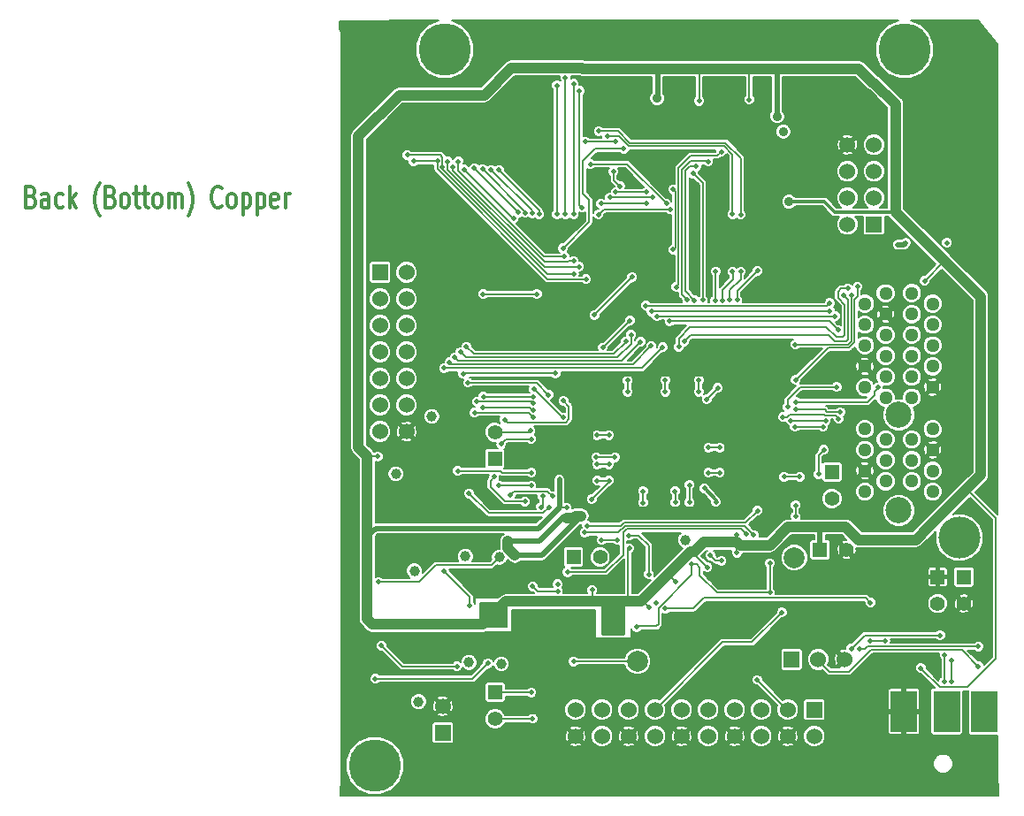
<source format=gbl>
G04 (created by PCBNEW-RS274X (2012-01-19 BZR 3256)-stable) date Mon 15 Oct 2012 17:25:38 BST*
G01*
G70*
G90*
%MOIN*%
G04 Gerber Fmt 3.4, Leading zero omitted, Abs format*
%FSLAX34Y34*%
G04 APERTURE LIST*
%ADD10C,0.006000*%
%ADD11C,0.012000*%
%ADD12R,0.060000X0.060000*%
%ADD13C,0.060000*%
%ADD14C,0.157500*%
%ADD15C,0.051200*%
%ADD16C,0.098400*%
%ADD17C,0.039400*%
%ADD18C,0.078700*%
%ADD19R,0.055000X0.055000*%
%ADD20C,0.055000*%
%ADD21R,0.098400X0.157500*%
%ADD22C,0.196900*%
%ADD23C,0.019700*%
%ADD24C,0.035400*%
%ADD25C,0.031500*%
%ADD26C,0.019700*%
%ADD27C,0.005900*%
%ADD28C,0.007900*%
%ADD29C,0.039400*%
%ADD30C,0.011800*%
%ADD31C,0.010000*%
G04 APERTURE END LIST*
G54D10*
G54D11*
X06827Y-26224D02*
X06913Y-26262D01*
X06941Y-26300D01*
X06970Y-26376D01*
X06970Y-26490D01*
X06941Y-26567D01*
X06913Y-26605D01*
X06855Y-26643D01*
X06627Y-26643D01*
X06627Y-25843D01*
X06827Y-25843D01*
X06884Y-25881D01*
X06913Y-25919D01*
X06941Y-25995D01*
X06941Y-26071D01*
X06913Y-26148D01*
X06884Y-26186D01*
X06827Y-26224D01*
X06627Y-26224D01*
X07484Y-26643D02*
X07484Y-26224D01*
X07455Y-26148D01*
X07398Y-26109D01*
X07284Y-26109D01*
X07227Y-26148D01*
X07484Y-26605D02*
X07427Y-26643D01*
X07284Y-26643D01*
X07227Y-26605D01*
X07198Y-26529D01*
X07198Y-26452D01*
X07227Y-26376D01*
X07284Y-26338D01*
X07427Y-26338D01*
X07484Y-26300D01*
X08027Y-26605D02*
X07970Y-26643D01*
X07856Y-26643D01*
X07798Y-26605D01*
X07770Y-26567D01*
X07741Y-26490D01*
X07741Y-26262D01*
X07770Y-26186D01*
X07798Y-26148D01*
X07856Y-26109D01*
X07970Y-26109D01*
X08027Y-26148D01*
X08284Y-26643D02*
X08284Y-25843D01*
X08341Y-26338D02*
X08512Y-26643D01*
X08512Y-26109D02*
X08284Y-26414D01*
X09398Y-26948D02*
X09370Y-26909D01*
X09313Y-26795D01*
X09284Y-26719D01*
X09255Y-26605D01*
X09227Y-26414D01*
X09227Y-26262D01*
X09255Y-26071D01*
X09284Y-25957D01*
X09313Y-25881D01*
X09370Y-25767D01*
X09398Y-25729D01*
X09827Y-26224D02*
X09913Y-26262D01*
X09941Y-26300D01*
X09970Y-26376D01*
X09970Y-26490D01*
X09941Y-26567D01*
X09913Y-26605D01*
X09855Y-26643D01*
X09627Y-26643D01*
X09627Y-25843D01*
X09827Y-25843D01*
X09884Y-25881D01*
X09913Y-25919D01*
X09941Y-25995D01*
X09941Y-26071D01*
X09913Y-26148D01*
X09884Y-26186D01*
X09827Y-26224D01*
X09627Y-26224D01*
X10313Y-26643D02*
X10255Y-26605D01*
X10227Y-26567D01*
X10198Y-26490D01*
X10198Y-26262D01*
X10227Y-26186D01*
X10255Y-26148D01*
X10313Y-26109D01*
X10398Y-26109D01*
X10455Y-26148D01*
X10484Y-26186D01*
X10513Y-26262D01*
X10513Y-26490D01*
X10484Y-26567D01*
X10455Y-26605D01*
X10398Y-26643D01*
X10313Y-26643D01*
X10684Y-26109D02*
X10913Y-26109D01*
X10770Y-25843D02*
X10770Y-26529D01*
X10798Y-26605D01*
X10856Y-26643D01*
X10913Y-26643D01*
X11027Y-26109D02*
X11256Y-26109D01*
X11113Y-25843D02*
X11113Y-26529D01*
X11141Y-26605D01*
X11199Y-26643D01*
X11256Y-26643D01*
X11542Y-26643D02*
X11484Y-26605D01*
X11456Y-26567D01*
X11427Y-26490D01*
X11427Y-26262D01*
X11456Y-26186D01*
X11484Y-26148D01*
X11542Y-26109D01*
X11627Y-26109D01*
X11684Y-26148D01*
X11713Y-26186D01*
X11742Y-26262D01*
X11742Y-26490D01*
X11713Y-26567D01*
X11684Y-26605D01*
X11627Y-26643D01*
X11542Y-26643D01*
X11999Y-26643D02*
X11999Y-26109D01*
X11999Y-26186D02*
X12027Y-26148D01*
X12085Y-26109D01*
X12170Y-26109D01*
X12227Y-26148D01*
X12256Y-26224D01*
X12256Y-26643D01*
X12256Y-26224D02*
X12285Y-26148D01*
X12342Y-26109D01*
X12427Y-26109D01*
X12485Y-26148D01*
X12513Y-26224D01*
X12513Y-26643D01*
X12742Y-26948D02*
X12770Y-26909D01*
X12827Y-26795D01*
X12856Y-26719D01*
X12885Y-26605D01*
X12913Y-26414D01*
X12913Y-26262D01*
X12885Y-26071D01*
X12856Y-25957D01*
X12827Y-25881D01*
X12770Y-25767D01*
X12742Y-25729D01*
X13999Y-26567D02*
X13970Y-26605D01*
X13884Y-26643D01*
X13827Y-26643D01*
X13742Y-26605D01*
X13684Y-26529D01*
X13656Y-26452D01*
X13627Y-26300D01*
X13627Y-26186D01*
X13656Y-26033D01*
X13684Y-25957D01*
X13742Y-25881D01*
X13827Y-25843D01*
X13884Y-25843D01*
X13970Y-25881D01*
X13999Y-25919D01*
X14342Y-26643D02*
X14284Y-26605D01*
X14256Y-26567D01*
X14227Y-26490D01*
X14227Y-26262D01*
X14256Y-26186D01*
X14284Y-26148D01*
X14342Y-26109D01*
X14427Y-26109D01*
X14484Y-26148D01*
X14513Y-26186D01*
X14542Y-26262D01*
X14542Y-26490D01*
X14513Y-26567D01*
X14484Y-26605D01*
X14427Y-26643D01*
X14342Y-26643D01*
X14799Y-26109D02*
X14799Y-26909D01*
X14799Y-26148D02*
X14856Y-26109D01*
X14970Y-26109D01*
X15027Y-26148D01*
X15056Y-26186D01*
X15085Y-26262D01*
X15085Y-26490D01*
X15056Y-26567D01*
X15027Y-26605D01*
X14970Y-26643D01*
X14856Y-26643D01*
X14799Y-26605D01*
X15342Y-26109D02*
X15342Y-26909D01*
X15342Y-26148D02*
X15399Y-26109D01*
X15513Y-26109D01*
X15570Y-26148D01*
X15599Y-26186D01*
X15628Y-26262D01*
X15628Y-26490D01*
X15599Y-26567D01*
X15570Y-26605D01*
X15513Y-26643D01*
X15399Y-26643D01*
X15342Y-26605D01*
X16113Y-26605D02*
X16056Y-26643D01*
X15942Y-26643D01*
X15885Y-26605D01*
X15856Y-26529D01*
X15856Y-26224D01*
X15885Y-26148D01*
X15942Y-26109D01*
X16056Y-26109D01*
X16113Y-26148D01*
X16142Y-26224D01*
X16142Y-26300D01*
X15856Y-26376D01*
X16399Y-26643D02*
X16399Y-26109D01*
X16399Y-26262D02*
X16427Y-26186D01*
X16456Y-26148D01*
X16513Y-26109D01*
X16570Y-26109D01*
G54D12*
X19976Y-29083D03*
G54D13*
X20976Y-29083D03*
X19976Y-30083D03*
X20976Y-30083D03*
X19976Y-31083D03*
X20976Y-31083D03*
X19976Y-32083D03*
X20976Y-32083D03*
X19976Y-33083D03*
X20976Y-33083D03*
X19976Y-34083D03*
X20976Y-34083D03*
X19976Y-35083D03*
X20976Y-35083D03*
G54D14*
X41811Y-39094D03*
G54D15*
X40807Y-33416D03*
X40020Y-33022D03*
X40807Y-32628D03*
X40020Y-32235D03*
X40807Y-31841D03*
X40020Y-31447D03*
X40807Y-31054D03*
X40020Y-30660D03*
X40807Y-30266D03*
X40020Y-29872D03*
X40020Y-33810D03*
G54D16*
X39528Y-34459D03*
G54D15*
X40808Y-34991D03*
X40020Y-35385D03*
X40808Y-35778D03*
X40020Y-36172D03*
X40808Y-36566D03*
X40020Y-36959D03*
X40808Y-37353D03*
X39036Y-29873D03*
X38249Y-30266D03*
X39036Y-30660D03*
X38249Y-31054D03*
X39036Y-31447D03*
X38249Y-31841D03*
X39036Y-32235D03*
X38249Y-32629D03*
X39036Y-33022D03*
X38249Y-33416D03*
X39036Y-33810D03*
X38249Y-34991D03*
X39036Y-35385D03*
X38249Y-35778D03*
X39036Y-36172D03*
X38249Y-36566D03*
X39036Y-36959D03*
X38249Y-37353D03*
G54D16*
X39528Y-38062D03*
G54D17*
X21929Y-34516D03*
G54D18*
X29685Y-43750D03*
X35591Y-39843D03*
G54D19*
X40994Y-40573D03*
G54D20*
X40994Y-41573D03*
G54D17*
X31496Y-39173D03*
X20571Y-36683D03*
X23327Y-43789D03*
X24547Y-43848D03*
X21427Y-45266D03*
X23189Y-39793D03*
X24478Y-39823D03*
X21270Y-40344D03*
G54D12*
X36346Y-45577D03*
G54D13*
X36346Y-46577D03*
X35346Y-45577D03*
X35346Y-46577D03*
X34346Y-45577D03*
X34346Y-46577D03*
X33346Y-45577D03*
X33346Y-46577D03*
X32346Y-45577D03*
X32346Y-46577D03*
X31346Y-45577D03*
X31346Y-46577D03*
X30346Y-45577D03*
X30346Y-46577D03*
X29346Y-45577D03*
X29346Y-46577D03*
X28346Y-45577D03*
X28346Y-46577D03*
X27346Y-45577D03*
X27346Y-46577D03*
G54D12*
X22343Y-46445D03*
G54D13*
X22343Y-45445D03*
G54D21*
X39720Y-45642D03*
X41334Y-45642D03*
X42751Y-45642D03*
G54D19*
X37008Y-36616D03*
G54D20*
X37008Y-37616D03*
G54D19*
X41988Y-40573D03*
G54D20*
X41988Y-41573D03*
G54D12*
X38594Y-27280D03*
G54D13*
X37594Y-27280D03*
X38594Y-26280D03*
X37594Y-26280D03*
X38594Y-25280D03*
X37594Y-25280D03*
X38594Y-24280D03*
X37594Y-24280D03*
G54D12*
X35486Y-43681D03*
G54D13*
X36486Y-43681D03*
X37486Y-43681D03*
G54D19*
X24311Y-44923D03*
G54D20*
X24311Y-45923D03*
G54D19*
X27266Y-39823D03*
G54D20*
X28266Y-39823D03*
G54D22*
X22417Y-20685D03*
X39752Y-20685D03*
X19776Y-47677D03*
G54D19*
X36557Y-39547D03*
G54D20*
X37557Y-39547D03*
G54D19*
X24301Y-36110D03*
G54D20*
X24301Y-35110D03*
G54D23*
X39787Y-27972D03*
X41343Y-27972D03*
X30728Y-33150D03*
X33888Y-22569D03*
G54D24*
X30423Y-22530D03*
G54D23*
X28150Y-35217D03*
X27008Y-37953D03*
X31020Y-25950D03*
X19882Y-36024D03*
X22386Y-40335D03*
X40502Y-29409D03*
X32352Y-36634D03*
X28602Y-36319D03*
X40354Y-44006D03*
X29882Y-37766D03*
X32283Y-33868D03*
X33425Y-39654D03*
X28602Y-35217D03*
X28159Y-36939D03*
X31024Y-28228D03*
G54D24*
X34941Y-23199D03*
G54D23*
X32638Y-37746D03*
X23356Y-41663D03*
X28602Y-36939D03*
X32352Y-35689D03*
X31102Y-40748D03*
X30728Y-33583D03*
X32200Y-37229D03*
X32311Y-40201D03*
X31988Y-33150D03*
X31102Y-37756D03*
X24045Y-43819D03*
X33425Y-38976D03*
G54D24*
X35177Y-23780D03*
X24370Y-41850D03*
G54D23*
X31998Y-22618D03*
G54D24*
X35394Y-26417D03*
G54D23*
X29370Y-39488D03*
X27972Y-41063D03*
X32785Y-35689D03*
X19793Y-44409D03*
X28652Y-42146D03*
X27953Y-37638D03*
X26732Y-36890D03*
X32776Y-36634D03*
X31093Y-37333D03*
X29311Y-33159D03*
X28976Y-42205D03*
X30118Y-41732D03*
X29882Y-37333D03*
X32707Y-33445D03*
X31988Y-33583D03*
G54D24*
X24076Y-42144D03*
G54D23*
X29311Y-33583D03*
X28150Y-36319D03*
X20030Y-43159D03*
X22874Y-43947D03*
X28049Y-30691D03*
X29480Y-29260D03*
X28366Y-31929D03*
X29390Y-30906D03*
X37969Y-29622D03*
X35646Y-33142D03*
X37185Y-33413D03*
X35339Y-34165D03*
X37319Y-34354D03*
X35646Y-34256D03*
X37264Y-34610D03*
X35157Y-34543D03*
X35646Y-37870D03*
X35642Y-38287D03*
X24280Y-36791D03*
X28850Y-24150D03*
X25433Y-37724D03*
X27709Y-24150D03*
X24882Y-37480D03*
X26465Y-37516D03*
X29161Y-24429D03*
X25780Y-33492D03*
X26874Y-28177D03*
X26870Y-34555D03*
X26886Y-33925D03*
X24673Y-34638D03*
X28780Y-25285D03*
X29026Y-25846D03*
X25679Y-37116D03*
X24459Y-37116D03*
X25669Y-35370D03*
X24547Y-35551D03*
X25640Y-35059D03*
X36917Y-30248D03*
X29996Y-30335D03*
X30201Y-30555D03*
X36921Y-30535D03*
X37736Y-29945D03*
X35622Y-31803D03*
X38740Y-33425D03*
X35642Y-33969D03*
X37122Y-30740D03*
X30413Y-30736D03*
X30886Y-30929D03*
X37236Y-31256D03*
X31240Y-31898D03*
X37598Y-29685D03*
X31433Y-31693D03*
X37449Y-29965D03*
X36781Y-34675D03*
X35463Y-34675D03*
X35610Y-34902D03*
X36673Y-34911D03*
X32835Y-24537D03*
X31142Y-29636D03*
X32343Y-24902D03*
X31555Y-30128D03*
X26642Y-22035D03*
X31831Y-30138D03*
X31890Y-25089D03*
X26646Y-26898D03*
X26961Y-26898D03*
X31772Y-25354D03*
X26961Y-21760D03*
X32146Y-30128D03*
X27272Y-21976D03*
X35797Y-36791D03*
X27276Y-26890D03*
X35207Y-36791D03*
X27591Y-26642D03*
X27496Y-22248D03*
X30000Y-26496D03*
X28307Y-26496D03*
X28209Y-26909D03*
X30906Y-26713D03*
X30768Y-26496D03*
X27903Y-25000D03*
X28642Y-26260D03*
X30256Y-26260D03*
X32626Y-29051D03*
X28858Y-26063D03*
X30020Y-26063D03*
X32608Y-30148D03*
X28533Y-23957D03*
X32874Y-30138D03*
X33258Y-26890D03*
X33256Y-29059D03*
X28219Y-23760D03*
X33575Y-29055D03*
X33150Y-30128D03*
X33573Y-26909D03*
X34202Y-29024D03*
X33435Y-30118D03*
X34183Y-44449D03*
X25679Y-44921D03*
X23100Y-32913D03*
X26585Y-32894D03*
X26665Y-40846D03*
X23287Y-33248D03*
X25728Y-45915D03*
X33768Y-38961D03*
X27047Y-40384D03*
X26329Y-33701D03*
X34063Y-38984D03*
X26110Y-37528D03*
X27685Y-38898D03*
X26043Y-37941D03*
X32421Y-39754D03*
X32844Y-39961D03*
X35118Y-41909D03*
X25974Y-26890D03*
X24459Y-25226D03*
X25709Y-26860D03*
X24161Y-25217D03*
X25453Y-26841D03*
X23839Y-25197D03*
X23531Y-25165D03*
X25197Y-26831D03*
X25000Y-27057D03*
X28909Y-39181D03*
X23134Y-25201D03*
X28327Y-39181D03*
X29232Y-31693D03*
X23228Y-31886D03*
X23012Y-32087D03*
X29433Y-31441D03*
X22791Y-32283D03*
X29791Y-31705D03*
X30197Y-31858D03*
X22591Y-32480D03*
X22386Y-32697D03*
X30630Y-31909D03*
X42530Y-43189D03*
X38041Y-43268D03*
X39016Y-42982D03*
X38435Y-42982D03*
X41083Y-42766D03*
X37736Y-43268D03*
X23539Y-34378D03*
X25752Y-34555D03*
X23858Y-34173D03*
X25748Y-34291D03*
X41524Y-44524D03*
X21240Y-24894D03*
X41528Y-43709D03*
X27732Y-29346D03*
X22134Y-24898D03*
X41236Y-44520D03*
X27283Y-29134D03*
X21004Y-24665D03*
X41260Y-43512D03*
X22331Y-25102D03*
X25677Y-36638D03*
X22902Y-36575D03*
X23323Y-37417D03*
X27768Y-38638D03*
X26350Y-37933D03*
X36703Y-35778D03*
X34205Y-38067D03*
X36506Y-36693D03*
X30108Y-40472D03*
X29360Y-39006D03*
X30374Y-41545D03*
X31061Y-34880D03*
X31061Y-35451D03*
X31061Y-36022D03*
X30490Y-35451D03*
X30490Y-36022D03*
X29919Y-36022D03*
X29919Y-35451D03*
X29919Y-34880D03*
X30490Y-34880D03*
X28337Y-25236D03*
X32756Y-22547D03*
X33228Y-22051D03*
X29941Y-32933D03*
X28337Y-24734D03*
X33012Y-35433D03*
X32303Y-37992D03*
X40571Y-21693D03*
X33012Y-36949D03*
X27933Y-35531D03*
X30256Y-37992D03*
X31059Y-24646D03*
X30108Y-25522D03*
X34508Y-28199D03*
X21614Y-37303D03*
X33012Y-35876D03*
X32390Y-40602D03*
G54D25*
X23181Y-40441D03*
G54D23*
X30354Y-40161D03*
X35047Y-32724D03*
G54D24*
X22037Y-37382D03*
G54D23*
X38593Y-38770D03*
X34433Y-39776D03*
G54D25*
X24012Y-40476D03*
G54D23*
X39439Y-39626D03*
X32386Y-41650D03*
X29793Y-25827D03*
X21024Y-21742D03*
X31821Y-37982D03*
X40512Y-38150D03*
X40699Y-24252D03*
X39154Y-43740D03*
X32618Y-32933D03*
X29772Y-40114D03*
X33061Y-26024D03*
X31055Y-22496D03*
X26933Y-30791D03*
X31348Y-37992D03*
X26323Y-28189D03*
X33829Y-26024D03*
X34433Y-43280D03*
X21024Y-37303D03*
X34382Y-29484D03*
X40640Y-22874D03*
X30433Y-28228D03*
X31909Y-26811D03*
X23394Y-22941D03*
X23394Y-21925D03*
X28209Y-33169D03*
X21093Y-22923D03*
X40699Y-24646D03*
X19951Y-39823D03*
X33012Y-33642D03*
X32992Y-37648D03*
X30876Y-37982D03*
X20020Y-24291D03*
X35740Y-22173D03*
X34646Y-38740D03*
X30980Y-43835D03*
X25856Y-44242D03*
X40512Y-39508D03*
G54D25*
X23799Y-41106D03*
G54D23*
X29311Y-37953D03*
X26929Y-35571D03*
X20020Y-24685D03*
X30728Y-41762D03*
X38455Y-41535D03*
X22524Y-24909D03*
X27480Y-28868D03*
X22925Y-24906D03*
X26929Y-28494D03*
X42530Y-43947D03*
X22728Y-25118D03*
X27274Y-28652D03*
X25886Y-29906D03*
X23862Y-29906D03*
X25756Y-33768D03*
X23866Y-33768D03*
X23626Y-33957D03*
X25756Y-34028D03*
X28130Y-36053D03*
X28829Y-36053D03*
X34673Y-41157D03*
X29646Y-42451D03*
X27274Y-43750D03*
X31644Y-37106D03*
X31713Y-40098D03*
X31644Y-37756D03*
X34673Y-40051D03*
X26677Y-41102D03*
G54D24*
X24787Y-39228D03*
X27004Y-38343D03*
X25063Y-39756D03*
G54D23*
X25724Y-40921D03*
X19909Y-40760D03*
G54D26*
X39712Y-28047D02*
X39787Y-27972D01*
X39492Y-28047D02*
X39712Y-28047D01*
G54D27*
X36703Y-38699D02*
X36703Y-38780D01*
X36685Y-38681D02*
X36703Y-38699D01*
X27972Y-41063D02*
X27972Y-41496D01*
X33888Y-22569D02*
X33888Y-21407D01*
X33888Y-21407D02*
X33888Y-21506D01*
X33888Y-21506D02*
X33888Y-21407D01*
G54D26*
X30433Y-22520D02*
X30433Y-21545D01*
X30423Y-22530D02*
X30433Y-22520D01*
X30423Y-21407D02*
X30433Y-21417D01*
X30433Y-21417D02*
X30433Y-21545D01*
G54D28*
X28159Y-36939D02*
X28602Y-36939D01*
G54D27*
X31812Y-39702D02*
X32311Y-40201D01*
G54D29*
X28661Y-41496D02*
X29016Y-41496D01*
G54D27*
X36703Y-38780D02*
X36703Y-38681D01*
G54D29*
X19163Y-35698D02*
X19163Y-23937D01*
X19488Y-36023D02*
X19163Y-35698D01*
G54D27*
X33425Y-39252D02*
X33425Y-39654D01*
G54D28*
X30846Y-40492D02*
X30807Y-40492D01*
G54D29*
X42082Y-37258D02*
X40659Y-38681D01*
X26700Y-21378D02*
X24922Y-21378D01*
X26700Y-21378D02*
X27578Y-21378D01*
X24370Y-41850D02*
X24724Y-41496D01*
G54D27*
X23356Y-41305D02*
X23356Y-41663D01*
G54D29*
X24922Y-21378D02*
X23900Y-22400D01*
X23900Y-22400D02*
X20700Y-22400D01*
X20700Y-22400D02*
X19163Y-23937D01*
X30433Y-21407D02*
X27607Y-21407D01*
X30423Y-21407D02*
X30433Y-21407D01*
X27578Y-21378D02*
X27607Y-21407D01*
G54D30*
X32638Y-37667D02*
X32638Y-37746D01*
G54D28*
X30118Y-41732D02*
X29882Y-41496D01*
G54D30*
X28661Y-41496D02*
X28661Y-42137D01*
G54D27*
X19802Y-44400D02*
X23464Y-44400D01*
G54D28*
X32352Y-35689D02*
X32785Y-35689D01*
G54D29*
X29331Y-41496D02*
X29803Y-41496D01*
X38008Y-39173D02*
X37516Y-38681D01*
G54D28*
X19882Y-36024D02*
X19488Y-36024D01*
G54D27*
X31020Y-25954D02*
X31109Y-26043D01*
G54D29*
X27972Y-41496D02*
X28661Y-41496D01*
G54D27*
X40502Y-29409D02*
X41254Y-28657D01*
G54D26*
X30433Y-21545D02*
X30433Y-21407D01*
G54D27*
X31812Y-39606D02*
X31812Y-39702D01*
G54D30*
X37117Y-26811D02*
X39409Y-26811D01*
G54D29*
X19488Y-36024D02*
X19488Y-36023D01*
G54D28*
X31988Y-33583D02*
X31988Y-33150D01*
G54D29*
X38021Y-21407D02*
X34941Y-21407D01*
X38593Y-21939D02*
X39409Y-22755D01*
G54D28*
X30728Y-33583D02*
X30728Y-33150D01*
X32706Y-33445D02*
X32283Y-33868D01*
G54D27*
X22386Y-40335D02*
X23356Y-41305D01*
G54D29*
X32225Y-21407D02*
X32037Y-21407D01*
X32037Y-21407D02*
X30423Y-21407D01*
G54D30*
X36723Y-26417D02*
X37117Y-26811D01*
G54D28*
X32352Y-36634D02*
X32776Y-36634D01*
X31102Y-40748D02*
X30846Y-40492D01*
G54D29*
X30807Y-40492D02*
X29803Y-41496D01*
G54D30*
X35394Y-26417D02*
X36723Y-26417D01*
G54D27*
X31020Y-25950D02*
X31020Y-25954D01*
X28602Y-36989D02*
X28602Y-36939D01*
G54D30*
X28661Y-42137D02*
X28652Y-42146D01*
G54D29*
X42614Y-36731D02*
X42087Y-37258D01*
G54D27*
X31109Y-26043D02*
X31109Y-28143D01*
G54D29*
X40659Y-38684D02*
X40170Y-39173D01*
X34184Y-21407D02*
X33888Y-21407D01*
X33888Y-21407D02*
X32225Y-21407D01*
X19488Y-39056D02*
X19488Y-36024D01*
X29016Y-41496D02*
X29331Y-41496D01*
X31693Y-39606D02*
X31812Y-39606D01*
G54D26*
X19804Y-38740D02*
X19488Y-39056D01*
G54D27*
X41072Y-44724D02*
X40354Y-44006D01*
X31998Y-22618D02*
X31998Y-21446D01*
G54D29*
X40170Y-39173D02*
X38008Y-39173D01*
X42087Y-37258D02*
X42082Y-37258D01*
X40659Y-38681D02*
X40659Y-38684D01*
G54D26*
X26732Y-37953D02*
X26732Y-36890D01*
X34941Y-21407D02*
X34941Y-23199D01*
G54D29*
X37516Y-38681D02*
X36703Y-38681D01*
G54D27*
X41254Y-28657D02*
X41255Y-28657D01*
X27008Y-37953D02*
X26732Y-37953D01*
G54D28*
X28976Y-42205D02*
X29016Y-42165D01*
G54D29*
X41255Y-28657D02*
X42614Y-30016D01*
X39409Y-26811D02*
X41255Y-28657D01*
X33539Y-39366D02*
X33425Y-39252D01*
G54D27*
X42087Y-37258D02*
X43189Y-38360D01*
X42107Y-44724D02*
X41072Y-44724D01*
X43189Y-43642D02*
X43189Y-38360D01*
X31998Y-21446D02*
X32037Y-21407D01*
X29331Y-41496D02*
X29331Y-39527D01*
X43189Y-43642D02*
X42107Y-44724D01*
G54D29*
X38553Y-21939D02*
X38021Y-21407D01*
G54D26*
X36557Y-38681D02*
X36535Y-38703D01*
X36535Y-38703D02*
X36535Y-38780D01*
X36535Y-38780D02*
X36535Y-38681D01*
X36557Y-39547D02*
X36557Y-38681D01*
G54D29*
X24724Y-41496D02*
X27972Y-41496D01*
G54D28*
X28602Y-36319D02*
X28150Y-36319D01*
G54D29*
X38593Y-21939D02*
X38553Y-21939D01*
X24370Y-41850D02*
X24110Y-42110D01*
X24110Y-42110D02*
X23858Y-42362D01*
X42614Y-30016D02*
X42614Y-36731D01*
X36535Y-38681D02*
X35358Y-38681D01*
X36703Y-38681D02*
X36535Y-38681D01*
X34673Y-39366D02*
X33539Y-39366D01*
X39409Y-22755D02*
X39409Y-26811D01*
G54D30*
X32638Y-37667D02*
X32200Y-37229D01*
G54D27*
X19793Y-44409D02*
X19802Y-44400D01*
G54D29*
X31812Y-39606D02*
X32166Y-39252D01*
G54D28*
X29311Y-33583D02*
X29311Y-33159D01*
G54D30*
X29016Y-42165D02*
X29016Y-41496D01*
G54D28*
X32707Y-33445D02*
X32706Y-33445D01*
G54D29*
X32166Y-39252D02*
X33425Y-39252D01*
G54D26*
X25945Y-38740D02*
X19804Y-38740D01*
G54D27*
X31109Y-28143D02*
X31024Y-28228D01*
G54D28*
X29882Y-37333D02*
X29882Y-37766D01*
G54D29*
X30807Y-40492D02*
X31693Y-39606D01*
G54D27*
X27953Y-37638D02*
X28602Y-36989D01*
G54D28*
X28602Y-35217D02*
X28150Y-35217D01*
X29882Y-41496D02*
X29803Y-41496D01*
G54D29*
X23858Y-42362D02*
X19685Y-42362D01*
X34941Y-21407D02*
X34184Y-21407D01*
X35358Y-38681D02*
X34673Y-39366D01*
G54D27*
X29331Y-39527D02*
X29370Y-39488D01*
G54D29*
X24076Y-42144D02*
X24110Y-42110D01*
G54D26*
X26732Y-37953D02*
X25945Y-38740D01*
G54D30*
X33425Y-38976D02*
X33425Y-39252D01*
G54D28*
X31102Y-37342D02*
X31102Y-37756D01*
X31102Y-37342D02*
X31093Y-37333D01*
G54D29*
X19488Y-42165D02*
X19488Y-39056D01*
X19685Y-42362D02*
X19488Y-42165D01*
G54D27*
X23464Y-44400D02*
X24045Y-43819D01*
X20030Y-43159D02*
X20818Y-43947D01*
X20818Y-43947D02*
X22874Y-43947D01*
X28049Y-30691D02*
X29480Y-29260D01*
X28366Y-31929D02*
X29389Y-30906D01*
X29389Y-30906D02*
X29390Y-30906D01*
X37857Y-31725D02*
X37857Y-30100D01*
X37658Y-31924D02*
X37857Y-31725D01*
X36870Y-31924D02*
X37658Y-31924D01*
X35652Y-33142D02*
X36870Y-31924D01*
X37969Y-29988D02*
X37969Y-29622D01*
X37857Y-30100D02*
X37969Y-29988D01*
X35646Y-33142D02*
X35652Y-33142D01*
X35339Y-33885D02*
X35811Y-33413D01*
X35811Y-33413D02*
X37185Y-33413D01*
X35339Y-34165D02*
X35339Y-33885D01*
X36732Y-34256D02*
X36830Y-34354D01*
X36830Y-34354D02*
X37319Y-34354D01*
X35646Y-34256D02*
X36732Y-34256D01*
X35324Y-34543D02*
X35157Y-34543D01*
X36725Y-34458D02*
X36747Y-34480D01*
X36747Y-34480D02*
X37134Y-34480D01*
X35409Y-34458D02*
X35324Y-34543D01*
X37134Y-34480D02*
X37264Y-34610D01*
X35409Y-34458D02*
X36725Y-34458D01*
X35642Y-38287D02*
X35646Y-38283D01*
X35646Y-38283D02*
X35646Y-37870D01*
X24138Y-37181D02*
X24138Y-36933D01*
X24674Y-37717D02*
X24138Y-37181D01*
X24138Y-36933D02*
X24280Y-36791D01*
X25426Y-37717D02*
X24674Y-37717D01*
X25433Y-37724D02*
X25426Y-37717D01*
X28850Y-24150D02*
X27709Y-24150D01*
X26465Y-37516D02*
X26465Y-37512D01*
X25027Y-37335D02*
X24882Y-37480D01*
X26288Y-37335D02*
X25027Y-37335D01*
X26465Y-37512D02*
X26288Y-37335D01*
X26843Y-34555D02*
X26870Y-34555D01*
X27630Y-24878D02*
X27630Y-26115D01*
X27630Y-24878D02*
X28079Y-24429D01*
X28079Y-24429D02*
X29161Y-24429D01*
X27854Y-26339D02*
X27854Y-27197D01*
X27630Y-26115D02*
X27854Y-26339D01*
X27854Y-27197D02*
X26874Y-28177D01*
X25780Y-33492D02*
X26843Y-34555D01*
X24779Y-34744D02*
X26973Y-34744D01*
X27094Y-34623D02*
X26973Y-34744D01*
X27094Y-34133D02*
X27094Y-34623D01*
X24673Y-34638D02*
X24779Y-34744D01*
X27094Y-34133D02*
X26886Y-33925D01*
X25669Y-37106D02*
X24469Y-37106D01*
X28780Y-25600D02*
X28780Y-25285D01*
X29026Y-25846D02*
X28780Y-25600D01*
X25669Y-37106D02*
X25679Y-37116D01*
X24469Y-37106D02*
X24459Y-37116D01*
X25669Y-35370D02*
X25665Y-35374D01*
X25665Y-35374D02*
X24724Y-35374D01*
X24724Y-35374D02*
X24547Y-35551D01*
X25589Y-35110D02*
X24301Y-35110D01*
X25640Y-35059D02*
X25589Y-35110D01*
X30007Y-30346D02*
X36819Y-30346D01*
X36819Y-30346D02*
X36917Y-30248D01*
X29996Y-30335D02*
X30007Y-30346D01*
X30217Y-30539D02*
X36917Y-30539D01*
X36917Y-30539D02*
X36921Y-30535D01*
X30201Y-30555D02*
X30217Y-30539D01*
X37736Y-31673D02*
X37736Y-29945D01*
X37606Y-31803D02*
X37736Y-31673D01*
X37606Y-31803D02*
X35622Y-31803D01*
X38740Y-33454D02*
X38612Y-33582D01*
X38612Y-33582D02*
X38612Y-33711D01*
X38612Y-33711D02*
X38354Y-33969D01*
X38740Y-33454D02*
X38740Y-33425D01*
X35642Y-33969D02*
X38354Y-33969D01*
X30413Y-30736D02*
X37118Y-30736D01*
X37118Y-30736D02*
X37122Y-30740D01*
X30886Y-30929D02*
X36909Y-30929D01*
X36909Y-30929D02*
X37236Y-31256D01*
X37355Y-29685D02*
X37240Y-29800D01*
X37598Y-29685D02*
X37355Y-29685D01*
X31661Y-31150D02*
X36792Y-31150D01*
X36792Y-31150D02*
X37170Y-31528D01*
X37240Y-29800D02*
X37240Y-30047D01*
X37240Y-30047D02*
X37494Y-30301D01*
X37170Y-31528D02*
X37411Y-31528D01*
X37411Y-31528D02*
X37494Y-31445D01*
X37494Y-31445D02*
X37494Y-30301D01*
X31240Y-31898D02*
X31240Y-31571D01*
X31240Y-31571D02*
X31661Y-31150D01*
X37548Y-31669D02*
X37615Y-31602D01*
X37615Y-31602D02*
X37615Y-30131D01*
X37615Y-30131D02*
X37449Y-29965D01*
X37098Y-31669D02*
X37548Y-31669D01*
X31433Y-31693D02*
X31673Y-31453D01*
X31673Y-31453D02*
X36882Y-31453D01*
X36882Y-31453D02*
X37098Y-31669D01*
X36781Y-34675D02*
X35463Y-34675D01*
X36664Y-34902D02*
X35610Y-34902D01*
X36673Y-34911D02*
X36664Y-34902D01*
X31230Y-29548D02*
X31142Y-29636D01*
X31693Y-24685D02*
X31230Y-25148D01*
X31230Y-25148D02*
X31230Y-29548D01*
X32835Y-24537D02*
X32687Y-24685D01*
X32687Y-24685D02*
X31693Y-24685D01*
X31358Y-25207D02*
X31358Y-29931D01*
X32343Y-24902D02*
X32333Y-24892D01*
X32333Y-24892D02*
X31673Y-24892D01*
X31358Y-29931D02*
X31555Y-30128D01*
X31673Y-24892D02*
X31358Y-25207D01*
X31644Y-25089D02*
X31486Y-25247D01*
X31486Y-25247D02*
X31486Y-29793D01*
X31890Y-25089D02*
X31644Y-25089D01*
X26642Y-26894D02*
X26642Y-22035D01*
X31486Y-29793D02*
X31831Y-30138D01*
X26646Y-26898D02*
X26642Y-26894D01*
X26961Y-26898D02*
X26961Y-21760D01*
X32146Y-25728D02*
X32146Y-30128D01*
X31772Y-25354D02*
X32146Y-25728D01*
X27272Y-26886D02*
X27272Y-21976D01*
X27276Y-26890D02*
X27272Y-26886D01*
X35797Y-36791D02*
X35207Y-36791D01*
X27496Y-26547D02*
X27496Y-22248D01*
X27591Y-26642D02*
X27496Y-26547D01*
X30000Y-26496D02*
X28307Y-26496D01*
X28210Y-26909D02*
X28209Y-26909D01*
X28406Y-26713D02*
X28210Y-26909D01*
X30906Y-26713D02*
X28406Y-26713D01*
X29272Y-25000D02*
X27903Y-25000D01*
X30768Y-26496D02*
X29272Y-25000D01*
X30256Y-26260D02*
X28642Y-26260D01*
X32626Y-30130D02*
X32608Y-30148D01*
X30020Y-26063D02*
X28858Y-26063D01*
X32626Y-29051D02*
X32626Y-30130D01*
X33268Y-29350D02*
X32874Y-29744D01*
X32874Y-29744D02*
X32874Y-30138D01*
X33258Y-26890D02*
X33258Y-24636D01*
X33268Y-29071D02*
X33268Y-29350D01*
X28976Y-23957D02*
X28533Y-23957D01*
X33256Y-29059D02*
X33268Y-29071D01*
X33258Y-24636D02*
X32943Y-24321D01*
X32943Y-24321D02*
X29340Y-24321D01*
X29340Y-24321D02*
X28976Y-23957D01*
X28951Y-23760D02*
X28219Y-23760D01*
X29391Y-24200D02*
X28951Y-23760D01*
X32994Y-24200D02*
X29391Y-24200D01*
X33573Y-24779D02*
X32994Y-24200D01*
X33150Y-29764D02*
X33150Y-30128D01*
X33573Y-29341D02*
X33150Y-29764D01*
X33573Y-29057D02*
X33573Y-29341D01*
X33575Y-29055D02*
X33573Y-29057D01*
X33573Y-26909D02*
X33573Y-24779D01*
X33445Y-29783D02*
X33878Y-29350D01*
X33878Y-29348D02*
X33878Y-29350D01*
X33878Y-29348D02*
X34202Y-29024D01*
X33445Y-30108D02*
X33445Y-29783D01*
X33435Y-30118D02*
X33445Y-30108D01*
X35346Y-45577D02*
X35311Y-45577D01*
X35311Y-45577D02*
X34183Y-44449D01*
X25677Y-44923D02*
X24311Y-44923D01*
X25679Y-44921D02*
X25677Y-44923D01*
X23119Y-32894D02*
X23100Y-32913D01*
X26585Y-32894D02*
X23119Y-32894D01*
X29134Y-39734D02*
X28484Y-40384D01*
X29134Y-38897D02*
X29271Y-38760D01*
X25728Y-45915D02*
X25720Y-45923D01*
X25720Y-45923D02*
X24311Y-45923D01*
X27047Y-40384D02*
X28484Y-40384D01*
X29271Y-38760D02*
X33567Y-38760D01*
X33567Y-38760D02*
X33768Y-38961D01*
X29134Y-39734D02*
X29134Y-38897D01*
X25876Y-33248D02*
X23287Y-33248D01*
X26329Y-33701D02*
X25876Y-33248D01*
X29220Y-38639D02*
X33718Y-38639D01*
X26043Y-37941D02*
X26110Y-37874D01*
X27685Y-38898D02*
X28961Y-38898D01*
X26110Y-37874D02*
X26110Y-37528D01*
X33718Y-38639D02*
X34063Y-38984D01*
X28961Y-38898D02*
X29220Y-38639D01*
X32421Y-39754D02*
X32628Y-39961D01*
X32628Y-39961D02*
X32844Y-39961D01*
X33996Y-43031D02*
X32892Y-43031D01*
X35118Y-41909D02*
X33996Y-43031D01*
X32892Y-43031D02*
X30346Y-45577D01*
X25974Y-26890D02*
X25974Y-26741D01*
X25974Y-26741D02*
X24459Y-25226D01*
X25709Y-26860D02*
X25709Y-26765D01*
X25709Y-26765D02*
X24161Y-25217D01*
X25453Y-26811D02*
X23839Y-25197D01*
X25453Y-26841D02*
X25453Y-26811D01*
X25197Y-26831D02*
X23531Y-25165D01*
X24990Y-27057D02*
X23134Y-25201D01*
X25000Y-27057D02*
X24990Y-27057D01*
X28909Y-39181D02*
X28327Y-39181D01*
X29232Y-31713D02*
X28783Y-32162D01*
X28783Y-32162D02*
X23504Y-32162D01*
X23504Y-32162D02*
X23228Y-31886D01*
X29232Y-31693D02*
X29232Y-31713D01*
X28922Y-32283D02*
X23208Y-32283D01*
X23208Y-32283D02*
X23012Y-32087D01*
X28922Y-32283D02*
X29433Y-31772D01*
X29433Y-31772D02*
X29433Y-31441D01*
X22929Y-32421D02*
X22791Y-32283D01*
X29075Y-32421D02*
X29791Y-31705D01*
X22929Y-32421D02*
X29075Y-32421D01*
X29506Y-32549D02*
X22660Y-32549D01*
X30197Y-31858D02*
X29506Y-32549D01*
X22660Y-32549D02*
X22591Y-32480D01*
X30630Y-31909D02*
X30393Y-32146D01*
X30393Y-32146D02*
X30390Y-32146D01*
X30390Y-32146D02*
X29839Y-32697D01*
X29839Y-32697D02*
X22386Y-32697D01*
X38257Y-43268D02*
X38336Y-43189D01*
X38336Y-43189D02*
X42530Y-43189D01*
X38041Y-43268D02*
X38257Y-43268D01*
X38435Y-42982D02*
X39016Y-42982D01*
X37736Y-43268D02*
X38238Y-42766D01*
X38238Y-42766D02*
X41083Y-42766D01*
X25568Y-34378D02*
X23539Y-34378D01*
X25752Y-34555D02*
X25745Y-34555D01*
X25745Y-34555D02*
X25568Y-34378D01*
X25748Y-34291D02*
X25747Y-34291D01*
X25629Y-34173D02*
X23858Y-34173D01*
X25747Y-34291D02*
X25629Y-34173D01*
X41524Y-44524D02*
X41528Y-44520D01*
X26291Y-29346D02*
X22134Y-25189D01*
X22134Y-25189D02*
X22134Y-24898D01*
X41528Y-44520D02*
X41528Y-43709D01*
X22134Y-24898D02*
X21244Y-24898D01*
X21240Y-24894D02*
X21244Y-24898D01*
X27732Y-29346D02*
X26291Y-29346D01*
X22254Y-24665D02*
X22331Y-24742D01*
X27283Y-29134D02*
X26283Y-29134D01*
X41260Y-44496D02*
X41260Y-43512D01*
X22331Y-25182D02*
X22331Y-25102D01*
X22331Y-24742D02*
X22331Y-25102D01*
X41236Y-44520D02*
X41260Y-44496D01*
X21004Y-24665D02*
X22254Y-24665D01*
X26283Y-29134D02*
X22331Y-25182D01*
X25677Y-36638D02*
X25673Y-36638D01*
X24594Y-36638D02*
X24531Y-36575D01*
X24531Y-36575D02*
X23544Y-36575D01*
X25677Y-36638D02*
X24594Y-36638D01*
X23544Y-36575D02*
X22902Y-36575D01*
X34205Y-38071D02*
X33758Y-38518D01*
X34205Y-38067D02*
X34205Y-38071D01*
X29049Y-38638D02*
X27768Y-38638D01*
X29169Y-38518D02*
X29049Y-38638D01*
X24067Y-38161D02*
X23323Y-37417D01*
X24811Y-38161D02*
X24067Y-38161D01*
X26350Y-37934D02*
X26123Y-38161D01*
X26350Y-37933D02*
X26350Y-37934D01*
X36506Y-36693D02*
X36506Y-35975D01*
X26123Y-38161D02*
X24811Y-38161D01*
X36506Y-35975D02*
X36703Y-35778D01*
X33758Y-38518D02*
X29169Y-38518D01*
X30108Y-39390D02*
X29724Y-39006D01*
X29724Y-39006D02*
X29360Y-39006D01*
X30108Y-40472D02*
X30108Y-39390D01*
X31061Y-34880D02*
X31063Y-34882D01*
X31061Y-35451D02*
X31063Y-35453D01*
X31061Y-36022D02*
X31063Y-36020D01*
X30490Y-35451D02*
X30492Y-35453D01*
X30490Y-36022D02*
X30492Y-36024D01*
G54D30*
X33012Y-36132D02*
X31172Y-36132D01*
X29557Y-37992D02*
X29350Y-37992D01*
G54D27*
X29919Y-36022D02*
X29917Y-36024D01*
X29919Y-35451D02*
X29921Y-35453D01*
X29919Y-34880D02*
X29921Y-34882D01*
X30490Y-34880D02*
X30488Y-34882D01*
X33228Y-22075D02*
X32756Y-22547D01*
X30108Y-25522D02*
X30099Y-25522D01*
X29311Y-24734D02*
X28337Y-24734D01*
X30099Y-25522D02*
X29311Y-24734D01*
G54D30*
X30413Y-35482D02*
X29724Y-36171D01*
G54D27*
X34646Y-38740D02*
X34661Y-38740D01*
G54D30*
X29774Y-34734D02*
X30522Y-35482D01*
G54D27*
X33228Y-22051D02*
X33228Y-22075D01*
G54D30*
X33012Y-36949D02*
X33012Y-37628D01*
X31348Y-37992D02*
X30886Y-37992D01*
X33012Y-36132D02*
X33012Y-36949D01*
X29685Y-32933D02*
X29685Y-34665D01*
X33012Y-35837D02*
X33012Y-36132D01*
G54D27*
X33829Y-26024D02*
X34508Y-26703D01*
G54D30*
X31201Y-34803D02*
X30522Y-35482D01*
G54D27*
X28062Y-33022D02*
X28209Y-33169D01*
G54D30*
X30266Y-37982D02*
X30256Y-37992D01*
X30876Y-37982D02*
X30266Y-37982D01*
X31358Y-37982D02*
X31348Y-37992D01*
X30256Y-37992D02*
X29557Y-37992D01*
G54D27*
X30522Y-35482D02*
X31172Y-36132D01*
G54D30*
X29754Y-34734D02*
X29774Y-34734D01*
G54D27*
X34508Y-26703D02*
X34508Y-28199D01*
X21614Y-37303D02*
X21289Y-37333D01*
G54D30*
X29557Y-36338D02*
X29724Y-36171D01*
X33012Y-37628D02*
X32992Y-37648D01*
X28150Y-32933D02*
X29685Y-32933D01*
X31821Y-37982D02*
X31358Y-37982D01*
X29557Y-37992D02*
X29557Y-36338D01*
X33012Y-34754D02*
X33012Y-35433D01*
X32727Y-37992D02*
X32303Y-37992D01*
X32992Y-37727D02*
X32727Y-37992D01*
X33012Y-34754D02*
X31211Y-34754D01*
X31831Y-37992D02*
X31821Y-37982D01*
G54D27*
X40386Y-40573D02*
X39439Y-39626D01*
G54D30*
X33012Y-33327D02*
X33012Y-34754D01*
X32618Y-32933D02*
X33012Y-33327D01*
G54D27*
X40994Y-40573D02*
X40386Y-40573D01*
G54D30*
X29685Y-32933D02*
X29941Y-32933D01*
G54D27*
X32386Y-42453D02*
X32386Y-41650D01*
G54D30*
X30886Y-37992D02*
X30876Y-37982D01*
G54D27*
X40994Y-39990D02*
X40994Y-40573D01*
X40512Y-39508D02*
X40994Y-39990D01*
G54D30*
X32992Y-37648D02*
X32992Y-37727D01*
X27933Y-33150D02*
X28061Y-33022D01*
G54D27*
X21024Y-21742D02*
X21024Y-21843D01*
X21024Y-21843D02*
X21106Y-21925D01*
X21106Y-21925D02*
X23394Y-21925D01*
X30980Y-43835D02*
X31004Y-43835D01*
X28061Y-33022D02*
X28062Y-33022D01*
G54D30*
X29350Y-37992D02*
X29311Y-37953D01*
X32618Y-32933D02*
X29941Y-32933D01*
G54D27*
X25856Y-44242D02*
X25856Y-44232D01*
X31004Y-43835D02*
X32386Y-42453D01*
G54D30*
X30522Y-35482D02*
X30413Y-35482D01*
X29685Y-34665D02*
X29754Y-34734D01*
X27933Y-35531D02*
X27933Y-33150D01*
X31211Y-34754D02*
X31201Y-34744D01*
X33012Y-35433D02*
X33012Y-35837D01*
X31201Y-34744D02*
X31201Y-34803D01*
G54D27*
X33012Y-35876D02*
X33012Y-35837D01*
G54D30*
X32303Y-37992D02*
X31831Y-37992D01*
X28061Y-33022D02*
X28150Y-32933D01*
G54D27*
X31788Y-41762D02*
X30728Y-41762D01*
X32192Y-41358D02*
X31788Y-41762D01*
X32192Y-41358D02*
X38278Y-41358D01*
X38278Y-41358D02*
X38455Y-41535D01*
X27480Y-28868D02*
X26189Y-28868D01*
X22524Y-25203D02*
X22524Y-24909D01*
X26189Y-28868D02*
X22524Y-25203D01*
X22925Y-25260D02*
X22925Y-24906D01*
X26929Y-28494D02*
X26159Y-28494D01*
X26159Y-28494D02*
X22925Y-25260D01*
X36486Y-43681D02*
X36486Y-43710D01*
X38484Y-43317D02*
X41900Y-43317D01*
X41900Y-43317D02*
X42530Y-43947D01*
X36920Y-44144D02*
X37657Y-44144D01*
X36486Y-43710D02*
X36920Y-44144D01*
X37657Y-44144D02*
X38484Y-43317D01*
X27051Y-28697D02*
X27096Y-28652D01*
X27096Y-28652D02*
X27274Y-28652D01*
X26190Y-28697D02*
X27051Y-28697D01*
X22728Y-25235D02*
X22728Y-25118D01*
X26190Y-28697D02*
X22728Y-25235D01*
X25886Y-29906D02*
X23862Y-29906D01*
X23866Y-33768D02*
X25756Y-33768D01*
X25681Y-33957D02*
X23626Y-33957D01*
X25756Y-34028D02*
X25752Y-34028D01*
X25752Y-34028D02*
X25681Y-33957D01*
X29666Y-42431D02*
X29646Y-42451D01*
X31713Y-40491D02*
X31713Y-40098D01*
X30394Y-42431D02*
X29666Y-42431D01*
X30469Y-41735D02*
X31713Y-40491D01*
X30469Y-42356D02*
X30469Y-41735D01*
X31644Y-37106D02*
X31644Y-37756D01*
X30394Y-42431D02*
X30469Y-42356D01*
X32665Y-41157D02*
X32020Y-40512D01*
X34673Y-41157D02*
X32665Y-41157D01*
X28130Y-36053D02*
X28829Y-36053D01*
X29685Y-43750D02*
X27274Y-43750D01*
X31909Y-40098D02*
X31713Y-40098D01*
X32020Y-40209D02*
X31909Y-40098D01*
X32020Y-40512D02*
X32020Y-40209D01*
X34673Y-41157D02*
X34673Y-40051D01*
G54D29*
X24787Y-39480D02*
X25063Y-39756D01*
G54D27*
X22077Y-40128D02*
X24173Y-40128D01*
X25905Y-41102D02*
X26677Y-41102D01*
X25724Y-40921D02*
X25905Y-41102D01*
X19909Y-40760D02*
X21445Y-40760D01*
X21445Y-40760D02*
X22077Y-40128D01*
G54D26*
X26917Y-38291D02*
X25980Y-39228D01*
X27004Y-38343D02*
X26917Y-38291D01*
G54D29*
X24787Y-39228D02*
X24787Y-39480D01*
G54D26*
X27551Y-38276D02*
X26071Y-39756D01*
X26071Y-39756D02*
X25063Y-39756D01*
G54D29*
X27284Y-38343D02*
X27351Y-38276D01*
X27351Y-38276D02*
X27551Y-38276D01*
X27004Y-38343D02*
X27284Y-38343D01*
G54D26*
X25980Y-39228D02*
X24787Y-39228D01*
G54D27*
X24173Y-40128D02*
X24478Y-39823D01*
G54D10*
G36*
X29163Y-42706D02*
X28347Y-42706D01*
X28347Y-41653D01*
X29134Y-41644D01*
X29163Y-41644D01*
X29163Y-42706D01*
X29163Y-42706D01*
G37*
G54D31*
X29163Y-42706D02*
X28347Y-42706D01*
X28347Y-41653D01*
X29134Y-41644D01*
X29163Y-41644D01*
X29163Y-42706D01*
G54D10*
G36*
X24637Y-38956D02*
X24564Y-39005D01*
X24496Y-39107D01*
X24472Y-39228D01*
X24472Y-39480D01*
X24477Y-39508D01*
X24416Y-39508D01*
X24300Y-39556D01*
X24211Y-39644D01*
X24163Y-39760D01*
X24163Y-39885D01*
X24176Y-39916D01*
X24112Y-39981D01*
X23446Y-39981D01*
X23456Y-39972D01*
X23504Y-39856D01*
X23504Y-39731D01*
X23456Y-39615D01*
X23368Y-39526D01*
X23252Y-39478D01*
X23127Y-39478D01*
X23011Y-39526D01*
X22922Y-39614D01*
X22874Y-39730D01*
X22874Y-39855D01*
X22922Y-39971D01*
X22931Y-39981D01*
X22077Y-39981D01*
X22076Y-39981D01*
X22065Y-39983D01*
X22021Y-39992D01*
X21973Y-40024D01*
X21971Y-40026D01*
X21581Y-40416D01*
X21585Y-40407D01*
X21585Y-40282D01*
X21537Y-40166D01*
X21449Y-40077D01*
X21333Y-40029D01*
X21208Y-40029D01*
X21092Y-40077D01*
X21003Y-40165D01*
X20955Y-40281D01*
X20955Y-40406D01*
X21003Y-40522D01*
X21091Y-40611D01*
X21095Y-40613D01*
X20067Y-40613D01*
X20031Y-40577D01*
X19952Y-40544D01*
X19866Y-40544D01*
X19803Y-40570D01*
X19803Y-39056D01*
X19803Y-39046D01*
X19893Y-38956D01*
X24637Y-38956D01*
X24637Y-38956D01*
G37*
G54D28*
X24637Y-38956D02*
X24564Y-39005D01*
X24496Y-39107D01*
X24472Y-39228D01*
X24472Y-39480D01*
X24477Y-39508D01*
X24416Y-39508D01*
X24300Y-39556D01*
X24211Y-39644D01*
X24163Y-39760D01*
X24163Y-39885D01*
X24176Y-39916D01*
X24112Y-39981D01*
X23446Y-39981D01*
X23456Y-39972D01*
X23504Y-39856D01*
X23504Y-39731D01*
X23456Y-39615D01*
X23368Y-39526D01*
X23252Y-39478D01*
X23127Y-39478D01*
X23011Y-39526D01*
X22922Y-39614D01*
X22874Y-39730D01*
X22874Y-39855D01*
X22922Y-39971D01*
X22931Y-39981D01*
X22077Y-39981D01*
X22076Y-39981D01*
X22065Y-39983D01*
X22021Y-39992D01*
X21973Y-40024D01*
X21971Y-40026D01*
X21581Y-40416D01*
X21585Y-40407D01*
X21585Y-40282D01*
X21537Y-40166D01*
X21449Y-40077D01*
X21333Y-40029D01*
X21208Y-40029D01*
X21092Y-40077D01*
X21003Y-40165D01*
X20955Y-40281D01*
X20955Y-40406D01*
X21003Y-40522D01*
X21091Y-40611D01*
X21095Y-40613D01*
X20067Y-40613D01*
X20031Y-40577D01*
X19952Y-40544D01*
X19866Y-40544D01*
X19803Y-40570D01*
X19803Y-39056D01*
X19803Y-39046D01*
X19893Y-38956D01*
X24637Y-38956D01*
G54D10*
G36*
X28810Y-25849D02*
X28736Y-25880D01*
X28675Y-25941D01*
X28642Y-26020D01*
X28642Y-26044D01*
X28599Y-26044D01*
X28520Y-26077D01*
X28459Y-26138D01*
X28426Y-26217D01*
X28426Y-26303D01*
X28431Y-26315D01*
X28429Y-26313D01*
X28350Y-26280D01*
X28264Y-26280D01*
X28185Y-26313D01*
X28124Y-26374D01*
X28091Y-26453D01*
X28091Y-26539D01*
X28124Y-26618D01*
X28185Y-26679D01*
X28218Y-26692D01*
X28218Y-26693D01*
X28166Y-26693D01*
X28087Y-26726D01*
X28026Y-26787D01*
X28001Y-26846D01*
X28001Y-26339D01*
X28000Y-26338D01*
X28001Y-26338D01*
X27998Y-26327D01*
X27990Y-26283D01*
X27989Y-26282D01*
X27958Y-26235D01*
X27955Y-26233D01*
X27777Y-26054D01*
X27777Y-25179D01*
X27781Y-25183D01*
X27860Y-25216D01*
X27946Y-25216D01*
X28025Y-25183D01*
X28061Y-25147D01*
X28613Y-25147D01*
X28597Y-25163D01*
X28564Y-25242D01*
X28564Y-25328D01*
X28597Y-25407D01*
X28633Y-25443D01*
X28633Y-25600D01*
X28644Y-25657D01*
X28676Y-25704D01*
X28810Y-25838D01*
X28810Y-25849D01*
X28810Y-25849D01*
G37*
G54D28*
X28810Y-25849D02*
X28736Y-25880D01*
X28675Y-25941D01*
X28642Y-26020D01*
X28642Y-26044D01*
X28599Y-26044D01*
X28520Y-26077D01*
X28459Y-26138D01*
X28426Y-26217D01*
X28426Y-26303D01*
X28431Y-26315D01*
X28429Y-26313D01*
X28350Y-26280D01*
X28264Y-26280D01*
X28185Y-26313D01*
X28124Y-26374D01*
X28091Y-26453D01*
X28091Y-26539D01*
X28124Y-26618D01*
X28185Y-26679D01*
X28218Y-26692D01*
X28218Y-26693D01*
X28166Y-26693D01*
X28087Y-26726D01*
X28026Y-26787D01*
X28001Y-26846D01*
X28001Y-26339D01*
X28000Y-26338D01*
X28001Y-26338D01*
X27998Y-26327D01*
X27990Y-26283D01*
X27989Y-26282D01*
X27958Y-26235D01*
X27955Y-26233D01*
X27777Y-26054D01*
X27777Y-25179D01*
X27781Y-25183D01*
X27860Y-25216D01*
X27946Y-25216D01*
X28025Y-25183D01*
X28061Y-25147D01*
X28613Y-25147D01*
X28597Y-25163D01*
X28564Y-25242D01*
X28564Y-25328D01*
X28597Y-25407D01*
X28633Y-25443D01*
X28633Y-25600D01*
X28644Y-25657D01*
X28676Y-25704D01*
X28810Y-25838D01*
X28810Y-25849D01*
G54D10*
G36*
X29184Y-41181D02*
X29016Y-41181D01*
X28661Y-41181D01*
X28156Y-41181D01*
X28188Y-41106D01*
X28188Y-41020D01*
X28155Y-40941D01*
X28094Y-40880D01*
X28015Y-40847D01*
X27929Y-40847D01*
X27850Y-40880D01*
X27789Y-40941D01*
X27756Y-41020D01*
X27756Y-41106D01*
X27787Y-41181D01*
X26877Y-41181D01*
X26893Y-41145D01*
X26893Y-41059D01*
X26860Y-40980D01*
X26848Y-40968D01*
X26881Y-40889D01*
X26881Y-40803D01*
X26848Y-40724D01*
X26787Y-40663D01*
X26708Y-40630D01*
X26622Y-40630D01*
X26543Y-40663D01*
X26482Y-40724D01*
X26449Y-40803D01*
X26449Y-40889D01*
X26476Y-40955D01*
X25966Y-40955D01*
X25940Y-40929D01*
X25940Y-40878D01*
X25907Y-40799D01*
X25846Y-40738D01*
X25767Y-40705D01*
X25681Y-40705D01*
X25602Y-40738D01*
X25541Y-40799D01*
X25508Y-40878D01*
X25508Y-40964D01*
X25541Y-41043D01*
X25602Y-41104D01*
X25681Y-41137D01*
X25732Y-41137D01*
X25776Y-41181D01*
X24724Y-41181D01*
X24603Y-41205D01*
X24501Y-41273D01*
X24499Y-41275D01*
X24413Y-41361D01*
X23561Y-41361D01*
X23561Y-41593D01*
X23539Y-41541D01*
X23503Y-41505D01*
X23503Y-41305D01*
X23502Y-41304D01*
X23503Y-41304D01*
X23500Y-41293D01*
X23492Y-41249D01*
X23491Y-41248D01*
X23460Y-41201D01*
X23459Y-41200D01*
X22602Y-40343D01*
X22602Y-40292D01*
X22594Y-40275D01*
X24173Y-40275D01*
X24229Y-40264D01*
X24230Y-40264D01*
X24277Y-40232D01*
X24383Y-40125D01*
X24415Y-40138D01*
X24540Y-40138D01*
X24656Y-40090D01*
X24745Y-40002D01*
X24779Y-39918D01*
X24840Y-39979D01*
X24943Y-40047D01*
X25063Y-40071D01*
X25183Y-40047D01*
X25286Y-39979D01*
X25290Y-39972D01*
X26071Y-39972D01*
X26154Y-39956D01*
X26224Y-39909D01*
X27542Y-38591D01*
X27551Y-38591D01*
X27553Y-38590D01*
X27552Y-38595D01*
X27552Y-38681D01*
X27565Y-38713D01*
X27563Y-38715D01*
X27502Y-38776D01*
X27469Y-38855D01*
X27469Y-38941D01*
X27502Y-39020D01*
X27563Y-39081D01*
X27642Y-39114D01*
X27728Y-39114D01*
X27807Y-39081D01*
X27843Y-39045D01*
X28158Y-39045D01*
X28144Y-39059D01*
X28111Y-39138D01*
X28111Y-39224D01*
X28144Y-39303D01*
X28205Y-39364D01*
X28284Y-39397D01*
X28370Y-39397D01*
X28449Y-39364D01*
X28485Y-39328D01*
X28751Y-39328D01*
X28787Y-39364D01*
X28866Y-39397D01*
X28952Y-39397D01*
X28987Y-39382D01*
X28987Y-39673D01*
X28658Y-40002D01*
X28658Y-39901D01*
X28658Y-39745D01*
X28598Y-39601D01*
X28488Y-39491D01*
X28344Y-39431D01*
X28188Y-39431D01*
X28044Y-39491D01*
X27934Y-39601D01*
X27874Y-39745D01*
X27874Y-39901D01*
X27934Y-40045D01*
X28044Y-40155D01*
X28188Y-40215D01*
X28344Y-40215D01*
X28488Y-40155D01*
X28598Y-40045D01*
X28658Y-39901D01*
X28658Y-40002D01*
X28423Y-40237D01*
X27205Y-40237D01*
X27184Y-40216D01*
X27564Y-40216D01*
X27607Y-40198D01*
X27641Y-40165D01*
X27659Y-40122D01*
X27659Y-40075D01*
X27659Y-39525D01*
X27641Y-39482D01*
X27608Y-39448D01*
X27565Y-39430D01*
X27518Y-39430D01*
X26968Y-39430D01*
X26925Y-39448D01*
X26891Y-39481D01*
X26873Y-39524D01*
X26873Y-39571D01*
X26873Y-40121D01*
X26891Y-40164D01*
X26924Y-40198D01*
X26928Y-40199D01*
X26925Y-40201D01*
X26864Y-40262D01*
X26831Y-40341D01*
X26831Y-40427D01*
X26864Y-40506D01*
X26925Y-40567D01*
X27004Y-40600D01*
X27090Y-40600D01*
X27169Y-40567D01*
X27205Y-40531D01*
X28484Y-40531D01*
X28540Y-40520D01*
X28541Y-40520D01*
X28588Y-40488D01*
X29184Y-39892D01*
X29184Y-41181D01*
X29184Y-41181D01*
G37*
G54D28*
X29184Y-41181D02*
X29016Y-41181D01*
X28661Y-41181D01*
X28156Y-41181D01*
X28188Y-41106D01*
X28188Y-41020D01*
X28155Y-40941D01*
X28094Y-40880D01*
X28015Y-40847D01*
X27929Y-40847D01*
X27850Y-40880D01*
X27789Y-40941D01*
X27756Y-41020D01*
X27756Y-41106D01*
X27787Y-41181D01*
X26877Y-41181D01*
X26893Y-41145D01*
X26893Y-41059D01*
X26860Y-40980D01*
X26848Y-40968D01*
X26881Y-40889D01*
X26881Y-40803D01*
X26848Y-40724D01*
X26787Y-40663D01*
X26708Y-40630D01*
X26622Y-40630D01*
X26543Y-40663D01*
X26482Y-40724D01*
X26449Y-40803D01*
X26449Y-40889D01*
X26476Y-40955D01*
X25966Y-40955D01*
X25940Y-40929D01*
X25940Y-40878D01*
X25907Y-40799D01*
X25846Y-40738D01*
X25767Y-40705D01*
X25681Y-40705D01*
X25602Y-40738D01*
X25541Y-40799D01*
X25508Y-40878D01*
X25508Y-40964D01*
X25541Y-41043D01*
X25602Y-41104D01*
X25681Y-41137D01*
X25732Y-41137D01*
X25776Y-41181D01*
X24724Y-41181D01*
X24603Y-41205D01*
X24501Y-41273D01*
X24499Y-41275D01*
X24413Y-41361D01*
X23561Y-41361D01*
X23561Y-41593D01*
X23539Y-41541D01*
X23503Y-41505D01*
X23503Y-41305D01*
X23502Y-41304D01*
X23503Y-41304D01*
X23500Y-41293D01*
X23492Y-41249D01*
X23491Y-41248D01*
X23460Y-41201D01*
X23459Y-41200D01*
X22602Y-40343D01*
X22602Y-40292D01*
X22594Y-40275D01*
X24173Y-40275D01*
X24229Y-40264D01*
X24230Y-40264D01*
X24277Y-40232D01*
X24383Y-40125D01*
X24415Y-40138D01*
X24540Y-40138D01*
X24656Y-40090D01*
X24745Y-40002D01*
X24779Y-39918D01*
X24840Y-39979D01*
X24943Y-40047D01*
X25063Y-40071D01*
X25183Y-40047D01*
X25286Y-39979D01*
X25290Y-39972D01*
X26071Y-39972D01*
X26154Y-39956D01*
X26224Y-39909D01*
X27542Y-38591D01*
X27551Y-38591D01*
X27553Y-38590D01*
X27552Y-38595D01*
X27552Y-38681D01*
X27565Y-38713D01*
X27563Y-38715D01*
X27502Y-38776D01*
X27469Y-38855D01*
X27469Y-38941D01*
X27502Y-39020D01*
X27563Y-39081D01*
X27642Y-39114D01*
X27728Y-39114D01*
X27807Y-39081D01*
X27843Y-39045D01*
X28158Y-39045D01*
X28144Y-39059D01*
X28111Y-39138D01*
X28111Y-39224D01*
X28144Y-39303D01*
X28205Y-39364D01*
X28284Y-39397D01*
X28370Y-39397D01*
X28449Y-39364D01*
X28485Y-39328D01*
X28751Y-39328D01*
X28787Y-39364D01*
X28866Y-39397D01*
X28952Y-39397D01*
X28987Y-39382D01*
X28987Y-39673D01*
X28658Y-40002D01*
X28658Y-39901D01*
X28658Y-39745D01*
X28598Y-39601D01*
X28488Y-39491D01*
X28344Y-39431D01*
X28188Y-39431D01*
X28044Y-39491D01*
X27934Y-39601D01*
X27874Y-39745D01*
X27874Y-39901D01*
X27934Y-40045D01*
X28044Y-40155D01*
X28188Y-40215D01*
X28344Y-40215D01*
X28488Y-40155D01*
X28598Y-40045D01*
X28658Y-39901D01*
X28658Y-40002D01*
X28423Y-40237D01*
X27205Y-40237D01*
X27184Y-40216D01*
X27564Y-40216D01*
X27607Y-40198D01*
X27641Y-40165D01*
X27659Y-40122D01*
X27659Y-40075D01*
X27659Y-39525D01*
X27641Y-39482D01*
X27608Y-39448D01*
X27565Y-39430D01*
X27518Y-39430D01*
X26968Y-39430D01*
X26925Y-39448D01*
X26891Y-39481D01*
X26873Y-39524D01*
X26873Y-39571D01*
X26873Y-40121D01*
X26891Y-40164D01*
X26924Y-40198D01*
X26928Y-40199D01*
X26925Y-40201D01*
X26864Y-40262D01*
X26831Y-40341D01*
X26831Y-40427D01*
X26864Y-40506D01*
X26925Y-40567D01*
X27004Y-40600D01*
X27090Y-40600D01*
X27169Y-40567D01*
X27205Y-40531D01*
X28484Y-40531D01*
X28540Y-40520D01*
X28541Y-40520D01*
X28588Y-40488D01*
X29184Y-39892D01*
X29184Y-41181D01*
G54D10*
G36*
X29930Y-25866D02*
X29898Y-25880D01*
X29862Y-25916D01*
X29230Y-25916D01*
X29242Y-25889D01*
X29242Y-25803D01*
X29209Y-25724D01*
X29148Y-25663D01*
X29069Y-25630D01*
X29018Y-25630D01*
X28927Y-25539D01*
X28927Y-25443D01*
X28963Y-25407D01*
X28996Y-25328D01*
X28996Y-25242D01*
X28963Y-25163D01*
X28947Y-25147D01*
X29211Y-25147D01*
X29930Y-25866D01*
X29930Y-25866D01*
G37*
G54D28*
X29930Y-25866D02*
X29898Y-25880D01*
X29862Y-25916D01*
X29230Y-25916D01*
X29242Y-25889D01*
X29242Y-25803D01*
X29209Y-25724D01*
X29148Y-25663D01*
X29069Y-25630D01*
X29018Y-25630D01*
X28927Y-25539D01*
X28927Y-25443D01*
X28963Y-25407D01*
X28996Y-25328D01*
X28996Y-25242D01*
X28963Y-25163D01*
X28947Y-25147D01*
X29211Y-25147D01*
X29930Y-25866D01*
G54D10*
G36*
X30176Y-40677D02*
X29672Y-41181D01*
X29478Y-41181D01*
X29478Y-39676D01*
X29492Y-39671D01*
X29553Y-39610D01*
X29586Y-39531D01*
X29586Y-39445D01*
X29553Y-39366D01*
X29492Y-39305D01*
X29413Y-39272D01*
X29327Y-39272D01*
X29281Y-39291D01*
X29281Y-39206D01*
X29317Y-39222D01*
X29403Y-39222D01*
X29482Y-39189D01*
X29518Y-39153D01*
X29663Y-39153D01*
X29961Y-39451D01*
X29961Y-40314D01*
X29925Y-40350D01*
X29892Y-40429D01*
X29892Y-40515D01*
X29925Y-40594D01*
X29986Y-40655D01*
X30065Y-40688D01*
X30151Y-40688D01*
X30176Y-40677D01*
X30176Y-40677D01*
G37*
G54D28*
X30176Y-40677D02*
X29672Y-41181D01*
X29478Y-41181D01*
X29478Y-39676D01*
X29492Y-39671D01*
X29553Y-39610D01*
X29586Y-39531D01*
X29586Y-39445D01*
X29553Y-39366D01*
X29492Y-39305D01*
X29413Y-39272D01*
X29327Y-39272D01*
X29281Y-39291D01*
X29281Y-39206D01*
X29317Y-39222D01*
X29403Y-39222D01*
X29482Y-39189D01*
X29518Y-39153D01*
X29663Y-39153D01*
X29961Y-39451D01*
X29961Y-40314D01*
X29925Y-40350D01*
X29892Y-40429D01*
X29892Y-40515D01*
X29925Y-40594D01*
X29986Y-40655D01*
X30065Y-40688D01*
X30151Y-40688D01*
X30176Y-40677D01*
G54D10*
G36*
X31385Y-39468D02*
X30584Y-40269D01*
X30582Y-40271D01*
X30313Y-40540D01*
X30324Y-40515D01*
X30324Y-40429D01*
X30291Y-40350D01*
X30255Y-40314D01*
X30255Y-39390D01*
X30244Y-39334D01*
X30244Y-39333D01*
X30212Y-39286D01*
X29833Y-38907D01*
X31316Y-38907D01*
X31229Y-38994D01*
X31181Y-39110D01*
X31181Y-39235D01*
X31229Y-39351D01*
X31317Y-39440D01*
X31385Y-39468D01*
X31385Y-39468D01*
G37*
G54D28*
X31385Y-39468D02*
X30584Y-40269D01*
X30582Y-40271D01*
X30313Y-40540D01*
X30324Y-40515D01*
X30324Y-40429D01*
X30291Y-40350D01*
X30255Y-40314D01*
X30255Y-39390D01*
X30244Y-39334D01*
X30244Y-39333D01*
X30212Y-39286D01*
X29833Y-38907D01*
X31316Y-38907D01*
X31229Y-38994D01*
X31181Y-39110D01*
X31181Y-39235D01*
X31229Y-39351D01*
X31317Y-39440D01*
X31385Y-39468D01*
G54D10*
G36*
X31999Y-29970D02*
X31983Y-29985D01*
X31953Y-29955D01*
X31874Y-29922D01*
X31823Y-29922D01*
X31633Y-29732D01*
X31633Y-25520D01*
X31650Y-25537D01*
X31729Y-25570D01*
X31780Y-25570D01*
X31999Y-25789D01*
X31999Y-29970D01*
X31999Y-29970D01*
G37*
G54D28*
X31999Y-29970D02*
X31983Y-29985D01*
X31953Y-29955D01*
X31874Y-29922D01*
X31823Y-29922D01*
X31633Y-29732D01*
X31633Y-25520D01*
X31650Y-25537D01*
X31729Y-25570D01*
X31780Y-25570D01*
X31999Y-25789D01*
X31999Y-29970D01*
G54D10*
G36*
X32629Y-24468D02*
X32619Y-24494D01*
X32619Y-24538D01*
X31693Y-24538D01*
X31692Y-24538D01*
X31681Y-24540D01*
X31637Y-24549D01*
X31589Y-24581D01*
X31587Y-24583D01*
X31126Y-25044D01*
X31094Y-25091D01*
X31083Y-25148D01*
X31083Y-25742D01*
X31063Y-25734D01*
X30977Y-25734D01*
X30898Y-25767D01*
X30837Y-25828D01*
X30804Y-25907D01*
X30804Y-25993D01*
X30837Y-26072D01*
X30898Y-26133D01*
X30962Y-26159D01*
X30962Y-26400D01*
X30951Y-26374D01*
X30890Y-26313D01*
X30811Y-26280D01*
X30759Y-26280D01*
X29376Y-24896D01*
X29329Y-24864D01*
X29272Y-24853D01*
X28061Y-24853D01*
X28025Y-24817D01*
X27946Y-24784D01*
X27932Y-24784D01*
X28140Y-24576D01*
X29003Y-24576D01*
X29039Y-24612D01*
X29118Y-24645D01*
X29204Y-24645D01*
X29283Y-24612D01*
X29344Y-24551D01*
X29377Y-24472D01*
X29377Y-24468D01*
X32629Y-24468D01*
X32629Y-24468D01*
G37*
G54D28*
X32629Y-24468D02*
X32619Y-24494D01*
X32619Y-24538D01*
X31693Y-24538D01*
X31692Y-24538D01*
X31681Y-24540D01*
X31637Y-24549D01*
X31589Y-24581D01*
X31587Y-24583D01*
X31126Y-25044D01*
X31094Y-25091D01*
X31083Y-25148D01*
X31083Y-25742D01*
X31063Y-25734D01*
X30977Y-25734D01*
X30898Y-25767D01*
X30837Y-25828D01*
X30804Y-25907D01*
X30804Y-25993D01*
X30837Y-26072D01*
X30898Y-26133D01*
X30962Y-26159D01*
X30962Y-26400D01*
X30951Y-26374D01*
X30890Y-26313D01*
X30811Y-26280D01*
X30759Y-26280D01*
X29376Y-24896D01*
X29329Y-24864D01*
X29272Y-24853D01*
X28061Y-24853D01*
X28025Y-24817D01*
X27946Y-24784D01*
X27932Y-24784D01*
X28140Y-24576D01*
X29003Y-24576D01*
X29039Y-24612D01*
X29118Y-24645D01*
X29204Y-24645D01*
X29283Y-24612D01*
X29344Y-24551D01*
X29377Y-24472D01*
X29377Y-24468D01*
X32629Y-24468D01*
G54D10*
G36*
X42299Y-36600D02*
X41874Y-37025D01*
X41871Y-37027D01*
X41859Y-37035D01*
X41857Y-37037D01*
X41182Y-37712D01*
X41182Y-37428D01*
X41182Y-37279D01*
X41182Y-36641D01*
X41182Y-36492D01*
X41182Y-35066D01*
X41182Y-34917D01*
X41181Y-34914D01*
X41181Y-32703D01*
X41181Y-32554D01*
X41181Y-31916D01*
X41181Y-31767D01*
X41181Y-31129D01*
X41181Y-30980D01*
X41181Y-30341D01*
X41181Y-30192D01*
X41124Y-30055D01*
X41019Y-29949D01*
X40882Y-29892D01*
X40733Y-29892D01*
X40596Y-29949D01*
X40490Y-30054D01*
X40433Y-30191D01*
X40433Y-30340D01*
X40490Y-30477D01*
X40595Y-30583D01*
X40732Y-30640D01*
X40881Y-30640D01*
X41018Y-30583D01*
X41124Y-30478D01*
X41181Y-30341D01*
X41181Y-30980D01*
X41124Y-30843D01*
X41019Y-30737D01*
X40882Y-30680D01*
X40733Y-30680D01*
X40596Y-30737D01*
X40490Y-30842D01*
X40433Y-30979D01*
X40433Y-31128D01*
X40490Y-31265D01*
X40595Y-31371D01*
X40732Y-31428D01*
X40881Y-31428D01*
X41018Y-31371D01*
X41124Y-31266D01*
X41181Y-31129D01*
X41181Y-31767D01*
X41124Y-31630D01*
X41019Y-31524D01*
X40882Y-31467D01*
X40733Y-31467D01*
X40596Y-31524D01*
X40490Y-31629D01*
X40433Y-31766D01*
X40433Y-31915D01*
X40490Y-32052D01*
X40595Y-32158D01*
X40732Y-32215D01*
X40881Y-32215D01*
X41018Y-32158D01*
X41124Y-32053D01*
X41181Y-31916D01*
X41181Y-32554D01*
X41124Y-32417D01*
X41019Y-32311D01*
X40882Y-32254D01*
X40733Y-32254D01*
X40596Y-32311D01*
X40490Y-32416D01*
X40433Y-32553D01*
X40433Y-32702D01*
X40490Y-32839D01*
X40595Y-32945D01*
X40732Y-33002D01*
X40881Y-33002D01*
X41018Y-32945D01*
X41124Y-32840D01*
X41181Y-32703D01*
X41181Y-34914D01*
X41163Y-34871D01*
X41163Y-33441D01*
X41146Y-33303D01*
X41127Y-33256D01*
X41080Y-33226D01*
X40997Y-33309D01*
X40997Y-33143D01*
X40967Y-33096D01*
X40832Y-33060D01*
X40694Y-33077D01*
X40647Y-33096D01*
X40617Y-33143D01*
X40807Y-33333D01*
X40997Y-33143D01*
X40997Y-33309D01*
X40890Y-33416D01*
X41080Y-33606D01*
X41127Y-33576D01*
X41163Y-33441D01*
X41163Y-34871D01*
X41125Y-34780D01*
X41020Y-34674D01*
X40997Y-34664D01*
X40997Y-33689D01*
X40807Y-33499D01*
X40724Y-33582D01*
X40724Y-33416D01*
X40534Y-33226D01*
X40487Y-33256D01*
X40451Y-33391D01*
X40468Y-33529D01*
X40487Y-33576D01*
X40534Y-33606D01*
X40724Y-33416D01*
X40724Y-33582D01*
X40617Y-33689D01*
X40647Y-33736D01*
X40782Y-33772D01*
X40920Y-33755D01*
X40967Y-33736D01*
X40997Y-33689D01*
X40997Y-34664D01*
X40883Y-34617D01*
X40734Y-34617D01*
X40597Y-34674D01*
X40491Y-34779D01*
X40434Y-34916D01*
X40434Y-35065D01*
X40491Y-35202D01*
X40596Y-35308D01*
X40733Y-35365D01*
X40882Y-35365D01*
X41019Y-35308D01*
X41125Y-35203D01*
X41182Y-35066D01*
X41182Y-36492D01*
X41164Y-36448D01*
X41164Y-35803D01*
X41147Y-35665D01*
X41128Y-35618D01*
X41081Y-35588D01*
X40998Y-35671D01*
X40998Y-35505D01*
X40968Y-35458D01*
X40833Y-35422D01*
X40695Y-35439D01*
X40648Y-35458D01*
X40618Y-35505D01*
X40808Y-35695D01*
X40998Y-35505D01*
X40998Y-35671D01*
X40891Y-35778D01*
X41081Y-35968D01*
X41128Y-35938D01*
X41164Y-35803D01*
X41164Y-36448D01*
X41125Y-36355D01*
X41020Y-36249D01*
X40998Y-36239D01*
X40998Y-36051D01*
X40808Y-35861D01*
X40725Y-35944D01*
X40725Y-35778D01*
X40535Y-35588D01*
X40488Y-35618D01*
X40452Y-35753D01*
X40469Y-35891D01*
X40488Y-35938D01*
X40535Y-35968D01*
X40725Y-35778D01*
X40725Y-35944D01*
X40618Y-36051D01*
X40648Y-36098D01*
X40783Y-36134D01*
X40921Y-36117D01*
X40968Y-36098D01*
X40998Y-36051D01*
X40998Y-36239D01*
X40883Y-36192D01*
X40734Y-36192D01*
X40597Y-36249D01*
X40491Y-36354D01*
X40434Y-36491D01*
X40434Y-36640D01*
X40491Y-36777D01*
X40596Y-36883D01*
X40733Y-36940D01*
X40882Y-36940D01*
X41019Y-36883D01*
X41125Y-36778D01*
X41182Y-36641D01*
X41182Y-37279D01*
X41125Y-37142D01*
X41020Y-37036D01*
X40883Y-36979D01*
X40734Y-36979D01*
X40597Y-37036D01*
X40491Y-37141D01*
X40434Y-37278D01*
X40434Y-37427D01*
X40491Y-37564D01*
X40596Y-37670D01*
X40733Y-37727D01*
X40882Y-37727D01*
X41019Y-37670D01*
X41125Y-37565D01*
X41182Y-37428D01*
X41182Y-37712D01*
X40436Y-38458D01*
X40428Y-38469D01*
X40394Y-38503D01*
X40394Y-37034D01*
X40394Y-36885D01*
X40394Y-36247D01*
X40394Y-36098D01*
X40394Y-35460D01*
X40394Y-35311D01*
X40337Y-35174D01*
X40232Y-35068D01*
X40095Y-35011D01*
X39946Y-35011D01*
X39809Y-35068D01*
X39703Y-35173D01*
X39646Y-35310D01*
X39646Y-35459D01*
X39703Y-35596D01*
X39808Y-35702D01*
X39945Y-35759D01*
X40094Y-35759D01*
X40231Y-35702D01*
X40337Y-35597D01*
X40394Y-35460D01*
X40394Y-36098D01*
X40337Y-35961D01*
X40232Y-35855D01*
X40095Y-35798D01*
X39946Y-35798D01*
X39809Y-35855D01*
X39703Y-35960D01*
X39646Y-36097D01*
X39646Y-36246D01*
X39703Y-36383D01*
X39808Y-36489D01*
X39945Y-36546D01*
X40094Y-36546D01*
X40231Y-36489D01*
X40337Y-36384D01*
X40394Y-36247D01*
X40394Y-36885D01*
X40337Y-36748D01*
X40232Y-36642D01*
X40095Y-36585D01*
X39946Y-36585D01*
X39809Y-36642D01*
X39703Y-36747D01*
X39646Y-36884D01*
X39646Y-37033D01*
X39703Y-37170D01*
X39808Y-37276D01*
X39945Y-37333D01*
X40094Y-37333D01*
X40231Y-37276D01*
X40337Y-37171D01*
X40394Y-37034D01*
X40394Y-38503D01*
X40137Y-38760D01*
X40137Y-38183D01*
X40137Y-37941D01*
X40044Y-37717D01*
X39873Y-37546D01*
X39649Y-37453D01*
X39410Y-37453D01*
X39410Y-37034D01*
X39410Y-36885D01*
X39410Y-36247D01*
X39410Y-36098D01*
X39410Y-35460D01*
X39410Y-35311D01*
X39353Y-35174D01*
X39248Y-35068D01*
X39111Y-35011D01*
X38962Y-35011D01*
X38825Y-35068D01*
X38719Y-35173D01*
X38662Y-35310D01*
X38662Y-35459D01*
X38719Y-35596D01*
X38824Y-35702D01*
X38961Y-35759D01*
X39110Y-35759D01*
X39247Y-35702D01*
X39353Y-35597D01*
X39410Y-35460D01*
X39410Y-36098D01*
X39353Y-35961D01*
X39248Y-35855D01*
X39111Y-35798D01*
X38962Y-35798D01*
X38825Y-35855D01*
X38719Y-35960D01*
X38662Y-36097D01*
X38662Y-36246D01*
X38719Y-36383D01*
X38824Y-36489D01*
X38961Y-36546D01*
X39110Y-36546D01*
X39247Y-36489D01*
X39353Y-36384D01*
X39410Y-36247D01*
X39410Y-36885D01*
X39353Y-36748D01*
X39248Y-36642D01*
X39111Y-36585D01*
X38962Y-36585D01*
X38825Y-36642D01*
X38719Y-36747D01*
X38662Y-36884D01*
X38662Y-37033D01*
X38719Y-37170D01*
X38824Y-37276D01*
X38961Y-37333D01*
X39110Y-37333D01*
X39247Y-37276D01*
X39353Y-37171D01*
X39410Y-37034D01*
X39410Y-37453D01*
X39407Y-37453D01*
X39183Y-37546D01*
X39012Y-37717D01*
X38919Y-37941D01*
X38919Y-38183D01*
X39012Y-38407D01*
X39183Y-38578D01*
X39407Y-38671D01*
X39649Y-38671D01*
X39873Y-38578D01*
X40044Y-38407D01*
X40137Y-38183D01*
X40137Y-38760D01*
X40039Y-38858D01*
X38623Y-38858D01*
X38623Y-37428D01*
X38623Y-37279D01*
X38623Y-35853D01*
X38623Y-35704D01*
X38623Y-35066D01*
X38623Y-34917D01*
X38566Y-34780D01*
X38461Y-34674D01*
X38324Y-34617D01*
X38175Y-34617D01*
X38038Y-34674D01*
X37932Y-34779D01*
X37875Y-34916D01*
X37875Y-35065D01*
X37932Y-35202D01*
X38037Y-35308D01*
X38174Y-35365D01*
X38323Y-35365D01*
X38460Y-35308D01*
X38566Y-35203D01*
X38623Y-35066D01*
X38623Y-35704D01*
X38566Y-35567D01*
X38461Y-35461D01*
X38324Y-35404D01*
X38175Y-35404D01*
X38038Y-35461D01*
X37932Y-35566D01*
X37875Y-35703D01*
X37875Y-35852D01*
X37932Y-35989D01*
X38037Y-36095D01*
X38174Y-36152D01*
X38323Y-36152D01*
X38460Y-36095D01*
X38566Y-35990D01*
X38623Y-35853D01*
X38623Y-37279D01*
X38605Y-37235D01*
X38605Y-36591D01*
X38588Y-36453D01*
X38569Y-36406D01*
X38522Y-36376D01*
X38439Y-36459D01*
X38439Y-36293D01*
X38409Y-36246D01*
X38274Y-36210D01*
X38136Y-36227D01*
X38089Y-36246D01*
X38059Y-36293D01*
X38249Y-36483D01*
X38439Y-36293D01*
X38439Y-36459D01*
X38332Y-36566D01*
X38522Y-36756D01*
X38569Y-36726D01*
X38605Y-36591D01*
X38605Y-37235D01*
X38566Y-37142D01*
X38461Y-37036D01*
X38439Y-37026D01*
X38439Y-36839D01*
X38249Y-36649D01*
X38166Y-36732D01*
X38166Y-36566D01*
X37976Y-36376D01*
X37929Y-36406D01*
X37893Y-36541D01*
X37910Y-36679D01*
X37929Y-36726D01*
X37976Y-36756D01*
X38166Y-36566D01*
X38166Y-36732D01*
X38059Y-36839D01*
X38089Y-36886D01*
X38224Y-36922D01*
X38362Y-36905D01*
X38409Y-36886D01*
X38439Y-36839D01*
X38439Y-37026D01*
X38324Y-36979D01*
X38175Y-36979D01*
X38038Y-37036D01*
X37932Y-37141D01*
X37875Y-37278D01*
X37875Y-37427D01*
X37932Y-37564D01*
X38037Y-37670D01*
X38174Y-37727D01*
X38323Y-37727D01*
X38460Y-37670D01*
X38566Y-37565D01*
X38623Y-37428D01*
X38623Y-38858D01*
X38138Y-38858D01*
X37739Y-38458D01*
X37637Y-38390D01*
X37516Y-38366D01*
X37401Y-38366D01*
X37401Y-36915D01*
X37401Y-36868D01*
X37401Y-36318D01*
X37383Y-36275D01*
X37350Y-36241D01*
X37307Y-36223D01*
X37260Y-36223D01*
X36710Y-36223D01*
X36667Y-36241D01*
X36653Y-36254D01*
X36653Y-36036D01*
X36695Y-35994D01*
X36746Y-35994D01*
X36825Y-35961D01*
X36886Y-35900D01*
X36919Y-35821D01*
X36919Y-35735D01*
X36886Y-35656D01*
X36825Y-35595D01*
X36746Y-35562D01*
X36660Y-35562D01*
X36581Y-35595D01*
X36520Y-35656D01*
X36487Y-35735D01*
X36487Y-35786D01*
X36402Y-35871D01*
X36370Y-35918D01*
X36359Y-35975D01*
X36359Y-36535D01*
X36323Y-36571D01*
X36290Y-36650D01*
X36290Y-36736D01*
X36323Y-36815D01*
X36384Y-36876D01*
X36463Y-36909D01*
X36549Y-36909D01*
X36615Y-36881D01*
X36615Y-36914D01*
X36633Y-36957D01*
X36666Y-36991D01*
X36709Y-37009D01*
X36756Y-37009D01*
X37306Y-37009D01*
X37349Y-36991D01*
X37383Y-36958D01*
X37401Y-36915D01*
X37401Y-38366D01*
X37400Y-38366D01*
X37400Y-37694D01*
X37400Y-37538D01*
X37340Y-37394D01*
X37230Y-37284D01*
X37086Y-37224D01*
X36930Y-37224D01*
X36786Y-37284D01*
X36676Y-37394D01*
X36616Y-37538D01*
X36616Y-37694D01*
X36676Y-37838D01*
X36786Y-37948D01*
X36930Y-38008D01*
X37086Y-38008D01*
X37230Y-37948D01*
X37340Y-37838D01*
X37400Y-37694D01*
X37400Y-38366D01*
X36703Y-38366D01*
X36535Y-38366D01*
X36013Y-38366D01*
X36013Y-36834D01*
X36013Y-36748D01*
X35980Y-36669D01*
X35919Y-36608D01*
X35840Y-36575D01*
X35754Y-36575D01*
X35675Y-36608D01*
X35639Y-36644D01*
X35365Y-36644D01*
X35329Y-36608D01*
X35250Y-36575D01*
X35164Y-36575D01*
X35085Y-36608D01*
X35024Y-36669D01*
X34991Y-36748D01*
X34991Y-36834D01*
X35024Y-36913D01*
X35085Y-36974D01*
X35164Y-37007D01*
X35250Y-37007D01*
X35329Y-36974D01*
X35365Y-36938D01*
X35639Y-36938D01*
X35675Y-36974D01*
X35754Y-37007D01*
X35840Y-37007D01*
X35919Y-36974D01*
X35980Y-36913D01*
X36013Y-36834D01*
X36013Y-38366D01*
X35842Y-38366D01*
X35858Y-38330D01*
X35858Y-38244D01*
X35825Y-38165D01*
X35793Y-38133D01*
X35793Y-38028D01*
X35829Y-37992D01*
X35862Y-37913D01*
X35862Y-37827D01*
X35829Y-37748D01*
X35768Y-37687D01*
X35689Y-37654D01*
X35603Y-37654D01*
X35524Y-37687D01*
X35463Y-37748D01*
X35430Y-37827D01*
X35430Y-37913D01*
X35463Y-37992D01*
X35499Y-38028D01*
X35499Y-38125D01*
X35459Y-38165D01*
X35426Y-38244D01*
X35426Y-38330D01*
X35441Y-38366D01*
X35358Y-38366D01*
X35357Y-38366D01*
X35237Y-38390D01*
X35135Y-38458D01*
X35133Y-38460D01*
X34542Y-39051D01*
X34268Y-39051D01*
X34279Y-39027D01*
X34279Y-38941D01*
X34246Y-38862D01*
X34185Y-38801D01*
X34106Y-38768D01*
X34055Y-38768D01*
X33885Y-38598D01*
X34201Y-38283D01*
X34248Y-38283D01*
X34327Y-38250D01*
X34388Y-38189D01*
X34421Y-38110D01*
X34421Y-38024D01*
X34388Y-37945D01*
X34327Y-37884D01*
X34248Y-37851D01*
X34162Y-37851D01*
X34083Y-37884D01*
X34022Y-37945D01*
X33989Y-38024D01*
X33989Y-38079D01*
X33697Y-38371D01*
X33001Y-38371D01*
X33001Y-35732D01*
X33001Y-35646D01*
X32968Y-35567D01*
X32923Y-35522D01*
X32923Y-33488D01*
X32923Y-33402D01*
X32890Y-33323D01*
X32829Y-33262D01*
X32750Y-33229D01*
X32664Y-33229D01*
X32585Y-33262D01*
X32524Y-33323D01*
X32491Y-33402D01*
X32491Y-33438D01*
X32277Y-33652D01*
X32240Y-33652D01*
X32183Y-33675D01*
X32204Y-33626D01*
X32204Y-33540D01*
X32171Y-33461D01*
X32145Y-33435D01*
X32145Y-33298D01*
X32171Y-33272D01*
X32204Y-33193D01*
X32204Y-33107D01*
X32171Y-33028D01*
X32110Y-32967D01*
X32031Y-32934D01*
X31945Y-32934D01*
X31866Y-32967D01*
X31805Y-33028D01*
X31772Y-33107D01*
X31772Y-33193D01*
X31805Y-33272D01*
X31831Y-33298D01*
X31831Y-33435D01*
X31805Y-33461D01*
X31772Y-33540D01*
X31772Y-33626D01*
X31805Y-33705D01*
X31866Y-33766D01*
X31945Y-33799D01*
X32031Y-33799D01*
X32087Y-33775D01*
X32067Y-33825D01*
X32067Y-33911D01*
X32100Y-33990D01*
X32161Y-34051D01*
X32240Y-34084D01*
X32326Y-34084D01*
X32405Y-34051D01*
X32466Y-33990D01*
X32499Y-33911D01*
X32499Y-33874D01*
X32712Y-33661D01*
X32750Y-33661D01*
X32829Y-33628D01*
X32890Y-33567D01*
X32923Y-33488D01*
X32923Y-35522D01*
X32907Y-35506D01*
X32828Y-35473D01*
X32742Y-35473D01*
X32663Y-35506D01*
X32637Y-35532D01*
X32500Y-35532D01*
X32474Y-35506D01*
X32395Y-35473D01*
X32309Y-35473D01*
X32230Y-35506D01*
X32169Y-35567D01*
X32136Y-35646D01*
X32136Y-35732D01*
X32169Y-35811D01*
X32230Y-35872D01*
X32309Y-35905D01*
X32395Y-35905D01*
X32474Y-35872D01*
X32500Y-35846D01*
X32637Y-35846D01*
X32663Y-35872D01*
X32742Y-35905D01*
X32828Y-35905D01*
X32907Y-35872D01*
X32968Y-35811D01*
X33001Y-35732D01*
X33001Y-38371D01*
X32992Y-38371D01*
X32992Y-36677D01*
X32992Y-36591D01*
X32959Y-36512D01*
X32898Y-36451D01*
X32819Y-36418D01*
X32733Y-36418D01*
X32654Y-36451D01*
X32628Y-36477D01*
X32500Y-36477D01*
X32474Y-36451D01*
X32395Y-36418D01*
X32309Y-36418D01*
X32230Y-36451D01*
X32169Y-36512D01*
X32136Y-36591D01*
X32136Y-36677D01*
X32169Y-36756D01*
X32230Y-36817D01*
X32309Y-36850D01*
X32395Y-36850D01*
X32474Y-36817D01*
X32500Y-36791D01*
X32628Y-36791D01*
X32654Y-36817D01*
X32733Y-36850D01*
X32819Y-36850D01*
X32898Y-36817D01*
X32959Y-36756D01*
X32992Y-36677D01*
X32992Y-38371D01*
X32854Y-38371D01*
X32854Y-37789D01*
X32854Y-37703D01*
X32821Y-37624D01*
X32803Y-37606D01*
X32802Y-37599D01*
X32763Y-37542D01*
X32416Y-37195D01*
X32416Y-37186D01*
X32383Y-37107D01*
X32322Y-37046D01*
X32243Y-37013D01*
X32157Y-37013D01*
X32078Y-37046D01*
X32017Y-37107D01*
X31984Y-37186D01*
X31984Y-37272D01*
X32017Y-37351D01*
X32078Y-37412D01*
X32157Y-37445D01*
X32166Y-37445D01*
X32422Y-37701D01*
X32422Y-37703D01*
X32422Y-37789D01*
X32455Y-37868D01*
X32516Y-37929D01*
X32595Y-37962D01*
X32681Y-37962D01*
X32760Y-37929D01*
X32821Y-37868D01*
X32854Y-37789D01*
X32854Y-38371D01*
X31860Y-38371D01*
X31860Y-37799D01*
X31860Y-37713D01*
X31827Y-37634D01*
X31791Y-37598D01*
X31791Y-37264D01*
X31827Y-37228D01*
X31860Y-37149D01*
X31860Y-37063D01*
X31827Y-36984D01*
X31766Y-36923D01*
X31687Y-36890D01*
X31601Y-36890D01*
X31522Y-36923D01*
X31461Y-36984D01*
X31428Y-37063D01*
X31428Y-37149D01*
X31461Y-37228D01*
X31497Y-37264D01*
X31497Y-37598D01*
X31461Y-37634D01*
X31428Y-37713D01*
X31428Y-37799D01*
X31461Y-37878D01*
X31522Y-37939D01*
X31601Y-37972D01*
X31687Y-37972D01*
X31766Y-37939D01*
X31827Y-37878D01*
X31860Y-37799D01*
X31860Y-38371D01*
X31318Y-38371D01*
X31318Y-37799D01*
X31318Y-37713D01*
X31285Y-37634D01*
X31259Y-37608D01*
X31259Y-37472D01*
X31276Y-37455D01*
X31309Y-37376D01*
X31309Y-37290D01*
X31276Y-37211D01*
X31215Y-37150D01*
X31136Y-37117D01*
X31050Y-37117D01*
X30971Y-37150D01*
X30944Y-37177D01*
X30944Y-33626D01*
X30944Y-33540D01*
X30911Y-33461D01*
X30885Y-33435D01*
X30885Y-33298D01*
X30911Y-33272D01*
X30944Y-33193D01*
X30944Y-33107D01*
X30911Y-33028D01*
X30850Y-32967D01*
X30771Y-32934D01*
X30685Y-32934D01*
X30606Y-32967D01*
X30545Y-33028D01*
X30512Y-33107D01*
X30512Y-33193D01*
X30545Y-33272D01*
X30571Y-33298D01*
X30571Y-33435D01*
X30545Y-33461D01*
X30512Y-33540D01*
X30512Y-33626D01*
X30545Y-33705D01*
X30606Y-33766D01*
X30685Y-33799D01*
X30771Y-33799D01*
X30850Y-33766D01*
X30911Y-33705D01*
X30944Y-33626D01*
X30944Y-37177D01*
X30910Y-37211D01*
X30877Y-37290D01*
X30877Y-37376D01*
X30910Y-37455D01*
X30945Y-37490D01*
X30945Y-37608D01*
X30919Y-37634D01*
X30886Y-37713D01*
X30886Y-37799D01*
X30919Y-37878D01*
X30980Y-37939D01*
X31059Y-37972D01*
X31145Y-37972D01*
X31224Y-37939D01*
X31285Y-37878D01*
X31318Y-37799D01*
X31318Y-38371D01*
X30098Y-38371D01*
X30098Y-37809D01*
X30098Y-37723D01*
X30065Y-37644D01*
X30039Y-37618D01*
X30039Y-37481D01*
X30065Y-37455D01*
X30098Y-37376D01*
X30098Y-37290D01*
X30065Y-37211D01*
X30004Y-37150D01*
X29925Y-37117D01*
X29839Y-37117D01*
X29760Y-37150D01*
X29699Y-37211D01*
X29666Y-37290D01*
X29666Y-37376D01*
X29699Y-37455D01*
X29725Y-37481D01*
X29725Y-37618D01*
X29699Y-37644D01*
X29666Y-37723D01*
X29666Y-37809D01*
X29699Y-37888D01*
X29760Y-37949D01*
X29839Y-37982D01*
X29925Y-37982D01*
X30004Y-37949D01*
X30065Y-37888D01*
X30098Y-37809D01*
X30098Y-38371D01*
X29527Y-38371D01*
X29527Y-33626D01*
X29527Y-33540D01*
X29494Y-33461D01*
X29468Y-33435D01*
X29468Y-33307D01*
X29494Y-33281D01*
X29527Y-33202D01*
X29527Y-33116D01*
X29494Y-33037D01*
X29433Y-32976D01*
X29354Y-32943D01*
X29268Y-32943D01*
X29189Y-32976D01*
X29128Y-33037D01*
X29095Y-33116D01*
X29095Y-33202D01*
X29128Y-33281D01*
X29154Y-33307D01*
X29154Y-33435D01*
X29128Y-33461D01*
X29095Y-33540D01*
X29095Y-33626D01*
X29128Y-33705D01*
X29189Y-33766D01*
X29268Y-33799D01*
X29354Y-33799D01*
X29433Y-33766D01*
X29494Y-33705D01*
X29527Y-33626D01*
X29527Y-38371D01*
X29169Y-38371D01*
X29113Y-38382D01*
X29065Y-38414D01*
X29063Y-38416D01*
X29045Y-38434D01*
X29045Y-36096D01*
X29045Y-36010D01*
X29012Y-35931D01*
X28951Y-35870D01*
X28872Y-35837D01*
X28818Y-35837D01*
X28818Y-35260D01*
X28818Y-35174D01*
X28785Y-35095D01*
X28724Y-35034D01*
X28645Y-35001D01*
X28559Y-35001D01*
X28480Y-35034D01*
X28454Y-35060D01*
X28298Y-35060D01*
X28272Y-35034D01*
X28193Y-35001D01*
X28107Y-35001D01*
X28028Y-35034D01*
X27967Y-35095D01*
X27934Y-35174D01*
X27934Y-35260D01*
X27967Y-35339D01*
X28028Y-35400D01*
X28107Y-35433D01*
X28193Y-35433D01*
X28272Y-35400D01*
X28298Y-35374D01*
X28454Y-35374D01*
X28480Y-35400D01*
X28559Y-35433D01*
X28645Y-35433D01*
X28724Y-35400D01*
X28785Y-35339D01*
X28818Y-35260D01*
X28818Y-35837D01*
X28786Y-35837D01*
X28707Y-35870D01*
X28671Y-35906D01*
X28288Y-35906D01*
X28252Y-35870D01*
X28173Y-35837D01*
X28087Y-35837D01*
X28008Y-35870D01*
X27947Y-35931D01*
X27914Y-36010D01*
X27914Y-36096D01*
X27947Y-36175D01*
X27968Y-36196D01*
X27967Y-36197D01*
X27934Y-36276D01*
X27934Y-36362D01*
X27967Y-36441D01*
X28028Y-36502D01*
X28107Y-36535D01*
X28193Y-36535D01*
X28272Y-36502D01*
X28298Y-36476D01*
X28454Y-36476D01*
X28480Y-36502D01*
X28559Y-36535D01*
X28645Y-36535D01*
X28724Y-36502D01*
X28785Y-36441D01*
X28818Y-36362D01*
X28818Y-36276D01*
X28815Y-36269D01*
X28872Y-36269D01*
X28951Y-36236D01*
X29012Y-36175D01*
X29045Y-36096D01*
X29045Y-38434D01*
X28988Y-38491D01*
X28818Y-38491D01*
X28818Y-36982D01*
X28818Y-36896D01*
X28785Y-36817D01*
X28724Y-36756D01*
X28645Y-36723D01*
X28559Y-36723D01*
X28480Y-36756D01*
X28454Y-36782D01*
X28307Y-36782D01*
X28281Y-36756D01*
X28202Y-36723D01*
X28116Y-36723D01*
X28037Y-36756D01*
X27976Y-36817D01*
X27943Y-36896D01*
X27943Y-36982D01*
X27976Y-37061D01*
X28037Y-37122D01*
X28116Y-37155D01*
X28202Y-37155D01*
X28246Y-37136D01*
X27961Y-37422D01*
X27910Y-37422D01*
X27831Y-37455D01*
X27770Y-37516D01*
X27737Y-37595D01*
X27737Y-37681D01*
X27770Y-37760D01*
X27831Y-37821D01*
X27910Y-37854D01*
X27996Y-37854D01*
X28075Y-37821D01*
X28136Y-37760D01*
X28169Y-37681D01*
X28169Y-37630D01*
X28644Y-37155D01*
X28645Y-37155D01*
X28724Y-37122D01*
X28785Y-37061D01*
X28818Y-36982D01*
X28818Y-38491D01*
X27926Y-38491D01*
X27890Y-38455D01*
X27822Y-38426D01*
X27842Y-38397D01*
X27866Y-38276D01*
X27842Y-38155D01*
X27774Y-38053D01*
X27672Y-37985D01*
X27551Y-37961D01*
X27351Y-37961D01*
X27350Y-37961D01*
X27230Y-37985D01*
X27224Y-37989D01*
X27224Y-37910D01*
X27191Y-37831D01*
X27130Y-37770D01*
X27051Y-37737D01*
X26965Y-37737D01*
X26948Y-37744D01*
X26948Y-36933D01*
X26948Y-36890D01*
X26948Y-36847D01*
X26932Y-36810D01*
X26932Y-36807D01*
X26930Y-36804D01*
X26915Y-36768D01*
X26887Y-36740D01*
X26885Y-36737D01*
X26881Y-36734D01*
X26854Y-36707D01*
X26817Y-36691D01*
X26815Y-36690D01*
X26811Y-36689D01*
X26775Y-36674D01*
X26732Y-36674D01*
X26689Y-36674D01*
X26652Y-36689D01*
X26649Y-36690D01*
X26646Y-36691D01*
X26610Y-36707D01*
X26582Y-36734D01*
X26579Y-36737D01*
X26576Y-36740D01*
X26549Y-36768D01*
X26533Y-36804D01*
X26532Y-36807D01*
X26531Y-36810D01*
X26516Y-36847D01*
X26516Y-36890D01*
X26516Y-36933D01*
X26516Y-37303D01*
X26508Y-37300D01*
X26461Y-37300D01*
X26392Y-37231D01*
X26345Y-37199D01*
X26288Y-37188D01*
X25882Y-37188D01*
X25895Y-37159D01*
X25895Y-37073D01*
X25862Y-36994D01*
X25801Y-36933D01*
X25722Y-36900D01*
X25636Y-36900D01*
X25557Y-36933D01*
X25531Y-36959D01*
X24607Y-36959D01*
X24581Y-36933D01*
X24502Y-36900D01*
X24468Y-36900D01*
X24496Y-36834D01*
X24496Y-36748D01*
X24494Y-36745D01*
X24537Y-36774D01*
X24538Y-36774D01*
X24594Y-36785D01*
X25519Y-36785D01*
X25555Y-36821D01*
X25634Y-36854D01*
X25720Y-36854D01*
X25799Y-36821D01*
X25860Y-36760D01*
X25893Y-36681D01*
X25893Y-36595D01*
X25860Y-36516D01*
X25799Y-36455D01*
X25720Y-36422D01*
X25634Y-36422D01*
X25555Y-36455D01*
X25519Y-36491D01*
X24655Y-36491D01*
X24645Y-36481D01*
X24676Y-36452D01*
X24694Y-36409D01*
X24694Y-36362D01*
X24694Y-35812D01*
X24676Y-35769D01*
X24649Y-35742D01*
X24669Y-35734D01*
X24730Y-35673D01*
X24763Y-35594D01*
X24763Y-35543D01*
X24785Y-35521D01*
X25515Y-35521D01*
X25547Y-35553D01*
X25626Y-35586D01*
X25712Y-35586D01*
X25791Y-35553D01*
X25852Y-35492D01*
X25885Y-35413D01*
X25885Y-35327D01*
X25852Y-35248D01*
X25804Y-35200D01*
X25823Y-35181D01*
X25856Y-35102D01*
X25856Y-35016D01*
X25823Y-34937D01*
X25777Y-34891D01*
X26973Y-34891D01*
X27029Y-34880D01*
X27030Y-34880D01*
X27077Y-34848D01*
X27198Y-34727D01*
X27230Y-34680D01*
X27230Y-34679D01*
X27241Y-34623D01*
X27241Y-34133D01*
X27230Y-34077D01*
X27230Y-34076D01*
X27198Y-34029D01*
X27102Y-33933D01*
X27102Y-33882D01*
X27069Y-33803D01*
X27008Y-33742D01*
X26929Y-33709D01*
X26843Y-33709D01*
X26764Y-33742D01*
X26703Y-33803D01*
X26670Y-33882D01*
X26670Y-33968D01*
X26703Y-34047D01*
X26764Y-34108D01*
X26843Y-34141D01*
X26894Y-34141D01*
X26947Y-34194D01*
X26947Y-34353D01*
X26913Y-34339D01*
X26835Y-34339D01*
X26400Y-33904D01*
X26451Y-33884D01*
X26512Y-33823D01*
X26545Y-33744D01*
X26545Y-33658D01*
X26512Y-33579D01*
X26451Y-33518D01*
X26372Y-33485D01*
X26320Y-33485D01*
X25980Y-33144D01*
X25933Y-33112D01*
X25876Y-33101D01*
X23445Y-33101D01*
X23409Y-33065D01*
X23351Y-33041D01*
X26427Y-33041D01*
X26463Y-33077D01*
X26542Y-33110D01*
X26628Y-33110D01*
X26707Y-33077D01*
X26768Y-33016D01*
X26801Y-32937D01*
X26801Y-32851D01*
X26798Y-32844D01*
X29839Y-32844D01*
X29895Y-32833D01*
X29896Y-32833D01*
X29943Y-32801D01*
X30487Y-32256D01*
X30488Y-32256D01*
X30497Y-32250D01*
X30622Y-32125D01*
X30673Y-32125D01*
X30752Y-32092D01*
X30813Y-32031D01*
X30846Y-31952D01*
X30846Y-31866D01*
X30813Y-31787D01*
X30752Y-31726D01*
X30673Y-31693D01*
X30587Y-31693D01*
X30508Y-31726D01*
X30447Y-31787D01*
X30414Y-31866D01*
X30414Y-31917D01*
X30400Y-31930D01*
X30413Y-31901D01*
X30413Y-31815D01*
X30380Y-31736D01*
X30319Y-31675D01*
X30240Y-31642D01*
X30154Y-31642D01*
X30075Y-31675D01*
X30014Y-31736D01*
X29981Y-31815D01*
X29981Y-31866D01*
X29445Y-32402D01*
X29302Y-32402D01*
X29783Y-31921D01*
X29834Y-31921D01*
X29913Y-31888D01*
X29974Y-31827D01*
X30007Y-31748D01*
X30007Y-31662D01*
X29974Y-31583D01*
X29913Y-31522D01*
X29834Y-31489D01*
X29748Y-31489D01*
X29696Y-31510D01*
X29696Y-29303D01*
X29696Y-29217D01*
X29663Y-29138D01*
X29602Y-29077D01*
X29523Y-29044D01*
X29437Y-29044D01*
X29358Y-29077D01*
X29297Y-29138D01*
X29264Y-29217D01*
X29264Y-29268D01*
X28057Y-30475D01*
X28006Y-30475D01*
X27927Y-30508D01*
X27866Y-30569D01*
X27833Y-30648D01*
X27833Y-30734D01*
X27866Y-30813D01*
X27927Y-30874D01*
X28006Y-30907D01*
X28092Y-30907D01*
X28171Y-30874D01*
X28232Y-30813D01*
X28265Y-30734D01*
X28265Y-30682D01*
X29471Y-29476D01*
X29523Y-29476D01*
X29602Y-29443D01*
X29663Y-29382D01*
X29696Y-29303D01*
X29696Y-31510D01*
X29669Y-31522D01*
X29608Y-31583D01*
X29580Y-31650D01*
X29580Y-31599D01*
X29616Y-31563D01*
X29649Y-31484D01*
X29649Y-31398D01*
X29616Y-31319D01*
X29555Y-31258D01*
X29476Y-31225D01*
X29390Y-31225D01*
X29311Y-31258D01*
X29250Y-31319D01*
X29217Y-31398D01*
X29217Y-31477D01*
X29189Y-31477D01*
X29110Y-31510D01*
X29049Y-31571D01*
X29016Y-31650D01*
X29016Y-31721D01*
X28722Y-32015D01*
X28564Y-32015D01*
X28582Y-31972D01*
X28582Y-31920D01*
X29380Y-31122D01*
X29433Y-31122D01*
X29512Y-31089D01*
X29573Y-31028D01*
X29606Y-30949D01*
X29606Y-30863D01*
X29573Y-30784D01*
X29512Y-30723D01*
X29433Y-30690D01*
X29347Y-30690D01*
X29268Y-30723D01*
X29207Y-30784D01*
X29174Y-30863D01*
X29174Y-30913D01*
X28374Y-31713D01*
X28323Y-31713D01*
X28244Y-31746D01*
X28183Y-31807D01*
X28150Y-31886D01*
X28150Y-31972D01*
X28167Y-32015D01*
X26102Y-32015D01*
X26102Y-29949D01*
X26102Y-29863D01*
X26069Y-29784D01*
X26008Y-29723D01*
X25929Y-29690D01*
X25843Y-29690D01*
X25764Y-29723D01*
X25728Y-29759D01*
X24020Y-29759D01*
X23984Y-29723D01*
X23905Y-29690D01*
X23819Y-29690D01*
X23740Y-29723D01*
X23679Y-29784D01*
X23646Y-29863D01*
X23646Y-29949D01*
X23679Y-30028D01*
X23740Y-30089D01*
X23819Y-30122D01*
X23905Y-30122D01*
X23984Y-30089D01*
X24020Y-30053D01*
X25728Y-30053D01*
X25764Y-30089D01*
X25843Y-30122D01*
X25929Y-30122D01*
X26008Y-30089D01*
X26069Y-30028D01*
X26102Y-29949D01*
X26102Y-32015D01*
X23565Y-32015D01*
X23444Y-31894D01*
X23444Y-31843D01*
X23411Y-31764D01*
X23350Y-31703D01*
X23271Y-31670D01*
X23185Y-31670D01*
X23106Y-31703D01*
X23045Y-31764D01*
X23012Y-31843D01*
X23012Y-31871D01*
X22969Y-31871D01*
X22890Y-31904D01*
X22829Y-31965D01*
X22796Y-32044D01*
X22796Y-32067D01*
X22748Y-32067D01*
X22669Y-32100D01*
X22608Y-32161D01*
X22575Y-32240D01*
X22575Y-32264D01*
X22548Y-32264D01*
X22469Y-32297D01*
X22408Y-32358D01*
X22375Y-32437D01*
X22375Y-32481D01*
X22343Y-32481D01*
X22264Y-32514D01*
X22203Y-32575D01*
X22170Y-32654D01*
X22170Y-32740D01*
X22203Y-32819D01*
X22264Y-32880D01*
X22343Y-32913D01*
X22429Y-32913D01*
X22508Y-32880D01*
X22544Y-32844D01*
X22894Y-32844D01*
X22884Y-32870D01*
X22884Y-32956D01*
X22917Y-33035D01*
X22978Y-33096D01*
X23057Y-33129D01*
X23102Y-33129D01*
X23071Y-33205D01*
X23071Y-33291D01*
X23104Y-33370D01*
X23165Y-33431D01*
X23244Y-33464D01*
X23330Y-33464D01*
X23409Y-33431D01*
X23445Y-33395D01*
X25586Y-33395D01*
X25564Y-33449D01*
X25564Y-33535D01*
X25597Y-33614D01*
X25601Y-33618D01*
X25598Y-33621D01*
X24024Y-33621D01*
X23988Y-33585D01*
X23909Y-33552D01*
X23823Y-33552D01*
X23744Y-33585D01*
X23683Y-33646D01*
X23650Y-33725D01*
X23650Y-33741D01*
X23583Y-33741D01*
X23504Y-33774D01*
X23443Y-33835D01*
X23410Y-33914D01*
X23410Y-34000D01*
X23443Y-34079D01*
X23504Y-34140D01*
X23556Y-34162D01*
X23496Y-34162D01*
X23417Y-34195D01*
X23356Y-34256D01*
X23323Y-34335D01*
X23323Y-34421D01*
X23356Y-34500D01*
X23417Y-34561D01*
X23496Y-34594D01*
X23582Y-34594D01*
X23661Y-34561D01*
X23697Y-34525D01*
X24486Y-34525D01*
X24457Y-34595D01*
X24457Y-34681D01*
X24490Y-34760D01*
X24497Y-34767D01*
X24379Y-34718D01*
X24223Y-34718D01*
X24079Y-34778D01*
X23969Y-34888D01*
X23909Y-35032D01*
X23909Y-35188D01*
X23969Y-35332D01*
X24079Y-35442D01*
X24223Y-35502D01*
X24333Y-35502D01*
X24331Y-35508D01*
X24331Y-35594D01*
X24364Y-35673D01*
X24408Y-35717D01*
X24003Y-35717D01*
X23960Y-35735D01*
X23926Y-35768D01*
X23908Y-35811D01*
X23908Y-35858D01*
X23908Y-36408D01*
X23916Y-36428D01*
X23544Y-36428D01*
X23060Y-36428D01*
X23024Y-36392D01*
X22945Y-36359D01*
X22859Y-36359D01*
X22780Y-36392D01*
X22719Y-36453D01*
X22686Y-36532D01*
X22686Y-36618D01*
X22719Y-36697D01*
X22780Y-36758D01*
X22859Y-36791D01*
X22945Y-36791D01*
X23024Y-36758D01*
X23060Y-36722D01*
X23544Y-36722D01*
X24074Y-36722D01*
X24064Y-36748D01*
X24064Y-36799D01*
X24034Y-36829D01*
X24002Y-36876D01*
X23991Y-36933D01*
X23991Y-37181D01*
X24002Y-37238D01*
X24034Y-37285D01*
X24570Y-37821D01*
X24617Y-37853D01*
X24618Y-37853D01*
X24674Y-37864D01*
X25268Y-37864D01*
X25311Y-37907D01*
X25390Y-37940D01*
X25476Y-37940D01*
X25555Y-37907D01*
X25616Y-37846D01*
X25649Y-37767D01*
X25649Y-37681D01*
X25616Y-37602D01*
X25555Y-37541D01*
X25476Y-37508D01*
X25390Y-37508D01*
X25311Y-37541D01*
X25282Y-37570D01*
X25078Y-37570D01*
X25098Y-37523D01*
X25098Y-37482D01*
X25895Y-37482D01*
X25894Y-37485D01*
X25894Y-37571D01*
X25927Y-37650D01*
X25963Y-37686D01*
X25963Y-37740D01*
X25921Y-37758D01*
X25860Y-37819D01*
X25827Y-37898D01*
X25827Y-37984D01*
X25839Y-38014D01*
X24811Y-38014D01*
X24128Y-38014D01*
X23539Y-37425D01*
X23539Y-37374D01*
X23506Y-37295D01*
X23445Y-37234D01*
X23366Y-37201D01*
X23280Y-37201D01*
X23201Y-37234D01*
X23140Y-37295D01*
X23107Y-37374D01*
X23107Y-37460D01*
X23140Y-37539D01*
X23201Y-37600D01*
X23280Y-37633D01*
X23331Y-37633D01*
X23963Y-38265D01*
X24010Y-38297D01*
X24011Y-38297D01*
X24067Y-38308D01*
X24811Y-38308D01*
X26071Y-38308D01*
X25855Y-38524D01*
X22244Y-38524D01*
X22244Y-34579D01*
X22244Y-34454D01*
X22196Y-34338D01*
X22108Y-34249D01*
X21992Y-34201D01*
X21867Y-34201D01*
X21751Y-34249D01*
X21662Y-34337D01*
X21614Y-34453D01*
X21614Y-34578D01*
X21662Y-34694D01*
X21750Y-34783D01*
X21866Y-34831D01*
X21991Y-34831D01*
X22107Y-34783D01*
X22196Y-34695D01*
X22244Y-34579D01*
X22244Y-38524D01*
X21394Y-38524D01*
X21394Y-34166D01*
X21394Y-34000D01*
X21394Y-33166D01*
X21394Y-33000D01*
X21394Y-32166D01*
X21394Y-32000D01*
X21394Y-31166D01*
X21394Y-31000D01*
X21394Y-30166D01*
X21394Y-30000D01*
X21394Y-29166D01*
X21394Y-29000D01*
X21330Y-28846D01*
X21213Y-28729D01*
X21059Y-28665D01*
X20893Y-28665D01*
X20739Y-28729D01*
X20622Y-28846D01*
X20558Y-29000D01*
X20558Y-29166D01*
X20622Y-29320D01*
X20739Y-29437D01*
X20893Y-29501D01*
X21059Y-29501D01*
X21213Y-29437D01*
X21330Y-29320D01*
X21394Y-29166D01*
X21394Y-30000D01*
X21330Y-29846D01*
X21213Y-29729D01*
X21059Y-29665D01*
X20893Y-29665D01*
X20739Y-29729D01*
X20622Y-29846D01*
X20558Y-30000D01*
X20558Y-30166D01*
X20622Y-30320D01*
X20739Y-30437D01*
X20893Y-30501D01*
X21059Y-30501D01*
X21213Y-30437D01*
X21330Y-30320D01*
X21394Y-30166D01*
X21394Y-31000D01*
X21330Y-30846D01*
X21213Y-30729D01*
X21059Y-30665D01*
X20893Y-30665D01*
X20739Y-30729D01*
X20622Y-30846D01*
X20558Y-31000D01*
X20558Y-31166D01*
X20622Y-31320D01*
X20739Y-31437D01*
X20893Y-31501D01*
X21059Y-31501D01*
X21213Y-31437D01*
X21330Y-31320D01*
X21394Y-31166D01*
X21394Y-32000D01*
X21330Y-31846D01*
X21213Y-31729D01*
X21059Y-31665D01*
X20893Y-31665D01*
X20739Y-31729D01*
X20622Y-31846D01*
X20558Y-32000D01*
X20558Y-32166D01*
X20622Y-32320D01*
X20739Y-32437D01*
X20893Y-32501D01*
X21059Y-32501D01*
X21213Y-32437D01*
X21330Y-32320D01*
X21394Y-32166D01*
X21394Y-33000D01*
X21330Y-32846D01*
X21213Y-32729D01*
X21059Y-32665D01*
X20893Y-32665D01*
X20739Y-32729D01*
X20622Y-32846D01*
X20558Y-33000D01*
X20558Y-33166D01*
X20622Y-33320D01*
X20739Y-33437D01*
X20893Y-33501D01*
X21059Y-33501D01*
X21213Y-33437D01*
X21330Y-33320D01*
X21394Y-33166D01*
X21394Y-34000D01*
X21330Y-33846D01*
X21213Y-33729D01*
X21059Y-33665D01*
X20893Y-33665D01*
X20739Y-33729D01*
X20622Y-33846D01*
X20558Y-34000D01*
X20558Y-34166D01*
X20622Y-34320D01*
X20739Y-34437D01*
X20893Y-34501D01*
X21059Y-34501D01*
X21213Y-34437D01*
X21330Y-34320D01*
X21394Y-34166D01*
X21394Y-38524D01*
X21376Y-38524D01*
X21376Y-35119D01*
X21359Y-34963D01*
X21332Y-34897D01*
X21281Y-34862D01*
X21197Y-34945D01*
X21197Y-34778D01*
X21162Y-34727D01*
X21012Y-34683D01*
X20856Y-34700D01*
X20790Y-34727D01*
X20755Y-34778D01*
X20976Y-35000D01*
X21197Y-34778D01*
X21197Y-34945D01*
X21059Y-35083D01*
X21281Y-35304D01*
X21332Y-35269D01*
X21376Y-35119D01*
X21376Y-38524D01*
X21197Y-38524D01*
X21197Y-35388D01*
X20976Y-35166D01*
X20893Y-35249D01*
X20893Y-35083D01*
X20671Y-34862D01*
X20620Y-34897D01*
X20576Y-35047D01*
X20593Y-35203D01*
X20620Y-35269D01*
X20671Y-35304D01*
X20893Y-35083D01*
X20893Y-35249D01*
X20755Y-35388D01*
X20790Y-35439D01*
X20940Y-35483D01*
X21096Y-35466D01*
X21162Y-35439D01*
X21197Y-35388D01*
X21197Y-38524D01*
X20886Y-38524D01*
X20886Y-36746D01*
X20886Y-36621D01*
X20838Y-36505D01*
X20750Y-36416D01*
X20634Y-36368D01*
X20509Y-36368D01*
X20394Y-36415D01*
X20394Y-35166D01*
X20394Y-35000D01*
X20394Y-34166D01*
X20394Y-34000D01*
X20394Y-33166D01*
X20394Y-33000D01*
X20394Y-32166D01*
X20394Y-32000D01*
X20394Y-31166D01*
X20394Y-31000D01*
X20394Y-30166D01*
X20394Y-30000D01*
X20394Y-29407D01*
X20394Y-29360D01*
X20394Y-28760D01*
X20376Y-28717D01*
X20343Y-28683D01*
X20300Y-28665D01*
X20253Y-28665D01*
X19653Y-28665D01*
X19610Y-28683D01*
X19576Y-28716D01*
X19558Y-28759D01*
X19558Y-28806D01*
X19558Y-29406D01*
X19576Y-29449D01*
X19609Y-29483D01*
X19652Y-29501D01*
X19699Y-29501D01*
X20299Y-29501D01*
X20342Y-29483D01*
X20376Y-29450D01*
X20394Y-29407D01*
X20394Y-30000D01*
X20330Y-29846D01*
X20213Y-29729D01*
X20059Y-29665D01*
X19893Y-29665D01*
X19739Y-29729D01*
X19622Y-29846D01*
X19558Y-30000D01*
X19558Y-30166D01*
X19622Y-30320D01*
X19739Y-30437D01*
X19893Y-30501D01*
X20059Y-30501D01*
X20213Y-30437D01*
X20330Y-30320D01*
X20394Y-30166D01*
X20394Y-31000D01*
X20330Y-30846D01*
X20213Y-30729D01*
X20059Y-30665D01*
X19893Y-30665D01*
X19739Y-30729D01*
X19622Y-30846D01*
X19558Y-31000D01*
X19558Y-31166D01*
X19622Y-31320D01*
X19739Y-31437D01*
X19893Y-31501D01*
X20059Y-31501D01*
X20213Y-31437D01*
X20330Y-31320D01*
X20394Y-31166D01*
X20394Y-32000D01*
X20330Y-31846D01*
X20213Y-31729D01*
X20059Y-31665D01*
X19893Y-31665D01*
X19739Y-31729D01*
X19622Y-31846D01*
X19558Y-32000D01*
X19558Y-32166D01*
X19622Y-32320D01*
X19739Y-32437D01*
X19893Y-32501D01*
X20059Y-32501D01*
X20213Y-32437D01*
X20330Y-32320D01*
X20394Y-32166D01*
X20394Y-33000D01*
X20330Y-32846D01*
X20213Y-32729D01*
X20059Y-32665D01*
X19893Y-32665D01*
X19739Y-32729D01*
X19622Y-32846D01*
X19558Y-33000D01*
X19558Y-33166D01*
X19622Y-33320D01*
X19739Y-33437D01*
X19893Y-33501D01*
X20059Y-33501D01*
X20213Y-33437D01*
X20330Y-33320D01*
X20394Y-33166D01*
X20394Y-34000D01*
X20330Y-33846D01*
X20213Y-33729D01*
X20059Y-33665D01*
X19893Y-33665D01*
X19739Y-33729D01*
X19622Y-33846D01*
X19558Y-34000D01*
X19558Y-34166D01*
X19622Y-34320D01*
X19739Y-34437D01*
X19893Y-34501D01*
X20059Y-34501D01*
X20213Y-34437D01*
X20330Y-34320D01*
X20394Y-34166D01*
X20394Y-35000D01*
X20330Y-34846D01*
X20213Y-34729D01*
X20059Y-34665D01*
X19893Y-34665D01*
X19739Y-34729D01*
X19622Y-34846D01*
X19558Y-35000D01*
X19558Y-35166D01*
X19622Y-35320D01*
X19739Y-35437D01*
X19893Y-35501D01*
X20059Y-35501D01*
X20213Y-35437D01*
X20330Y-35320D01*
X20394Y-35166D01*
X20394Y-36415D01*
X20393Y-36416D01*
X20304Y-36504D01*
X20256Y-36620D01*
X20256Y-36745D01*
X20304Y-36861D01*
X20392Y-36950D01*
X20508Y-36998D01*
X20633Y-36998D01*
X20749Y-36950D01*
X20838Y-36862D01*
X20886Y-36746D01*
X20886Y-38524D01*
X19804Y-38524D01*
X19803Y-38524D01*
X19803Y-36224D01*
X19839Y-36240D01*
X19925Y-36240D01*
X20004Y-36207D01*
X20065Y-36146D01*
X20098Y-36067D01*
X20098Y-35981D01*
X20065Y-35902D01*
X20004Y-35841D01*
X19925Y-35808D01*
X19839Y-35808D01*
X19760Y-35841D01*
X19747Y-35854D01*
X19733Y-35834D01*
X19711Y-35801D01*
X19711Y-35800D01*
X19708Y-35798D01*
X19478Y-35567D01*
X19478Y-24067D01*
X20830Y-22715D01*
X23900Y-22715D01*
X24020Y-22691D01*
X24021Y-22691D01*
X24123Y-22623D01*
X25053Y-21693D01*
X26700Y-21693D01*
X26755Y-21693D01*
X26745Y-21717D01*
X26745Y-21803D01*
X26766Y-21854D01*
X26764Y-21852D01*
X26685Y-21819D01*
X26599Y-21819D01*
X26520Y-21852D01*
X26459Y-21913D01*
X26426Y-21992D01*
X26426Y-22078D01*
X26459Y-22157D01*
X26495Y-22193D01*
X26495Y-26744D01*
X26463Y-26776D01*
X26430Y-26855D01*
X26430Y-26941D01*
X26463Y-27020D01*
X26524Y-27081D01*
X26603Y-27114D01*
X26689Y-27114D01*
X26768Y-27081D01*
X26803Y-27045D01*
X26839Y-27081D01*
X26918Y-27114D01*
X27004Y-27114D01*
X27083Y-27081D01*
X27122Y-27041D01*
X27154Y-27073D01*
X27233Y-27106D01*
X27319Y-27106D01*
X27398Y-27073D01*
X27459Y-27012D01*
X27492Y-26933D01*
X27492Y-26847D01*
X27485Y-26831D01*
X27548Y-26858D01*
X27634Y-26858D01*
X27707Y-26827D01*
X27707Y-27136D01*
X26882Y-27961D01*
X26831Y-27961D01*
X26752Y-27994D01*
X26691Y-28055D01*
X26658Y-28134D01*
X26658Y-28220D01*
X26691Y-28299D01*
X26739Y-28347D01*
X26220Y-28347D01*
X25115Y-27242D01*
X25122Y-27240D01*
X25183Y-27179D01*
X25216Y-27100D01*
X25216Y-27047D01*
X25240Y-27047D01*
X25319Y-27014D01*
X25320Y-27013D01*
X25331Y-27024D01*
X25410Y-27057D01*
X25496Y-27057D01*
X25570Y-27026D01*
X25587Y-27043D01*
X25666Y-27076D01*
X25752Y-27076D01*
X25824Y-27045D01*
X25852Y-27073D01*
X25931Y-27106D01*
X26017Y-27106D01*
X26096Y-27073D01*
X26157Y-27012D01*
X26190Y-26933D01*
X26190Y-26847D01*
X26157Y-26768D01*
X26118Y-26729D01*
X26110Y-26685D01*
X26109Y-26684D01*
X26078Y-26637D01*
X24675Y-25234D01*
X24675Y-25183D01*
X24642Y-25104D01*
X24581Y-25043D01*
X24502Y-25010D01*
X24416Y-25010D01*
X24337Y-25043D01*
X24314Y-25065D01*
X24283Y-25034D01*
X24204Y-25001D01*
X24118Y-25001D01*
X24039Y-25034D01*
X24010Y-25063D01*
X23961Y-25014D01*
X23882Y-24981D01*
X23796Y-24981D01*
X23717Y-25014D01*
X23701Y-25030D01*
X23653Y-24982D01*
X23574Y-24949D01*
X23488Y-24949D01*
X23409Y-24982D01*
X23348Y-25043D01*
X23324Y-25098D01*
X23317Y-25079D01*
X23256Y-25018D01*
X23177Y-24985D01*
X23125Y-24985D01*
X23141Y-24949D01*
X23141Y-24863D01*
X23108Y-24784D01*
X23047Y-24723D01*
X22968Y-24690D01*
X22882Y-24690D01*
X22803Y-24723D01*
X22742Y-24784D01*
X22723Y-24827D01*
X22707Y-24787D01*
X22646Y-24726D01*
X22567Y-24693D01*
X22481Y-24693D01*
X22469Y-24697D01*
X22467Y-24686D01*
X22466Y-24685D01*
X22435Y-24638D01*
X22434Y-24637D01*
X22358Y-24561D01*
X22311Y-24529D01*
X22254Y-24518D01*
X21162Y-24518D01*
X21126Y-24482D01*
X21047Y-24449D01*
X20961Y-24449D01*
X20882Y-24482D01*
X20821Y-24543D01*
X20788Y-24622D01*
X20788Y-24708D01*
X20821Y-24787D01*
X20882Y-24848D01*
X20961Y-24881D01*
X21024Y-24881D01*
X21024Y-24937D01*
X21057Y-25016D01*
X21118Y-25077D01*
X21197Y-25110D01*
X21283Y-25110D01*
X21362Y-25077D01*
X21394Y-25045D01*
X21976Y-25045D01*
X21987Y-25056D01*
X21987Y-25189D01*
X21998Y-25246D01*
X22030Y-25293D01*
X26186Y-29449D01*
X26187Y-29450D01*
X26234Y-29481D01*
X26235Y-29482D01*
X26290Y-29492D01*
X26291Y-29493D01*
X27574Y-29493D01*
X27610Y-29529D01*
X27689Y-29562D01*
X27775Y-29562D01*
X27854Y-29529D01*
X27915Y-29468D01*
X27948Y-29389D01*
X27948Y-29303D01*
X27915Y-29224D01*
X27854Y-29163D01*
X27775Y-29130D01*
X27689Y-29130D01*
X27610Y-29163D01*
X27574Y-29199D01*
X27489Y-29199D01*
X27499Y-29177D01*
X27499Y-29091D01*
X27496Y-29084D01*
X27523Y-29084D01*
X27602Y-29051D01*
X27663Y-28990D01*
X27696Y-28911D01*
X27696Y-28825D01*
X27663Y-28746D01*
X27602Y-28685D01*
X27523Y-28652D01*
X27490Y-28652D01*
X27490Y-28609D01*
X27457Y-28530D01*
X27396Y-28469D01*
X27317Y-28436D01*
X27231Y-28436D01*
X27152Y-28469D01*
X27145Y-28476D01*
X27145Y-28451D01*
X27112Y-28372D01*
X27051Y-28311D01*
X27046Y-28309D01*
X27057Y-28299D01*
X27090Y-28220D01*
X27090Y-28169D01*
X27957Y-27302D01*
X27957Y-27301D01*
X27958Y-27301D01*
X27989Y-27254D01*
X27990Y-27253D01*
X28000Y-27198D01*
X28001Y-27197D01*
X28001Y-26971D01*
X28026Y-27031D01*
X28087Y-27092D01*
X28166Y-27125D01*
X28252Y-27125D01*
X28331Y-27092D01*
X28392Y-27031D01*
X28425Y-26952D01*
X28425Y-26902D01*
X28467Y-26860D01*
X30748Y-26860D01*
X30784Y-26896D01*
X30863Y-26929D01*
X30949Y-26929D01*
X30962Y-26923D01*
X30962Y-28019D01*
X30902Y-28045D01*
X30841Y-28106D01*
X30808Y-28185D01*
X30808Y-28271D01*
X30841Y-28350D01*
X30902Y-28411D01*
X30981Y-28444D01*
X31067Y-28444D01*
X31083Y-28437D01*
X31083Y-29426D01*
X31020Y-29453D01*
X30959Y-29514D01*
X30926Y-29593D01*
X30926Y-29679D01*
X30959Y-29758D01*
X31020Y-29819D01*
X31099Y-29852D01*
X31185Y-29852D01*
X31211Y-29841D01*
X31211Y-29931D01*
X31222Y-29988D01*
X31254Y-30035D01*
X31339Y-30120D01*
X31339Y-30171D01*
X31350Y-30199D01*
X30165Y-30199D01*
X30118Y-30152D01*
X30039Y-30119D01*
X29953Y-30119D01*
X29874Y-30152D01*
X29813Y-30213D01*
X29780Y-30292D01*
X29780Y-30378D01*
X29813Y-30457D01*
X29874Y-30518D01*
X29953Y-30551D01*
X29985Y-30551D01*
X29985Y-30598D01*
X30018Y-30677D01*
X30079Y-30738D01*
X30158Y-30771D01*
X30197Y-30771D01*
X30197Y-30779D01*
X30230Y-30858D01*
X30291Y-30919D01*
X30370Y-30952D01*
X30456Y-30952D01*
X30535Y-30919D01*
X30571Y-30883D01*
X30671Y-30883D01*
X30670Y-30886D01*
X30670Y-30972D01*
X30703Y-31051D01*
X30764Y-31112D01*
X30843Y-31145D01*
X30929Y-31145D01*
X31008Y-31112D01*
X31044Y-31076D01*
X31527Y-31076D01*
X31136Y-31467D01*
X31104Y-31514D01*
X31093Y-31571D01*
X31093Y-31740D01*
X31057Y-31776D01*
X31024Y-31855D01*
X31024Y-31941D01*
X31057Y-32020D01*
X31118Y-32081D01*
X31197Y-32114D01*
X31283Y-32114D01*
X31362Y-32081D01*
X31423Y-32020D01*
X31456Y-31941D01*
X31456Y-31909D01*
X31476Y-31909D01*
X31555Y-31876D01*
X31616Y-31815D01*
X31649Y-31736D01*
X31649Y-31685D01*
X31734Y-31600D01*
X35547Y-31600D01*
X35500Y-31620D01*
X35439Y-31681D01*
X35406Y-31760D01*
X35406Y-31846D01*
X35439Y-31925D01*
X35500Y-31986D01*
X35579Y-32019D01*
X35665Y-32019D01*
X35744Y-31986D01*
X35780Y-31950D01*
X36636Y-31950D01*
X35660Y-32926D01*
X35603Y-32926D01*
X35524Y-32959D01*
X35463Y-33020D01*
X35430Y-33099D01*
X35430Y-33185D01*
X35463Y-33264D01*
X35524Y-33325D01*
X35603Y-33358D01*
X35658Y-33358D01*
X35235Y-33781D01*
X35203Y-33828D01*
X35192Y-33885D01*
X35192Y-34007D01*
X35156Y-34043D01*
X35123Y-34122D01*
X35123Y-34208D01*
X35156Y-34287D01*
X35196Y-34327D01*
X35114Y-34327D01*
X35035Y-34360D01*
X34974Y-34421D01*
X34941Y-34500D01*
X34941Y-34586D01*
X34974Y-34665D01*
X35035Y-34726D01*
X35114Y-34759D01*
X35200Y-34759D01*
X35254Y-34736D01*
X35280Y-34797D01*
X35341Y-34858D01*
X35394Y-34880D01*
X35394Y-34945D01*
X35427Y-35024D01*
X35488Y-35085D01*
X35567Y-35118D01*
X35653Y-35118D01*
X35732Y-35085D01*
X35768Y-35049D01*
X36506Y-35049D01*
X36551Y-35094D01*
X36630Y-35127D01*
X36716Y-35127D01*
X36795Y-35094D01*
X36856Y-35033D01*
X36889Y-34954D01*
X36889Y-34868D01*
X36887Y-34864D01*
X36903Y-34858D01*
X36964Y-34797D01*
X36997Y-34718D01*
X36997Y-34632D01*
X36994Y-34627D01*
X37048Y-34627D01*
X37048Y-34653D01*
X37081Y-34732D01*
X37142Y-34793D01*
X37221Y-34826D01*
X37307Y-34826D01*
X37386Y-34793D01*
X37447Y-34732D01*
X37480Y-34653D01*
X37480Y-34567D01*
X37459Y-34518D01*
X37502Y-34476D01*
X37535Y-34397D01*
X37535Y-34311D01*
X37502Y-34232D01*
X37441Y-34171D01*
X37362Y-34138D01*
X37276Y-34138D01*
X37197Y-34171D01*
X37161Y-34207D01*
X36891Y-34207D01*
X36836Y-34152D01*
X36789Y-34120D01*
X36768Y-34116D01*
X38354Y-34116D01*
X38410Y-34105D01*
X38411Y-34105D01*
X38458Y-34073D01*
X38662Y-33869D01*
X38662Y-33884D01*
X38719Y-34021D01*
X38824Y-34127D01*
X38961Y-34184D01*
X38982Y-34184D01*
X38919Y-34338D01*
X38919Y-34580D01*
X39012Y-34804D01*
X39183Y-34975D01*
X39407Y-35068D01*
X39649Y-35068D01*
X39873Y-34975D01*
X40044Y-34804D01*
X40137Y-34580D01*
X40137Y-34338D01*
X40073Y-34184D01*
X40094Y-34184D01*
X40231Y-34127D01*
X40337Y-34022D01*
X40394Y-33885D01*
X40394Y-33736D01*
X40394Y-33097D01*
X40394Y-32948D01*
X40394Y-32310D01*
X40394Y-32161D01*
X40394Y-31522D01*
X40394Y-31373D01*
X40394Y-30735D01*
X40394Y-30586D01*
X40394Y-29947D01*
X40394Y-29798D01*
X40337Y-29661D01*
X40232Y-29555D01*
X40095Y-29498D01*
X40003Y-29498D01*
X40003Y-28015D01*
X40003Y-27972D01*
X40003Y-27929D01*
X39987Y-27892D01*
X39987Y-27889D01*
X39985Y-27886D01*
X39970Y-27850D01*
X39942Y-27822D01*
X39940Y-27819D01*
X39936Y-27816D01*
X39909Y-27789D01*
X39872Y-27773D01*
X39870Y-27772D01*
X39866Y-27771D01*
X39830Y-27756D01*
X39787Y-27756D01*
X39744Y-27756D01*
X39707Y-27771D01*
X39704Y-27772D01*
X39701Y-27773D01*
X39665Y-27789D01*
X39637Y-27816D01*
X39634Y-27819D01*
X39622Y-27831D01*
X39492Y-27831D01*
X39409Y-27847D01*
X39339Y-27894D01*
X39292Y-27964D01*
X39276Y-28047D01*
X39292Y-28130D01*
X39339Y-28200D01*
X39409Y-28247D01*
X39492Y-28263D01*
X39712Y-28263D01*
X39795Y-28247D01*
X39865Y-28200D01*
X39909Y-28155D01*
X39940Y-28125D01*
X39942Y-28121D01*
X39970Y-28094D01*
X39985Y-28057D01*
X39987Y-28055D01*
X39987Y-28051D01*
X40003Y-28015D01*
X40003Y-29498D01*
X39946Y-29498D01*
X39809Y-29555D01*
X39703Y-29660D01*
X39646Y-29797D01*
X39646Y-29946D01*
X39703Y-30083D01*
X39808Y-30189D01*
X39945Y-30246D01*
X40094Y-30246D01*
X40231Y-30189D01*
X40337Y-30084D01*
X40394Y-29947D01*
X40394Y-30586D01*
X40337Y-30449D01*
X40232Y-30343D01*
X40095Y-30286D01*
X39946Y-30286D01*
X39809Y-30343D01*
X39703Y-30448D01*
X39646Y-30585D01*
X39646Y-30734D01*
X39703Y-30871D01*
X39808Y-30977D01*
X39945Y-31034D01*
X40094Y-31034D01*
X40231Y-30977D01*
X40337Y-30872D01*
X40394Y-30735D01*
X40394Y-31373D01*
X40337Y-31236D01*
X40232Y-31130D01*
X40095Y-31073D01*
X39946Y-31073D01*
X39809Y-31130D01*
X39703Y-31235D01*
X39646Y-31372D01*
X39646Y-31521D01*
X39703Y-31658D01*
X39808Y-31764D01*
X39945Y-31821D01*
X40094Y-31821D01*
X40231Y-31764D01*
X40337Y-31659D01*
X40394Y-31522D01*
X40394Y-32161D01*
X40337Y-32024D01*
X40232Y-31918D01*
X40095Y-31861D01*
X39946Y-31861D01*
X39809Y-31918D01*
X39703Y-32023D01*
X39646Y-32160D01*
X39646Y-32309D01*
X39703Y-32446D01*
X39808Y-32552D01*
X39945Y-32609D01*
X40094Y-32609D01*
X40231Y-32552D01*
X40337Y-32447D01*
X40394Y-32310D01*
X40394Y-32948D01*
X40337Y-32811D01*
X40232Y-32705D01*
X40095Y-32648D01*
X39946Y-32648D01*
X39809Y-32705D01*
X39703Y-32810D01*
X39646Y-32947D01*
X39646Y-33096D01*
X39703Y-33233D01*
X39808Y-33339D01*
X39945Y-33396D01*
X40094Y-33396D01*
X40231Y-33339D01*
X40337Y-33234D01*
X40394Y-33097D01*
X40394Y-33736D01*
X40337Y-33599D01*
X40232Y-33493D01*
X40095Y-33436D01*
X39946Y-33436D01*
X39809Y-33493D01*
X39703Y-33598D01*
X39646Y-33735D01*
X39646Y-33850D01*
X39410Y-33850D01*
X39410Y-33736D01*
X39353Y-33599D01*
X39248Y-33493D01*
X39111Y-33436D01*
X38962Y-33436D01*
X38956Y-33438D01*
X38956Y-33393D01*
X38961Y-33396D01*
X39110Y-33396D01*
X39247Y-33339D01*
X39353Y-33234D01*
X39410Y-33097D01*
X39410Y-32948D01*
X39410Y-32310D01*
X39410Y-32161D01*
X39410Y-31522D01*
X39410Y-31373D01*
X39410Y-29948D01*
X39410Y-29799D01*
X39353Y-29662D01*
X39248Y-29556D01*
X39111Y-29499D01*
X38962Y-29499D01*
X38825Y-29556D01*
X38719Y-29661D01*
X38662Y-29798D01*
X38662Y-29947D01*
X38719Y-30084D01*
X38824Y-30190D01*
X38961Y-30247D01*
X39110Y-30247D01*
X39247Y-30190D01*
X39353Y-30085D01*
X39410Y-29948D01*
X39410Y-31373D01*
X39392Y-31329D01*
X39392Y-30685D01*
X39375Y-30547D01*
X39356Y-30500D01*
X39309Y-30470D01*
X39226Y-30553D01*
X39226Y-30387D01*
X39196Y-30340D01*
X39061Y-30304D01*
X38923Y-30321D01*
X38876Y-30340D01*
X38846Y-30387D01*
X39036Y-30577D01*
X39226Y-30387D01*
X39226Y-30553D01*
X39119Y-30660D01*
X39309Y-30850D01*
X39356Y-30820D01*
X39392Y-30685D01*
X39392Y-31329D01*
X39353Y-31236D01*
X39248Y-31130D01*
X39226Y-31120D01*
X39226Y-30933D01*
X39036Y-30743D01*
X38953Y-30826D01*
X38953Y-30660D01*
X38763Y-30470D01*
X38716Y-30500D01*
X38680Y-30635D01*
X38697Y-30773D01*
X38716Y-30820D01*
X38763Y-30850D01*
X38953Y-30660D01*
X38953Y-30826D01*
X38846Y-30933D01*
X38876Y-30980D01*
X39011Y-31016D01*
X39149Y-30999D01*
X39196Y-30980D01*
X39226Y-30933D01*
X39226Y-31120D01*
X39111Y-31073D01*
X38962Y-31073D01*
X38825Y-31130D01*
X38719Y-31235D01*
X38662Y-31372D01*
X38662Y-31521D01*
X38719Y-31658D01*
X38824Y-31764D01*
X38961Y-31821D01*
X39110Y-31821D01*
X39247Y-31764D01*
X39353Y-31659D01*
X39410Y-31522D01*
X39410Y-32161D01*
X39353Y-32024D01*
X39248Y-31918D01*
X39111Y-31861D01*
X38962Y-31861D01*
X38825Y-31918D01*
X38719Y-32023D01*
X38662Y-32160D01*
X38662Y-32309D01*
X38719Y-32446D01*
X38824Y-32552D01*
X38961Y-32609D01*
X39110Y-32609D01*
X39247Y-32552D01*
X39353Y-32447D01*
X39410Y-32310D01*
X39410Y-32948D01*
X39353Y-32811D01*
X39248Y-32705D01*
X39111Y-32648D01*
X38962Y-32648D01*
X38825Y-32705D01*
X38719Y-32810D01*
X38662Y-32947D01*
X38662Y-33096D01*
X38709Y-33209D01*
X38697Y-33209D01*
X38618Y-33242D01*
X38605Y-33254D01*
X38605Y-32654D01*
X38588Y-32516D01*
X38569Y-32469D01*
X38522Y-32439D01*
X38439Y-32522D01*
X38439Y-32356D01*
X38409Y-32309D01*
X38274Y-32273D01*
X38136Y-32290D01*
X38089Y-32309D01*
X38059Y-32356D01*
X38249Y-32546D01*
X38439Y-32356D01*
X38439Y-32522D01*
X38332Y-32629D01*
X38522Y-32819D01*
X38569Y-32789D01*
X38605Y-32654D01*
X38605Y-33254D01*
X38592Y-33267D01*
X38566Y-33205D01*
X38461Y-33099D01*
X38439Y-33089D01*
X38439Y-32902D01*
X38249Y-32712D01*
X38166Y-32795D01*
X38166Y-32629D01*
X37976Y-32439D01*
X37929Y-32469D01*
X37893Y-32604D01*
X37910Y-32742D01*
X37929Y-32789D01*
X37976Y-32819D01*
X38166Y-32629D01*
X38166Y-32795D01*
X38059Y-32902D01*
X38089Y-32949D01*
X38224Y-32985D01*
X38362Y-32968D01*
X38409Y-32949D01*
X38439Y-32902D01*
X38439Y-33089D01*
X38324Y-33042D01*
X38175Y-33042D01*
X38038Y-33099D01*
X37932Y-33204D01*
X37875Y-33341D01*
X37875Y-33490D01*
X37932Y-33627D01*
X38037Y-33733D01*
X38174Y-33790D01*
X38323Y-33790D01*
X38293Y-33822D01*
X35800Y-33822D01*
X35764Y-33786D01*
X35685Y-33753D01*
X35679Y-33753D01*
X35872Y-33560D01*
X37027Y-33560D01*
X37063Y-33596D01*
X37142Y-33629D01*
X37228Y-33629D01*
X37307Y-33596D01*
X37368Y-33535D01*
X37401Y-33456D01*
X37401Y-33370D01*
X37368Y-33291D01*
X37307Y-33230D01*
X37228Y-33197D01*
X37142Y-33197D01*
X37063Y-33230D01*
X37027Y-33266D01*
X35827Y-33266D01*
X35829Y-33264D01*
X35862Y-33185D01*
X35862Y-33140D01*
X36931Y-32071D01*
X37658Y-32071D01*
X37714Y-32060D01*
X37715Y-32060D01*
X37762Y-32028D01*
X37875Y-31915D01*
X37932Y-32052D01*
X38037Y-32158D01*
X38174Y-32215D01*
X38323Y-32215D01*
X38460Y-32158D01*
X38566Y-32053D01*
X38623Y-31916D01*
X38623Y-31767D01*
X38566Y-31630D01*
X38461Y-31524D01*
X38324Y-31467D01*
X38175Y-31467D01*
X38038Y-31524D01*
X38004Y-31557D01*
X38004Y-31337D01*
X38037Y-31371D01*
X38174Y-31428D01*
X38323Y-31428D01*
X38460Y-31371D01*
X38566Y-31266D01*
X38623Y-31129D01*
X38623Y-30980D01*
X38566Y-30843D01*
X38461Y-30737D01*
X38324Y-30680D01*
X38175Y-30680D01*
X38038Y-30737D01*
X38004Y-30770D01*
X38004Y-30549D01*
X38037Y-30583D01*
X38174Y-30640D01*
X38323Y-30640D01*
X38460Y-30583D01*
X38566Y-30478D01*
X38623Y-30341D01*
X38623Y-30192D01*
X38566Y-30055D01*
X38461Y-29949D01*
X38324Y-29892D01*
X38175Y-29892D01*
X38116Y-29916D01*
X38116Y-29780D01*
X38152Y-29744D01*
X38185Y-29665D01*
X38185Y-29579D01*
X38152Y-29500D01*
X38091Y-29439D01*
X38012Y-29406D01*
X37926Y-29406D01*
X37847Y-29439D01*
X37786Y-29500D01*
X37765Y-29547D01*
X37720Y-29502D01*
X37641Y-29469D01*
X37555Y-29469D01*
X37476Y-29502D01*
X37440Y-29538D01*
X37355Y-29538D01*
X37299Y-29549D01*
X37251Y-29581D01*
X37249Y-29583D01*
X37136Y-29696D01*
X37104Y-29743D01*
X37093Y-29800D01*
X37093Y-30047D01*
X37104Y-30104D01*
X37136Y-30151D01*
X37347Y-30362D01*
X37347Y-31068D01*
X37279Y-31040D01*
X37228Y-31040D01*
X37144Y-30956D01*
X37165Y-30956D01*
X37244Y-30923D01*
X37305Y-30862D01*
X37338Y-30783D01*
X37338Y-30697D01*
X37305Y-30618D01*
X37244Y-30557D01*
X37165Y-30524D01*
X37137Y-30524D01*
X37137Y-30492D01*
X37104Y-30413D01*
X37080Y-30389D01*
X37100Y-30370D01*
X37133Y-30291D01*
X37133Y-30205D01*
X37100Y-30126D01*
X37039Y-30065D01*
X36960Y-30032D01*
X36874Y-30032D01*
X36795Y-30065D01*
X36734Y-30126D01*
X36703Y-30199D01*
X33635Y-30199D01*
X33651Y-30161D01*
X33651Y-30075D01*
X33618Y-29996D01*
X33592Y-29970D01*
X33592Y-29844D01*
X33982Y-29454D01*
X33982Y-29452D01*
X33986Y-29448D01*
X33986Y-29447D01*
X34194Y-29240D01*
X34245Y-29240D01*
X34324Y-29207D01*
X34385Y-29146D01*
X34418Y-29067D01*
X34418Y-28981D01*
X34385Y-28902D01*
X34324Y-28841D01*
X34245Y-28808D01*
X34159Y-28808D01*
X34080Y-28841D01*
X34019Y-28902D01*
X33986Y-28981D01*
X33986Y-29032D01*
X33774Y-29244D01*
X33769Y-29250D01*
X33720Y-29300D01*
X33720Y-29215D01*
X33758Y-29177D01*
X33791Y-29098D01*
X33791Y-29012D01*
X33758Y-28933D01*
X33697Y-28872D01*
X33618Y-28839D01*
X33532Y-28839D01*
X33453Y-28872D01*
X33413Y-28911D01*
X33378Y-28876D01*
X33299Y-28843D01*
X33213Y-28843D01*
X33134Y-28876D01*
X33073Y-28937D01*
X33040Y-29016D01*
X33040Y-29102D01*
X33073Y-29181D01*
X33121Y-29229D01*
X33121Y-29289D01*
X32773Y-29637D01*
X32773Y-29209D01*
X32809Y-29173D01*
X32842Y-29094D01*
X32842Y-29008D01*
X32809Y-28929D01*
X32748Y-28868D01*
X32669Y-28835D01*
X32583Y-28835D01*
X32504Y-28868D01*
X32443Y-28929D01*
X32410Y-29008D01*
X32410Y-29094D01*
X32443Y-29173D01*
X32479Y-29209D01*
X32479Y-29972D01*
X32425Y-30026D01*
X32392Y-30105D01*
X32392Y-30191D01*
X32395Y-30199D01*
X32350Y-30199D01*
X32362Y-30171D01*
X32362Y-30085D01*
X32329Y-30006D01*
X32293Y-29970D01*
X32293Y-25728D01*
X32292Y-25727D01*
X32282Y-25672D01*
X32281Y-25671D01*
X32250Y-25624D01*
X32249Y-25623D01*
X31988Y-25362D01*
X31988Y-25311D01*
X31977Y-25286D01*
X32012Y-25272D01*
X32073Y-25211D01*
X32106Y-25132D01*
X32106Y-25046D01*
X32103Y-25039D01*
X32175Y-25039D01*
X32221Y-25085D01*
X32300Y-25118D01*
X32386Y-25118D01*
X32465Y-25085D01*
X32526Y-25024D01*
X32559Y-24945D01*
X32559Y-24859D01*
X32547Y-24832D01*
X32687Y-24832D01*
X32743Y-24821D01*
X32744Y-24821D01*
X32791Y-24789D01*
X32827Y-24753D01*
X32878Y-24753D01*
X32957Y-24720D01*
X33018Y-24659D01*
X33034Y-24620D01*
X33111Y-24697D01*
X33111Y-26732D01*
X33075Y-26768D01*
X33042Y-26847D01*
X33042Y-26933D01*
X33075Y-27012D01*
X33136Y-27073D01*
X33215Y-27106D01*
X33301Y-27106D01*
X33380Y-27073D01*
X33406Y-27047D01*
X33451Y-27092D01*
X33530Y-27125D01*
X33616Y-27125D01*
X33695Y-27092D01*
X33756Y-27031D01*
X33789Y-26952D01*
X33789Y-26866D01*
X33756Y-26787D01*
X33720Y-26751D01*
X33720Y-24779D01*
X33719Y-24778D01*
X33709Y-24723D01*
X33708Y-24722D01*
X33677Y-24675D01*
X33676Y-24674D01*
X33098Y-24096D01*
X33051Y-24064D01*
X32994Y-24053D01*
X29452Y-24053D01*
X29055Y-23656D01*
X29008Y-23624D01*
X28951Y-23613D01*
X28377Y-23613D01*
X28341Y-23577D01*
X28262Y-23544D01*
X28176Y-23544D01*
X28097Y-23577D01*
X28036Y-23638D01*
X28003Y-23717D01*
X28003Y-23803D01*
X28036Y-23882D01*
X28097Y-23943D01*
X28176Y-23976D01*
X28262Y-23976D01*
X28317Y-23953D01*
X28317Y-24000D01*
X28318Y-24003D01*
X27867Y-24003D01*
X27831Y-23967D01*
X27752Y-23934D01*
X27666Y-23934D01*
X27643Y-23943D01*
X27643Y-22406D01*
X27679Y-22370D01*
X27712Y-22291D01*
X27712Y-22205D01*
X27679Y-22126D01*
X27618Y-22065D01*
X27539Y-22032D01*
X27482Y-22032D01*
X27488Y-22019D01*
X27488Y-21933D01*
X27455Y-21854D01*
X27394Y-21793D01*
X27315Y-21760D01*
X27229Y-21760D01*
X27177Y-21781D01*
X27177Y-21717D01*
X27166Y-21693D01*
X27478Y-21693D01*
X27479Y-21693D01*
X27486Y-21698D01*
X27487Y-21698D01*
X27607Y-21722D01*
X30217Y-21722D01*
X30217Y-22320D01*
X30174Y-22363D01*
X30129Y-22471D01*
X30129Y-22588D01*
X30174Y-22696D01*
X30256Y-22779D01*
X30364Y-22824D01*
X30481Y-22824D01*
X30589Y-22779D01*
X30672Y-22697D01*
X30717Y-22589D01*
X30717Y-22472D01*
X30672Y-22364D01*
X30649Y-22340D01*
X30649Y-21722D01*
X31851Y-21722D01*
X31851Y-22460D01*
X31815Y-22496D01*
X31782Y-22575D01*
X31782Y-22661D01*
X31815Y-22740D01*
X31876Y-22801D01*
X31955Y-22834D01*
X32041Y-22834D01*
X32120Y-22801D01*
X32181Y-22740D01*
X32214Y-22661D01*
X32214Y-22575D01*
X32181Y-22496D01*
X32145Y-22460D01*
X32145Y-21722D01*
X32225Y-21722D01*
X33741Y-21722D01*
X33741Y-22411D01*
X33705Y-22447D01*
X33672Y-22526D01*
X33672Y-22612D01*
X33705Y-22691D01*
X33766Y-22752D01*
X33845Y-22785D01*
X33931Y-22785D01*
X34010Y-22752D01*
X34071Y-22691D01*
X34104Y-22612D01*
X34104Y-22526D01*
X34071Y-22447D01*
X34035Y-22411D01*
X34035Y-21722D01*
X34184Y-21722D01*
X34725Y-21722D01*
X34725Y-22999D01*
X34692Y-23032D01*
X34647Y-23140D01*
X34647Y-23257D01*
X34692Y-23365D01*
X34774Y-23448D01*
X34882Y-23493D01*
X34999Y-23493D01*
X35107Y-23448D01*
X35190Y-23366D01*
X35235Y-23258D01*
X35235Y-23141D01*
X35190Y-23033D01*
X35157Y-22999D01*
X35157Y-21722D01*
X37890Y-21722D01*
X38328Y-22159D01*
X38330Y-22162D01*
X38432Y-22230D01*
X38433Y-22230D01*
X38439Y-22231D01*
X39094Y-22885D01*
X39094Y-26634D01*
X38831Y-26634D01*
X38948Y-26517D01*
X39012Y-26363D01*
X39012Y-26197D01*
X39012Y-25363D01*
X39012Y-25197D01*
X39012Y-24363D01*
X39012Y-24197D01*
X38948Y-24043D01*
X38831Y-23926D01*
X38677Y-23862D01*
X38511Y-23862D01*
X38357Y-23926D01*
X38240Y-24043D01*
X38176Y-24197D01*
X38176Y-24363D01*
X38240Y-24517D01*
X38357Y-24634D01*
X38511Y-24698D01*
X38677Y-24698D01*
X38831Y-24634D01*
X38948Y-24517D01*
X39012Y-24363D01*
X39012Y-25197D01*
X38948Y-25043D01*
X38831Y-24926D01*
X38677Y-24862D01*
X38511Y-24862D01*
X38357Y-24926D01*
X38240Y-25043D01*
X38176Y-25197D01*
X38176Y-25363D01*
X38240Y-25517D01*
X38357Y-25634D01*
X38511Y-25698D01*
X38677Y-25698D01*
X38831Y-25634D01*
X38948Y-25517D01*
X39012Y-25363D01*
X39012Y-26197D01*
X38948Y-26043D01*
X38831Y-25926D01*
X38677Y-25862D01*
X38511Y-25862D01*
X38357Y-25926D01*
X38240Y-26043D01*
X38176Y-26197D01*
X38176Y-26363D01*
X38240Y-26517D01*
X38357Y-26634D01*
X37831Y-26634D01*
X37948Y-26517D01*
X38012Y-26363D01*
X38012Y-26197D01*
X38012Y-25363D01*
X38012Y-25197D01*
X37994Y-25153D01*
X37994Y-24316D01*
X37977Y-24160D01*
X37950Y-24094D01*
X37899Y-24059D01*
X37815Y-24142D01*
X37815Y-23975D01*
X37780Y-23924D01*
X37630Y-23880D01*
X37474Y-23897D01*
X37408Y-23924D01*
X37373Y-23975D01*
X37594Y-24197D01*
X37815Y-23975D01*
X37815Y-24142D01*
X37677Y-24280D01*
X37899Y-24501D01*
X37950Y-24466D01*
X37994Y-24316D01*
X37994Y-25153D01*
X37948Y-25043D01*
X37831Y-24926D01*
X37815Y-24919D01*
X37815Y-24585D01*
X37594Y-24363D01*
X37511Y-24446D01*
X37511Y-24280D01*
X37289Y-24059D01*
X37238Y-24094D01*
X37194Y-24244D01*
X37211Y-24400D01*
X37238Y-24466D01*
X37289Y-24501D01*
X37511Y-24280D01*
X37511Y-24446D01*
X37373Y-24585D01*
X37408Y-24636D01*
X37558Y-24680D01*
X37714Y-24663D01*
X37780Y-24636D01*
X37815Y-24585D01*
X37815Y-24919D01*
X37677Y-24862D01*
X37511Y-24862D01*
X37357Y-24926D01*
X37240Y-25043D01*
X37176Y-25197D01*
X37176Y-25363D01*
X37240Y-25517D01*
X37357Y-25634D01*
X37511Y-25698D01*
X37677Y-25698D01*
X37831Y-25634D01*
X37948Y-25517D01*
X38012Y-25363D01*
X38012Y-26197D01*
X37948Y-26043D01*
X37831Y-25926D01*
X37677Y-25862D01*
X37511Y-25862D01*
X37357Y-25926D01*
X37240Y-26043D01*
X37176Y-26197D01*
X37176Y-26363D01*
X37240Y-26517D01*
X37357Y-26634D01*
X37190Y-26634D01*
X36848Y-26292D01*
X36791Y-26253D01*
X36723Y-26240D01*
X35632Y-26240D01*
X35561Y-26168D01*
X35471Y-26130D01*
X35471Y-23839D01*
X35471Y-23722D01*
X35426Y-23614D01*
X35344Y-23531D01*
X35236Y-23486D01*
X35119Y-23486D01*
X35011Y-23531D01*
X34928Y-23613D01*
X34883Y-23721D01*
X34883Y-23838D01*
X34928Y-23946D01*
X35010Y-24029D01*
X35118Y-24074D01*
X35235Y-24074D01*
X35343Y-24029D01*
X35426Y-23947D01*
X35471Y-23839D01*
X35471Y-26130D01*
X35453Y-26123D01*
X35336Y-26123D01*
X35228Y-26168D01*
X35145Y-26250D01*
X35100Y-26358D01*
X35100Y-26475D01*
X35145Y-26583D01*
X35227Y-26666D01*
X35335Y-26711D01*
X35452Y-26711D01*
X35560Y-26666D01*
X35632Y-26594D01*
X36650Y-26594D01*
X36992Y-26936D01*
X37049Y-26975D01*
X37117Y-26988D01*
X37295Y-26988D01*
X37240Y-27043D01*
X37176Y-27197D01*
X37176Y-27363D01*
X37240Y-27517D01*
X37357Y-27634D01*
X37511Y-27698D01*
X37677Y-27698D01*
X37831Y-27634D01*
X37948Y-27517D01*
X38012Y-27363D01*
X38012Y-27197D01*
X37948Y-27043D01*
X37893Y-26988D01*
X38176Y-26988D01*
X38176Y-27003D01*
X38176Y-27603D01*
X38194Y-27646D01*
X38227Y-27680D01*
X38270Y-27698D01*
X38317Y-27698D01*
X38917Y-27698D01*
X38960Y-27680D01*
X38994Y-27647D01*
X39012Y-27604D01*
X39012Y-27557D01*
X39012Y-26988D01*
X39155Y-26988D01*
X39186Y-27034D01*
X40927Y-28775D01*
X40510Y-29193D01*
X40459Y-29193D01*
X40380Y-29226D01*
X40319Y-29287D01*
X40286Y-29366D01*
X40286Y-29452D01*
X40319Y-29531D01*
X40380Y-29592D01*
X40459Y-29625D01*
X40545Y-29625D01*
X40624Y-29592D01*
X40685Y-29531D01*
X40718Y-29452D01*
X40718Y-29401D01*
X41135Y-28983D01*
X42299Y-30146D01*
X42299Y-36600D01*
X42299Y-36600D01*
G37*
G54D28*
X42299Y-36600D02*
X41874Y-37025D01*
X41871Y-37027D01*
X41859Y-37035D01*
X41857Y-37037D01*
X41182Y-37712D01*
X41182Y-37428D01*
X41182Y-37279D01*
X41182Y-36641D01*
X41182Y-36492D01*
X41182Y-35066D01*
X41182Y-34917D01*
X41181Y-34914D01*
X41181Y-32703D01*
X41181Y-32554D01*
X41181Y-31916D01*
X41181Y-31767D01*
X41181Y-31129D01*
X41181Y-30980D01*
X41181Y-30341D01*
X41181Y-30192D01*
X41124Y-30055D01*
X41019Y-29949D01*
X40882Y-29892D01*
X40733Y-29892D01*
X40596Y-29949D01*
X40490Y-30054D01*
X40433Y-30191D01*
X40433Y-30340D01*
X40490Y-30477D01*
X40595Y-30583D01*
X40732Y-30640D01*
X40881Y-30640D01*
X41018Y-30583D01*
X41124Y-30478D01*
X41181Y-30341D01*
X41181Y-30980D01*
X41124Y-30843D01*
X41019Y-30737D01*
X40882Y-30680D01*
X40733Y-30680D01*
X40596Y-30737D01*
X40490Y-30842D01*
X40433Y-30979D01*
X40433Y-31128D01*
X40490Y-31265D01*
X40595Y-31371D01*
X40732Y-31428D01*
X40881Y-31428D01*
X41018Y-31371D01*
X41124Y-31266D01*
X41181Y-31129D01*
X41181Y-31767D01*
X41124Y-31630D01*
X41019Y-31524D01*
X40882Y-31467D01*
X40733Y-31467D01*
X40596Y-31524D01*
X40490Y-31629D01*
X40433Y-31766D01*
X40433Y-31915D01*
X40490Y-32052D01*
X40595Y-32158D01*
X40732Y-32215D01*
X40881Y-32215D01*
X41018Y-32158D01*
X41124Y-32053D01*
X41181Y-31916D01*
X41181Y-32554D01*
X41124Y-32417D01*
X41019Y-32311D01*
X40882Y-32254D01*
X40733Y-32254D01*
X40596Y-32311D01*
X40490Y-32416D01*
X40433Y-32553D01*
X40433Y-32702D01*
X40490Y-32839D01*
X40595Y-32945D01*
X40732Y-33002D01*
X40881Y-33002D01*
X41018Y-32945D01*
X41124Y-32840D01*
X41181Y-32703D01*
X41181Y-34914D01*
X41163Y-34871D01*
X41163Y-33441D01*
X41146Y-33303D01*
X41127Y-33256D01*
X41080Y-33226D01*
X40997Y-33309D01*
X40997Y-33143D01*
X40967Y-33096D01*
X40832Y-33060D01*
X40694Y-33077D01*
X40647Y-33096D01*
X40617Y-33143D01*
X40807Y-33333D01*
X40997Y-33143D01*
X40997Y-33309D01*
X40890Y-33416D01*
X41080Y-33606D01*
X41127Y-33576D01*
X41163Y-33441D01*
X41163Y-34871D01*
X41125Y-34780D01*
X41020Y-34674D01*
X40997Y-34664D01*
X40997Y-33689D01*
X40807Y-33499D01*
X40724Y-33582D01*
X40724Y-33416D01*
X40534Y-33226D01*
X40487Y-33256D01*
X40451Y-33391D01*
X40468Y-33529D01*
X40487Y-33576D01*
X40534Y-33606D01*
X40724Y-33416D01*
X40724Y-33582D01*
X40617Y-33689D01*
X40647Y-33736D01*
X40782Y-33772D01*
X40920Y-33755D01*
X40967Y-33736D01*
X40997Y-33689D01*
X40997Y-34664D01*
X40883Y-34617D01*
X40734Y-34617D01*
X40597Y-34674D01*
X40491Y-34779D01*
X40434Y-34916D01*
X40434Y-35065D01*
X40491Y-35202D01*
X40596Y-35308D01*
X40733Y-35365D01*
X40882Y-35365D01*
X41019Y-35308D01*
X41125Y-35203D01*
X41182Y-35066D01*
X41182Y-36492D01*
X41164Y-36448D01*
X41164Y-35803D01*
X41147Y-35665D01*
X41128Y-35618D01*
X41081Y-35588D01*
X40998Y-35671D01*
X40998Y-35505D01*
X40968Y-35458D01*
X40833Y-35422D01*
X40695Y-35439D01*
X40648Y-35458D01*
X40618Y-35505D01*
X40808Y-35695D01*
X40998Y-35505D01*
X40998Y-35671D01*
X40891Y-35778D01*
X41081Y-35968D01*
X41128Y-35938D01*
X41164Y-35803D01*
X41164Y-36448D01*
X41125Y-36355D01*
X41020Y-36249D01*
X40998Y-36239D01*
X40998Y-36051D01*
X40808Y-35861D01*
X40725Y-35944D01*
X40725Y-35778D01*
X40535Y-35588D01*
X40488Y-35618D01*
X40452Y-35753D01*
X40469Y-35891D01*
X40488Y-35938D01*
X40535Y-35968D01*
X40725Y-35778D01*
X40725Y-35944D01*
X40618Y-36051D01*
X40648Y-36098D01*
X40783Y-36134D01*
X40921Y-36117D01*
X40968Y-36098D01*
X40998Y-36051D01*
X40998Y-36239D01*
X40883Y-36192D01*
X40734Y-36192D01*
X40597Y-36249D01*
X40491Y-36354D01*
X40434Y-36491D01*
X40434Y-36640D01*
X40491Y-36777D01*
X40596Y-36883D01*
X40733Y-36940D01*
X40882Y-36940D01*
X41019Y-36883D01*
X41125Y-36778D01*
X41182Y-36641D01*
X41182Y-37279D01*
X41125Y-37142D01*
X41020Y-37036D01*
X40883Y-36979D01*
X40734Y-36979D01*
X40597Y-37036D01*
X40491Y-37141D01*
X40434Y-37278D01*
X40434Y-37427D01*
X40491Y-37564D01*
X40596Y-37670D01*
X40733Y-37727D01*
X40882Y-37727D01*
X41019Y-37670D01*
X41125Y-37565D01*
X41182Y-37428D01*
X41182Y-37712D01*
X40436Y-38458D01*
X40428Y-38469D01*
X40394Y-38503D01*
X40394Y-37034D01*
X40394Y-36885D01*
X40394Y-36247D01*
X40394Y-36098D01*
X40394Y-35460D01*
X40394Y-35311D01*
X40337Y-35174D01*
X40232Y-35068D01*
X40095Y-35011D01*
X39946Y-35011D01*
X39809Y-35068D01*
X39703Y-35173D01*
X39646Y-35310D01*
X39646Y-35459D01*
X39703Y-35596D01*
X39808Y-35702D01*
X39945Y-35759D01*
X40094Y-35759D01*
X40231Y-35702D01*
X40337Y-35597D01*
X40394Y-35460D01*
X40394Y-36098D01*
X40337Y-35961D01*
X40232Y-35855D01*
X40095Y-35798D01*
X39946Y-35798D01*
X39809Y-35855D01*
X39703Y-35960D01*
X39646Y-36097D01*
X39646Y-36246D01*
X39703Y-36383D01*
X39808Y-36489D01*
X39945Y-36546D01*
X40094Y-36546D01*
X40231Y-36489D01*
X40337Y-36384D01*
X40394Y-36247D01*
X40394Y-36885D01*
X40337Y-36748D01*
X40232Y-36642D01*
X40095Y-36585D01*
X39946Y-36585D01*
X39809Y-36642D01*
X39703Y-36747D01*
X39646Y-36884D01*
X39646Y-37033D01*
X39703Y-37170D01*
X39808Y-37276D01*
X39945Y-37333D01*
X40094Y-37333D01*
X40231Y-37276D01*
X40337Y-37171D01*
X40394Y-37034D01*
X40394Y-38503D01*
X40137Y-38760D01*
X40137Y-38183D01*
X40137Y-37941D01*
X40044Y-37717D01*
X39873Y-37546D01*
X39649Y-37453D01*
X39410Y-37453D01*
X39410Y-37034D01*
X39410Y-36885D01*
X39410Y-36247D01*
X39410Y-36098D01*
X39410Y-35460D01*
X39410Y-35311D01*
X39353Y-35174D01*
X39248Y-35068D01*
X39111Y-35011D01*
X38962Y-35011D01*
X38825Y-35068D01*
X38719Y-35173D01*
X38662Y-35310D01*
X38662Y-35459D01*
X38719Y-35596D01*
X38824Y-35702D01*
X38961Y-35759D01*
X39110Y-35759D01*
X39247Y-35702D01*
X39353Y-35597D01*
X39410Y-35460D01*
X39410Y-36098D01*
X39353Y-35961D01*
X39248Y-35855D01*
X39111Y-35798D01*
X38962Y-35798D01*
X38825Y-35855D01*
X38719Y-35960D01*
X38662Y-36097D01*
X38662Y-36246D01*
X38719Y-36383D01*
X38824Y-36489D01*
X38961Y-36546D01*
X39110Y-36546D01*
X39247Y-36489D01*
X39353Y-36384D01*
X39410Y-36247D01*
X39410Y-36885D01*
X39353Y-36748D01*
X39248Y-36642D01*
X39111Y-36585D01*
X38962Y-36585D01*
X38825Y-36642D01*
X38719Y-36747D01*
X38662Y-36884D01*
X38662Y-37033D01*
X38719Y-37170D01*
X38824Y-37276D01*
X38961Y-37333D01*
X39110Y-37333D01*
X39247Y-37276D01*
X39353Y-37171D01*
X39410Y-37034D01*
X39410Y-37453D01*
X39407Y-37453D01*
X39183Y-37546D01*
X39012Y-37717D01*
X38919Y-37941D01*
X38919Y-38183D01*
X39012Y-38407D01*
X39183Y-38578D01*
X39407Y-38671D01*
X39649Y-38671D01*
X39873Y-38578D01*
X40044Y-38407D01*
X40137Y-38183D01*
X40137Y-38760D01*
X40039Y-38858D01*
X38623Y-38858D01*
X38623Y-37428D01*
X38623Y-37279D01*
X38623Y-35853D01*
X38623Y-35704D01*
X38623Y-35066D01*
X38623Y-34917D01*
X38566Y-34780D01*
X38461Y-34674D01*
X38324Y-34617D01*
X38175Y-34617D01*
X38038Y-34674D01*
X37932Y-34779D01*
X37875Y-34916D01*
X37875Y-35065D01*
X37932Y-35202D01*
X38037Y-35308D01*
X38174Y-35365D01*
X38323Y-35365D01*
X38460Y-35308D01*
X38566Y-35203D01*
X38623Y-35066D01*
X38623Y-35704D01*
X38566Y-35567D01*
X38461Y-35461D01*
X38324Y-35404D01*
X38175Y-35404D01*
X38038Y-35461D01*
X37932Y-35566D01*
X37875Y-35703D01*
X37875Y-35852D01*
X37932Y-35989D01*
X38037Y-36095D01*
X38174Y-36152D01*
X38323Y-36152D01*
X38460Y-36095D01*
X38566Y-35990D01*
X38623Y-35853D01*
X38623Y-37279D01*
X38605Y-37235D01*
X38605Y-36591D01*
X38588Y-36453D01*
X38569Y-36406D01*
X38522Y-36376D01*
X38439Y-36459D01*
X38439Y-36293D01*
X38409Y-36246D01*
X38274Y-36210D01*
X38136Y-36227D01*
X38089Y-36246D01*
X38059Y-36293D01*
X38249Y-36483D01*
X38439Y-36293D01*
X38439Y-36459D01*
X38332Y-36566D01*
X38522Y-36756D01*
X38569Y-36726D01*
X38605Y-36591D01*
X38605Y-37235D01*
X38566Y-37142D01*
X38461Y-37036D01*
X38439Y-37026D01*
X38439Y-36839D01*
X38249Y-36649D01*
X38166Y-36732D01*
X38166Y-36566D01*
X37976Y-36376D01*
X37929Y-36406D01*
X37893Y-36541D01*
X37910Y-36679D01*
X37929Y-36726D01*
X37976Y-36756D01*
X38166Y-36566D01*
X38166Y-36732D01*
X38059Y-36839D01*
X38089Y-36886D01*
X38224Y-36922D01*
X38362Y-36905D01*
X38409Y-36886D01*
X38439Y-36839D01*
X38439Y-37026D01*
X38324Y-36979D01*
X38175Y-36979D01*
X38038Y-37036D01*
X37932Y-37141D01*
X37875Y-37278D01*
X37875Y-37427D01*
X37932Y-37564D01*
X38037Y-37670D01*
X38174Y-37727D01*
X38323Y-37727D01*
X38460Y-37670D01*
X38566Y-37565D01*
X38623Y-37428D01*
X38623Y-38858D01*
X38138Y-38858D01*
X37739Y-38458D01*
X37637Y-38390D01*
X37516Y-38366D01*
X37401Y-38366D01*
X37401Y-36915D01*
X37401Y-36868D01*
X37401Y-36318D01*
X37383Y-36275D01*
X37350Y-36241D01*
X37307Y-36223D01*
X37260Y-36223D01*
X36710Y-36223D01*
X36667Y-36241D01*
X36653Y-36254D01*
X36653Y-36036D01*
X36695Y-35994D01*
X36746Y-35994D01*
X36825Y-35961D01*
X36886Y-35900D01*
X36919Y-35821D01*
X36919Y-35735D01*
X36886Y-35656D01*
X36825Y-35595D01*
X36746Y-35562D01*
X36660Y-35562D01*
X36581Y-35595D01*
X36520Y-35656D01*
X36487Y-35735D01*
X36487Y-35786D01*
X36402Y-35871D01*
X36370Y-35918D01*
X36359Y-35975D01*
X36359Y-36535D01*
X36323Y-36571D01*
X36290Y-36650D01*
X36290Y-36736D01*
X36323Y-36815D01*
X36384Y-36876D01*
X36463Y-36909D01*
X36549Y-36909D01*
X36615Y-36881D01*
X36615Y-36914D01*
X36633Y-36957D01*
X36666Y-36991D01*
X36709Y-37009D01*
X36756Y-37009D01*
X37306Y-37009D01*
X37349Y-36991D01*
X37383Y-36958D01*
X37401Y-36915D01*
X37401Y-38366D01*
X37400Y-38366D01*
X37400Y-37694D01*
X37400Y-37538D01*
X37340Y-37394D01*
X37230Y-37284D01*
X37086Y-37224D01*
X36930Y-37224D01*
X36786Y-37284D01*
X36676Y-37394D01*
X36616Y-37538D01*
X36616Y-37694D01*
X36676Y-37838D01*
X36786Y-37948D01*
X36930Y-38008D01*
X37086Y-38008D01*
X37230Y-37948D01*
X37340Y-37838D01*
X37400Y-37694D01*
X37400Y-38366D01*
X36703Y-38366D01*
X36535Y-38366D01*
X36013Y-38366D01*
X36013Y-36834D01*
X36013Y-36748D01*
X35980Y-36669D01*
X35919Y-36608D01*
X35840Y-36575D01*
X35754Y-36575D01*
X35675Y-36608D01*
X35639Y-36644D01*
X35365Y-36644D01*
X35329Y-36608D01*
X35250Y-36575D01*
X35164Y-36575D01*
X35085Y-36608D01*
X35024Y-36669D01*
X34991Y-36748D01*
X34991Y-36834D01*
X35024Y-36913D01*
X35085Y-36974D01*
X35164Y-37007D01*
X35250Y-37007D01*
X35329Y-36974D01*
X35365Y-36938D01*
X35639Y-36938D01*
X35675Y-36974D01*
X35754Y-37007D01*
X35840Y-37007D01*
X35919Y-36974D01*
X35980Y-36913D01*
X36013Y-36834D01*
X36013Y-38366D01*
X35842Y-38366D01*
X35858Y-38330D01*
X35858Y-38244D01*
X35825Y-38165D01*
X35793Y-38133D01*
X35793Y-38028D01*
X35829Y-37992D01*
X35862Y-37913D01*
X35862Y-37827D01*
X35829Y-37748D01*
X35768Y-37687D01*
X35689Y-37654D01*
X35603Y-37654D01*
X35524Y-37687D01*
X35463Y-37748D01*
X35430Y-37827D01*
X35430Y-37913D01*
X35463Y-37992D01*
X35499Y-38028D01*
X35499Y-38125D01*
X35459Y-38165D01*
X35426Y-38244D01*
X35426Y-38330D01*
X35441Y-38366D01*
X35358Y-38366D01*
X35357Y-38366D01*
X35237Y-38390D01*
X35135Y-38458D01*
X35133Y-38460D01*
X34542Y-39051D01*
X34268Y-39051D01*
X34279Y-39027D01*
X34279Y-38941D01*
X34246Y-38862D01*
X34185Y-38801D01*
X34106Y-38768D01*
X34055Y-38768D01*
X33885Y-38598D01*
X34201Y-38283D01*
X34248Y-38283D01*
X34327Y-38250D01*
X34388Y-38189D01*
X34421Y-38110D01*
X34421Y-38024D01*
X34388Y-37945D01*
X34327Y-37884D01*
X34248Y-37851D01*
X34162Y-37851D01*
X34083Y-37884D01*
X34022Y-37945D01*
X33989Y-38024D01*
X33989Y-38079D01*
X33697Y-38371D01*
X33001Y-38371D01*
X33001Y-35732D01*
X33001Y-35646D01*
X32968Y-35567D01*
X32923Y-35522D01*
X32923Y-33488D01*
X32923Y-33402D01*
X32890Y-33323D01*
X32829Y-33262D01*
X32750Y-33229D01*
X32664Y-33229D01*
X32585Y-33262D01*
X32524Y-33323D01*
X32491Y-33402D01*
X32491Y-33438D01*
X32277Y-33652D01*
X32240Y-33652D01*
X32183Y-33675D01*
X32204Y-33626D01*
X32204Y-33540D01*
X32171Y-33461D01*
X32145Y-33435D01*
X32145Y-33298D01*
X32171Y-33272D01*
X32204Y-33193D01*
X32204Y-33107D01*
X32171Y-33028D01*
X32110Y-32967D01*
X32031Y-32934D01*
X31945Y-32934D01*
X31866Y-32967D01*
X31805Y-33028D01*
X31772Y-33107D01*
X31772Y-33193D01*
X31805Y-33272D01*
X31831Y-33298D01*
X31831Y-33435D01*
X31805Y-33461D01*
X31772Y-33540D01*
X31772Y-33626D01*
X31805Y-33705D01*
X31866Y-33766D01*
X31945Y-33799D01*
X32031Y-33799D01*
X32087Y-33775D01*
X32067Y-33825D01*
X32067Y-33911D01*
X32100Y-33990D01*
X32161Y-34051D01*
X32240Y-34084D01*
X32326Y-34084D01*
X32405Y-34051D01*
X32466Y-33990D01*
X32499Y-33911D01*
X32499Y-33874D01*
X32712Y-33661D01*
X32750Y-33661D01*
X32829Y-33628D01*
X32890Y-33567D01*
X32923Y-33488D01*
X32923Y-35522D01*
X32907Y-35506D01*
X32828Y-35473D01*
X32742Y-35473D01*
X32663Y-35506D01*
X32637Y-35532D01*
X32500Y-35532D01*
X32474Y-35506D01*
X32395Y-35473D01*
X32309Y-35473D01*
X32230Y-35506D01*
X32169Y-35567D01*
X32136Y-35646D01*
X32136Y-35732D01*
X32169Y-35811D01*
X32230Y-35872D01*
X32309Y-35905D01*
X32395Y-35905D01*
X32474Y-35872D01*
X32500Y-35846D01*
X32637Y-35846D01*
X32663Y-35872D01*
X32742Y-35905D01*
X32828Y-35905D01*
X32907Y-35872D01*
X32968Y-35811D01*
X33001Y-35732D01*
X33001Y-38371D01*
X32992Y-38371D01*
X32992Y-36677D01*
X32992Y-36591D01*
X32959Y-36512D01*
X32898Y-36451D01*
X32819Y-36418D01*
X32733Y-36418D01*
X32654Y-36451D01*
X32628Y-36477D01*
X32500Y-36477D01*
X32474Y-36451D01*
X32395Y-36418D01*
X32309Y-36418D01*
X32230Y-36451D01*
X32169Y-36512D01*
X32136Y-36591D01*
X32136Y-36677D01*
X32169Y-36756D01*
X32230Y-36817D01*
X32309Y-36850D01*
X32395Y-36850D01*
X32474Y-36817D01*
X32500Y-36791D01*
X32628Y-36791D01*
X32654Y-36817D01*
X32733Y-36850D01*
X32819Y-36850D01*
X32898Y-36817D01*
X32959Y-36756D01*
X32992Y-36677D01*
X32992Y-38371D01*
X32854Y-38371D01*
X32854Y-37789D01*
X32854Y-37703D01*
X32821Y-37624D01*
X32803Y-37606D01*
X32802Y-37599D01*
X32763Y-37542D01*
X32416Y-37195D01*
X32416Y-37186D01*
X32383Y-37107D01*
X32322Y-37046D01*
X32243Y-37013D01*
X32157Y-37013D01*
X32078Y-37046D01*
X32017Y-37107D01*
X31984Y-37186D01*
X31984Y-37272D01*
X32017Y-37351D01*
X32078Y-37412D01*
X32157Y-37445D01*
X32166Y-37445D01*
X32422Y-37701D01*
X32422Y-37703D01*
X32422Y-37789D01*
X32455Y-37868D01*
X32516Y-37929D01*
X32595Y-37962D01*
X32681Y-37962D01*
X32760Y-37929D01*
X32821Y-37868D01*
X32854Y-37789D01*
X32854Y-38371D01*
X31860Y-38371D01*
X31860Y-37799D01*
X31860Y-37713D01*
X31827Y-37634D01*
X31791Y-37598D01*
X31791Y-37264D01*
X31827Y-37228D01*
X31860Y-37149D01*
X31860Y-37063D01*
X31827Y-36984D01*
X31766Y-36923D01*
X31687Y-36890D01*
X31601Y-36890D01*
X31522Y-36923D01*
X31461Y-36984D01*
X31428Y-37063D01*
X31428Y-37149D01*
X31461Y-37228D01*
X31497Y-37264D01*
X31497Y-37598D01*
X31461Y-37634D01*
X31428Y-37713D01*
X31428Y-37799D01*
X31461Y-37878D01*
X31522Y-37939D01*
X31601Y-37972D01*
X31687Y-37972D01*
X31766Y-37939D01*
X31827Y-37878D01*
X31860Y-37799D01*
X31860Y-38371D01*
X31318Y-38371D01*
X31318Y-37799D01*
X31318Y-37713D01*
X31285Y-37634D01*
X31259Y-37608D01*
X31259Y-37472D01*
X31276Y-37455D01*
X31309Y-37376D01*
X31309Y-37290D01*
X31276Y-37211D01*
X31215Y-37150D01*
X31136Y-37117D01*
X31050Y-37117D01*
X30971Y-37150D01*
X30944Y-37177D01*
X30944Y-33626D01*
X30944Y-33540D01*
X30911Y-33461D01*
X30885Y-33435D01*
X30885Y-33298D01*
X30911Y-33272D01*
X30944Y-33193D01*
X30944Y-33107D01*
X30911Y-33028D01*
X30850Y-32967D01*
X30771Y-32934D01*
X30685Y-32934D01*
X30606Y-32967D01*
X30545Y-33028D01*
X30512Y-33107D01*
X30512Y-33193D01*
X30545Y-33272D01*
X30571Y-33298D01*
X30571Y-33435D01*
X30545Y-33461D01*
X30512Y-33540D01*
X30512Y-33626D01*
X30545Y-33705D01*
X30606Y-33766D01*
X30685Y-33799D01*
X30771Y-33799D01*
X30850Y-33766D01*
X30911Y-33705D01*
X30944Y-33626D01*
X30944Y-37177D01*
X30910Y-37211D01*
X30877Y-37290D01*
X30877Y-37376D01*
X30910Y-37455D01*
X30945Y-37490D01*
X30945Y-37608D01*
X30919Y-37634D01*
X30886Y-37713D01*
X30886Y-37799D01*
X30919Y-37878D01*
X30980Y-37939D01*
X31059Y-37972D01*
X31145Y-37972D01*
X31224Y-37939D01*
X31285Y-37878D01*
X31318Y-37799D01*
X31318Y-38371D01*
X30098Y-38371D01*
X30098Y-37809D01*
X30098Y-37723D01*
X30065Y-37644D01*
X30039Y-37618D01*
X30039Y-37481D01*
X30065Y-37455D01*
X30098Y-37376D01*
X30098Y-37290D01*
X30065Y-37211D01*
X30004Y-37150D01*
X29925Y-37117D01*
X29839Y-37117D01*
X29760Y-37150D01*
X29699Y-37211D01*
X29666Y-37290D01*
X29666Y-37376D01*
X29699Y-37455D01*
X29725Y-37481D01*
X29725Y-37618D01*
X29699Y-37644D01*
X29666Y-37723D01*
X29666Y-37809D01*
X29699Y-37888D01*
X29760Y-37949D01*
X29839Y-37982D01*
X29925Y-37982D01*
X30004Y-37949D01*
X30065Y-37888D01*
X30098Y-37809D01*
X30098Y-38371D01*
X29527Y-38371D01*
X29527Y-33626D01*
X29527Y-33540D01*
X29494Y-33461D01*
X29468Y-33435D01*
X29468Y-33307D01*
X29494Y-33281D01*
X29527Y-33202D01*
X29527Y-33116D01*
X29494Y-33037D01*
X29433Y-32976D01*
X29354Y-32943D01*
X29268Y-32943D01*
X29189Y-32976D01*
X29128Y-33037D01*
X29095Y-33116D01*
X29095Y-33202D01*
X29128Y-33281D01*
X29154Y-33307D01*
X29154Y-33435D01*
X29128Y-33461D01*
X29095Y-33540D01*
X29095Y-33626D01*
X29128Y-33705D01*
X29189Y-33766D01*
X29268Y-33799D01*
X29354Y-33799D01*
X29433Y-33766D01*
X29494Y-33705D01*
X29527Y-33626D01*
X29527Y-38371D01*
X29169Y-38371D01*
X29113Y-38382D01*
X29065Y-38414D01*
X29063Y-38416D01*
X29045Y-38434D01*
X29045Y-36096D01*
X29045Y-36010D01*
X29012Y-35931D01*
X28951Y-35870D01*
X28872Y-35837D01*
X28818Y-35837D01*
X28818Y-35260D01*
X28818Y-35174D01*
X28785Y-35095D01*
X28724Y-35034D01*
X28645Y-35001D01*
X28559Y-35001D01*
X28480Y-35034D01*
X28454Y-35060D01*
X28298Y-35060D01*
X28272Y-35034D01*
X28193Y-35001D01*
X28107Y-35001D01*
X28028Y-35034D01*
X27967Y-35095D01*
X27934Y-35174D01*
X27934Y-35260D01*
X27967Y-35339D01*
X28028Y-35400D01*
X28107Y-35433D01*
X28193Y-35433D01*
X28272Y-35400D01*
X28298Y-35374D01*
X28454Y-35374D01*
X28480Y-35400D01*
X28559Y-35433D01*
X28645Y-35433D01*
X28724Y-35400D01*
X28785Y-35339D01*
X28818Y-35260D01*
X28818Y-35837D01*
X28786Y-35837D01*
X28707Y-35870D01*
X28671Y-35906D01*
X28288Y-35906D01*
X28252Y-35870D01*
X28173Y-35837D01*
X28087Y-35837D01*
X28008Y-35870D01*
X27947Y-35931D01*
X27914Y-36010D01*
X27914Y-36096D01*
X27947Y-36175D01*
X27968Y-36196D01*
X27967Y-36197D01*
X27934Y-36276D01*
X27934Y-36362D01*
X27967Y-36441D01*
X28028Y-36502D01*
X28107Y-36535D01*
X28193Y-36535D01*
X28272Y-36502D01*
X28298Y-36476D01*
X28454Y-36476D01*
X28480Y-36502D01*
X28559Y-36535D01*
X28645Y-36535D01*
X28724Y-36502D01*
X28785Y-36441D01*
X28818Y-36362D01*
X28818Y-36276D01*
X28815Y-36269D01*
X28872Y-36269D01*
X28951Y-36236D01*
X29012Y-36175D01*
X29045Y-36096D01*
X29045Y-38434D01*
X28988Y-38491D01*
X28818Y-38491D01*
X28818Y-36982D01*
X28818Y-36896D01*
X28785Y-36817D01*
X28724Y-36756D01*
X28645Y-36723D01*
X28559Y-36723D01*
X28480Y-36756D01*
X28454Y-36782D01*
X28307Y-36782D01*
X28281Y-36756D01*
X28202Y-36723D01*
X28116Y-36723D01*
X28037Y-36756D01*
X27976Y-36817D01*
X27943Y-36896D01*
X27943Y-36982D01*
X27976Y-37061D01*
X28037Y-37122D01*
X28116Y-37155D01*
X28202Y-37155D01*
X28246Y-37136D01*
X27961Y-37422D01*
X27910Y-37422D01*
X27831Y-37455D01*
X27770Y-37516D01*
X27737Y-37595D01*
X27737Y-37681D01*
X27770Y-37760D01*
X27831Y-37821D01*
X27910Y-37854D01*
X27996Y-37854D01*
X28075Y-37821D01*
X28136Y-37760D01*
X28169Y-37681D01*
X28169Y-37630D01*
X28644Y-37155D01*
X28645Y-37155D01*
X28724Y-37122D01*
X28785Y-37061D01*
X28818Y-36982D01*
X28818Y-38491D01*
X27926Y-38491D01*
X27890Y-38455D01*
X27822Y-38426D01*
X27842Y-38397D01*
X27866Y-38276D01*
X27842Y-38155D01*
X27774Y-38053D01*
X27672Y-37985D01*
X27551Y-37961D01*
X27351Y-37961D01*
X27350Y-37961D01*
X27230Y-37985D01*
X27224Y-37989D01*
X27224Y-37910D01*
X27191Y-37831D01*
X27130Y-37770D01*
X27051Y-37737D01*
X26965Y-37737D01*
X26948Y-37744D01*
X26948Y-36933D01*
X26948Y-36890D01*
X26948Y-36847D01*
X26932Y-36810D01*
X26932Y-36807D01*
X26930Y-36804D01*
X26915Y-36768D01*
X26887Y-36740D01*
X26885Y-36737D01*
X26881Y-36734D01*
X26854Y-36707D01*
X26817Y-36691D01*
X26815Y-36690D01*
X26811Y-36689D01*
X26775Y-36674D01*
X26732Y-36674D01*
X26689Y-36674D01*
X26652Y-36689D01*
X26649Y-36690D01*
X26646Y-36691D01*
X26610Y-36707D01*
X26582Y-36734D01*
X26579Y-36737D01*
X26576Y-36740D01*
X26549Y-36768D01*
X26533Y-36804D01*
X26532Y-36807D01*
X26531Y-36810D01*
X26516Y-36847D01*
X26516Y-36890D01*
X26516Y-36933D01*
X26516Y-37303D01*
X26508Y-37300D01*
X26461Y-37300D01*
X26392Y-37231D01*
X26345Y-37199D01*
X26288Y-37188D01*
X25882Y-37188D01*
X25895Y-37159D01*
X25895Y-37073D01*
X25862Y-36994D01*
X25801Y-36933D01*
X25722Y-36900D01*
X25636Y-36900D01*
X25557Y-36933D01*
X25531Y-36959D01*
X24607Y-36959D01*
X24581Y-36933D01*
X24502Y-36900D01*
X24468Y-36900D01*
X24496Y-36834D01*
X24496Y-36748D01*
X24494Y-36745D01*
X24537Y-36774D01*
X24538Y-36774D01*
X24594Y-36785D01*
X25519Y-36785D01*
X25555Y-36821D01*
X25634Y-36854D01*
X25720Y-36854D01*
X25799Y-36821D01*
X25860Y-36760D01*
X25893Y-36681D01*
X25893Y-36595D01*
X25860Y-36516D01*
X25799Y-36455D01*
X25720Y-36422D01*
X25634Y-36422D01*
X25555Y-36455D01*
X25519Y-36491D01*
X24655Y-36491D01*
X24645Y-36481D01*
X24676Y-36452D01*
X24694Y-36409D01*
X24694Y-36362D01*
X24694Y-35812D01*
X24676Y-35769D01*
X24649Y-35742D01*
X24669Y-35734D01*
X24730Y-35673D01*
X24763Y-35594D01*
X24763Y-35543D01*
X24785Y-35521D01*
X25515Y-35521D01*
X25547Y-35553D01*
X25626Y-35586D01*
X25712Y-35586D01*
X25791Y-35553D01*
X25852Y-35492D01*
X25885Y-35413D01*
X25885Y-35327D01*
X25852Y-35248D01*
X25804Y-35200D01*
X25823Y-35181D01*
X25856Y-35102D01*
X25856Y-35016D01*
X25823Y-34937D01*
X25777Y-34891D01*
X26973Y-34891D01*
X27029Y-34880D01*
X27030Y-34880D01*
X27077Y-34848D01*
X27198Y-34727D01*
X27230Y-34680D01*
X27230Y-34679D01*
X27241Y-34623D01*
X27241Y-34133D01*
X27230Y-34077D01*
X27230Y-34076D01*
X27198Y-34029D01*
X27102Y-33933D01*
X27102Y-33882D01*
X27069Y-33803D01*
X27008Y-33742D01*
X26929Y-33709D01*
X26843Y-33709D01*
X26764Y-33742D01*
X26703Y-33803D01*
X26670Y-33882D01*
X26670Y-33968D01*
X26703Y-34047D01*
X26764Y-34108D01*
X26843Y-34141D01*
X26894Y-34141D01*
X26947Y-34194D01*
X26947Y-34353D01*
X26913Y-34339D01*
X26835Y-34339D01*
X26400Y-33904D01*
X26451Y-33884D01*
X26512Y-33823D01*
X26545Y-33744D01*
X26545Y-33658D01*
X26512Y-33579D01*
X26451Y-33518D01*
X26372Y-33485D01*
X26320Y-33485D01*
X25980Y-33144D01*
X25933Y-33112D01*
X25876Y-33101D01*
X23445Y-33101D01*
X23409Y-33065D01*
X23351Y-33041D01*
X26427Y-33041D01*
X26463Y-33077D01*
X26542Y-33110D01*
X26628Y-33110D01*
X26707Y-33077D01*
X26768Y-33016D01*
X26801Y-32937D01*
X26801Y-32851D01*
X26798Y-32844D01*
X29839Y-32844D01*
X29895Y-32833D01*
X29896Y-32833D01*
X29943Y-32801D01*
X30487Y-32256D01*
X30488Y-32256D01*
X30497Y-32250D01*
X30622Y-32125D01*
X30673Y-32125D01*
X30752Y-32092D01*
X30813Y-32031D01*
X30846Y-31952D01*
X30846Y-31866D01*
X30813Y-31787D01*
X30752Y-31726D01*
X30673Y-31693D01*
X30587Y-31693D01*
X30508Y-31726D01*
X30447Y-31787D01*
X30414Y-31866D01*
X30414Y-31917D01*
X30400Y-31930D01*
X30413Y-31901D01*
X30413Y-31815D01*
X30380Y-31736D01*
X30319Y-31675D01*
X30240Y-31642D01*
X30154Y-31642D01*
X30075Y-31675D01*
X30014Y-31736D01*
X29981Y-31815D01*
X29981Y-31866D01*
X29445Y-32402D01*
X29302Y-32402D01*
X29783Y-31921D01*
X29834Y-31921D01*
X29913Y-31888D01*
X29974Y-31827D01*
X30007Y-31748D01*
X30007Y-31662D01*
X29974Y-31583D01*
X29913Y-31522D01*
X29834Y-31489D01*
X29748Y-31489D01*
X29696Y-31510D01*
X29696Y-29303D01*
X29696Y-29217D01*
X29663Y-29138D01*
X29602Y-29077D01*
X29523Y-29044D01*
X29437Y-29044D01*
X29358Y-29077D01*
X29297Y-29138D01*
X29264Y-29217D01*
X29264Y-29268D01*
X28057Y-30475D01*
X28006Y-30475D01*
X27927Y-30508D01*
X27866Y-30569D01*
X27833Y-30648D01*
X27833Y-30734D01*
X27866Y-30813D01*
X27927Y-30874D01*
X28006Y-30907D01*
X28092Y-30907D01*
X28171Y-30874D01*
X28232Y-30813D01*
X28265Y-30734D01*
X28265Y-30682D01*
X29471Y-29476D01*
X29523Y-29476D01*
X29602Y-29443D01*
X29663Y-29382D01*
X29696Y-29303D01*
X29696Y-31510D01*
X29669Y-31522D01*
X29608Y-31583D01*
X29580Y-31650D01*
X29580Y-31599D01*
X29616Y-31563D01*
X29649Y-31484D01*
X29649Y-31398D01*
X29616Y-31319D01*
X29555Y-31258D01*
X29476Y-31225D01*
X29390Y-31225D01*
X29311Y-31258D01*
X29250Y-31319D01*
X29217Y-31398D01*
X29217Y-31477D01*
X29189Y-31477D01*
X29110Y-31510D01*
X29049Y-31571D01*
X29016Y-31650D01*
X29016Y-31721D01*
X28722Y-32015D01*
X28564Y-32015D01*
X28582Y-31972D01*
X28582Y-31920D01*
X29380Y-31122D01*
X29433Y-31122D01*
X29512Y-31089D01*
X29573Y-31028D01*
X29606Y-30949D01*
X29606Y-30863D01*
X29573Y-30784D01*
X29512Y-30723D01*
X29433Y-30690D01*
X29347Y-30690D01*
X29268Y-30723D01*
X29207Y-30784D01*
X29174Y-30863D01*
X29174Y-30913D01*
X28374Y-31713D01*
X28323Y-31713D01*
X28244Y-31746D01*
X28183Y-31807D01*
X28150Y-31886D01*
X28150Y-31972D01*
X28167Y-32015D01*
X26102Y-32015D01*
X26102Y-29949D01*
X26102Y-29863D01*
X26069Y-29784D01*
X26008Y-29723D01*
X25929Y-29690D01*
X25843Y-29690D01*
X25764Y-29723D01*
X25728Y-29759D01*
X24020Y-29759D01*
X23984Y-29723D01*
X23905Y-29690D01*
X23819Y-29690D01*
X23740Y-29723D01*
X23679Y-29784D01*
X23646Y-29863D01*
X23646Y-29949D01*
X23679Y-30028D01*
X23740Y-30089D01*
X23819Y-30122D01*
X23905Y-30122D01*
X23984Y-30089D01*
X24020Y-30053D01*
X25728Y-30053D01*
X25764Y-30089D01*
X25843Y-30122D01*
X25929Y-30122D01*
X26008Y-30089D01*
X26069Y-30028D01*
X26102Y-29949D01*
X26102Y-32015D01*
X23565Y-32015D01*
X23444Y-31894D01*
X23444Y-31843D01*
X23411Y-31764D01*
X23350Y-31703D01*
X23271Y-31670D01*
X23185Y-31670D01*
X23106Y-31703D01*
X23045Y-31764D01*
X23012Y-31843D01*
X23012Y-31871D01*
X22969Y-31871D01*
X22890Y-31904D01*
X22829Y-31965D01*
X22796Y-32044D01*
X22796Y-32067D01*
X22748Y-32067D01*
X22669Y-32100D01*
X22608Y-32161D01*
X22575Y-32240D01*
X22575Y-32264D01*
X22548Y-32264D01*
X22469Y-32297D01*
X22408Y-32358D01*
X22375Y-32437D01*
X22375Y-32481D01*
X22343Y-32481D01*
X22264Y-32514D01*
X22203Y-32575D01*
X22170Y-32654D01*
X22170Y-32740D01*
X22203Y-32819D01*
X22264Y-32880D01*
X22343Y-32913D01*
X22429Y-32913D01*
X22508Y-32880D01*
X22544Y-32844D01*
X22894Y-32844D01*
X22884Y-32870D01*
X22884Y-32956D01*
X22917Y-33035D01*
X22978Y-33096D01*
X23057Y-33129D01*
X23102Y-33129D01*
X23071Y-33205D01*
X23071Y-33291D01*
X23104Y-33370D01*
X23165Y-33431D01*
X23244Y-33464D01*
X23330Y-33464D01*
X23409Y-33431D01*
X23445Y-33395D01*
X25586Y-33395D01*
X25564Y-33449D01*
X25564Y-33535D01*
X25597Y-33614D01*
X25601Y-33618D01*
X25598Y-33621D01*
X24024Y-33621D01*
X23988Y-33585D01*
X23909Y-33552D01*
X23823Y-33552D01*
X23744Y-33585D01*
X23683Y-33646D01*
X23650Y-33725D01*
X23650Y-33741D01*
X23583Y-33741D01*
X23504Y-33774D01*
X23443Y-33835D01*
X23410Y-33914D01*
X23410Y-34000D01*
X23443Y-34079D01*
X23504Y-34140D01*
X23556Y-34162D01*
X23496Y-34162D01*
X23417Y-34195D01*
X23356Y-34256D01*
X23323Y-34335D01*
X23323Y-34421D01*
X23356Y-34500D01*
X23417Y-34561D01*
X23496Y-34594D01*
X23582Y-34594D01*
X23661Y-34561D01*
X23697Y-34525D01*
X24486Y-34525D01*
X24457Y-34595D01*
X24457Y-34681D01*
X24490Y-34760D01*
X24497Y-34767D01*
X24379Y-34718D01*
X24223Y-34718D01*
X24079Y-34778D01*
X23969Y-34888D01*
X23909Y-35032D01*
X23909Y-35188D01*
X23969Y-35332D01*
X24079Y-35442D01*
X24223Y-35502D01*
X24333Y-35502D01*
X24331Y-35508D01*
X24331Y-35594D01*
X24364Y-35673D01*
X24408Y-35717D01*
X24003Y-35717D01*
X23960Y-35735D01*
X23926Y-35768D01*
X23908Y-35811D01*
X23908Y-35858D01*
X23908Y-36408D01*
X23916Y-36428D01*
X23544Y-36428D01*
X23060Y-36428D01*
X23024Y-36392D01*
X22945Y-36359D01*
X22859Y-36359D01*
X22780Y-36392D01*
X22719Y-36453D01*
X22686Y-36532D01*
X22686Y-36618D01*
X22719Y-36697D01*
X22780Y-36758D01*
X22859Y-36791D01*
X22945Y-36791D01*
X23024Y-36758D01*
X23060Y-36722D01*
X23544Y-36722D01*
X24074Y-36722D01*
X24064Y-36748D01*
X24064Y-36799D01*
X24034Y-36829D01*
X24002Y-36876D01*
X23991Y-36933D01*
X23991Y-37181D01*
X24002Y-37238D01*
X24034Y-37285D01*
X24570Y-37821D01*
X24617Y-37853D01*
X24618Y-37853D01*
X24674Y-37864D01*
X25268Y-37864D01*
X25311Y-37907D01*
X25390Y-37940D01*
X25476Y-37940D01*
X25555Y-37907D01*
X25616Y-37846D01*
X25649Y-37767D01*
X25649Y-37681D01*
X25616Y-37602D01*
X25555Y-37541D01*
X25476Y-37508D01*
X25390Y-37508D01*
X25311Y-37541D01*
X25282Y-37570D01*
X25078Y-37570D01*
X25098Y-37523D01*
X25098Y-37482D01*
X25895Y-37482D01*
X25894Y-37485D01*
X25894Y-37571D01*
X25927Y-37650D01*
X25963Y-37686D01*
X25963Y-37740D01*
X25921Y-37758D01*
X25860Y-37819D01*
X25827Y-37898D01*
X25827Y-37984D01*
X25839Y-38014D01*
X24811Y-38014D01*
X24128Y-38014D01*
X23539Y-37425D01*
X23539Y-37374D01*
X23506Y-37295D01*
X23445Y-37234D01*
X23366Y-37201D01*
X23280Y-37201D01*
X23201Y-37234D01*
X23140Y-37295D01*
X23107Y-37374D01*
X23107Y-37460D01*
X23140Y-37539D01*
X23201Y-37600D01*
X23280Y-37633D01*
X23331Y-37633D01*
X23963Y-38265D01*
X24010Y-38297D01*
X24011Y-38297D01*
X24067Y-38308D01*
X24811Y-38308D01*
X26071Y-38308D01*
X25855Y-38524D01*
X22244Y-38524D01*
X22244Y-34579D01*
X22244Y-34454D01*
X22196Y-34338D01*
X22108Y-34249D01*
X21992Y-34201D01*
X21867Y-34201D01*
X21751Y-34249D01*
X21662Y-34337D01*
X21614Y-34453D01*
X21614Y-34578D01*
X21662Y-34694D01*
X21750Y-34783D01*
X21866Y-34831D01*
X21991Y-34831D01*
X22107Y-34783D01*
X22196Y-34695D01*
X22244Y-34579D01*
X22244Y-38524D01*
X21394Y-38524D01*
X21394Y-34166D01*
X21394Y-34000D01*
X21394Y-33166D01*
X21394Y-33000D01*
X21394Y-32166D01*
X21394Y-32000D01*
X21394Y-31166D01*
X21394Y-31000D01*
X21394Y-30166D01*
X21394Y-30000D01*
X21394Y-29166D01*
X21394Y-29000D01*
X21330Y-28846D01*
X21213Y-28729D01*
X21059Y-28665D01*
X20893Y-28665D01*
X20739Y-28729D01*
X20622Y-28846D01*
X20558Y-29000D01*
X20558Y-29166D01*
X20622Y-29320D01*
X20739Y-29437D01*
X20893Y-29501D01*
X21059Y-29501D01*
X21213Y-29437D01*
X21330Y-29320D01*
X21394Y-29166D01*
X21394Y-30000D01*
X21330Y-29846D01*
X21213Y-29729D01*
X21059Y-29665D01*
X20893Y-29665D01*
X20739Y-29729D01*
X20622Y-29846D01*
X20558Y-30000D01*
X20558Y-30166D01*
X20622Y-30320D01*
X20739Y-30437D01*
X20893Y-30501D01*
X21059Y-30501D01*
X21213Y-30437D01*
X21330Y-30320D01*
X21394Y-30166D01*
X21394Y-31000D01*
X21330Y-30846D01*
X21213Y-30729D01*
X21059Y-30665D01*
X20893Y-30665D01*
X20739Y-30729D01*
X20622Y-30846D01*
X20558Y-31000D01*
X20558Y-31166D01*
X20622Y-31320D01*
X20739Y-31437D01*
X20893Y-31501D01*
X21059Y-31501D01*
X21213Y-31437D01*
X21330Y-31320D01*
X21394Y-31166D01*
X21394Y-32000D01*
X21330Y-31846D01*
X21213Y-31729D01*
X21059Y-31665D01*
X20893Y-31665D01*
X20739Y-31729D01*
X20622Y-31846D01*
X20558Y-32000D01*
X20558Y-32166D01*
X20622Y-32320D01*
X20739Y-32437D01*
X20893Y-32501D01*
X21059Y-32501D01*
X21213Y-32437D01*
X21330Y-32320D01*
X21394Y-32166D01*
X21394Y-33000D01*
X21330Y-32846D01*
X21213Y-32729D01*
X21059Y-32665D01*
X20893Y-32665D01*
X20739Y-32729D01*
X20622Y-32846D01*
X20558Y-33000D01*
X20558Y-33166D01*
X20622Y-33320D01*
X20739Y-33437D01*
X20893Y-33501D01*
X21059Y-33501D01*
X21213Y-33437D01*
X21330Y-33320D01*
X21394Y-33166D01*
X21394Y-34000D01*
X21330Y-33846D01*
X21213Y-33729D01*
X21059Y-33665D01*
X20893Y-33665D01*
X20739Y-33729D01*
X20622Y-33846D01*
X20558Y-34000D01*
X20558Y-34166D01*
X20622Y-34320D01*
X20739Y-34437D01*
X20893Y-34501D01*
X21059Y-34501D01*
X21213Y-34437D01*
X21330Y-34320D01*
X21394Y-34166D01*
X21394Y-38524D01*
X21376Y-38524D01*
X21376Y-35119D01*
X21359Y-34963D01*
X21332Y-34897D01*
X21281Y-34862D01*
X21197Y-34945D01*
X21197Y-34778D01*
X21162Y-34727D01*
X21012Y-34683D01*
X20856Y-34700D01*
X20790Y-34727D01*
X20755Y-34778D01*
X20976Y-35000D01*
X21197Y-34778D01*
X21197Y-34945D01*
X21059Y-35083D01*
X21281Y-35304D01*
X21332Y-35269D01*
X21376Y-35119D01*
X21376Y-38524D01*
X21197Y-38524D01*
X21197Y-35388D01*
X20976Y-35166D01*
X20893Y-35249D01*
X20893Y-35083D01*
X20671Y-34862D01*
X20620Y-34897D01*
X20576Y-35047D01*
X20593Y-35203D01*
X20620Y-35269D01*
X20671Y-35304D01*
X20893Y-35083D01*
X20893Y-35249D01*
X20755Y-35388D01*
X20790Y-35439D01*
X20940Y-35483D01*
X21096Y-35466D01*
X21162Y-35439D01*
X21197Y-35388D01*
X21197Y-38524D01*
X20886Y-38524D01*
X20886Y-36746D01*
X20886Y-36621D01*
X20838Y-36505D01*
X20750Y-36416D01*
X20634Y-36368D01*
X20509Y-36368D01*
X20394Y-36415D01*
X20394Y-35166D01*
X20394Y-35000D01*
X20394Y-34166D01*
X20394Y-34000D01*
X20394Y-33166D01*
X20394Y-33000D01*
X20394Y-32166D01*
X20394Y-32000D01*
X20394Y-31166D01*
X20394Y-31000D01*
X20394Y-30166D01*
X20394Y-30000D01*
X20394Y-29407D01*
X20394Y-29360D01*
X20394Y-28760D01*
X20376Y-28717D01*
X20343Y-28683D01*
X20300Y-28665D01*
X20253Y-28665D01*
X19653Y-28665D01*
X19610Y-28683D01*
X19576Y-28716D01*
X19558Y-28759D01*
X19558Y-28806D01*
X19558Y-29406D01*
X19576Y-29449D01*
X19609Y-29483D01*
X19652Y-29501D01*
X19699Y-29501D01*
X20299Y-29501D01*
X20342Y-29483D01*
X20376Y-29450D01*
X20394Y-29407D01*
X20394Y-30000D01*
X20330Y-29846D01*
X20213Y-29729D01*
X20059Y-29665D01*
X19893Y-29665D01*
X19739Y-29729D01*
X19622Y-29846D01*
X19558Y-30000D01*
X19558Y-30166D01*
X19622Y-30320D01*
X19739Y-30437D01*
X19893Y-30501D01*
X20059Y-30501D01*
X20213Y-30437D01*
X20330Y-30320D01*
X20394Y-30166D01*
X20394Y-31000D01*
X20330Y-30846D01*
X20213Y-30729D01*
X20059Y-30665D01*
X19893Y-30665D01*
X19739Y-30729D01*
X19622Y-30846D01*
X19558Y-31000D01*
X19558Y-31166D01*
X19622Y-31320D01*
X19739Y-31437D01*
X19893Y-31501D01*
X20059Y-31501D01*
X20213Y-31437D01*
X20330Y-31320D01*
X20394Y-31166D01*
X20394Y-32000D01*
X20330Y-31846D01*
X20213Y-31729D01*
X20059Y-31665D01*
X19893Y-31665D01*
X19739Y-31729D01*
X19622Y-31846D01*
X19558Y-32000D01*
X19558Y-32166D01*
X19622Y-32320D01*
X19739Y-32437D01*
X19893Y-32501D01*
X20059Y-32501D01*
X20213Y-32437D01*
X20330Y-32320D01*
X20394Y-32166D01*
X20394Y-33000D01*
X20330Y-32846D01*
X20213Y-32729D01*
X20059Y-32665D01*
X19893Y-32665D01*
X19739Y-32729D01*
X19622Y-32846D01*
X19558Y-33000D01*
X19558Y-33166D01*
X19622Y-33320D01*
X19739Y-33437D01*
X19893Y-33501D01*
X20059Y-33501D01*
X20213Y-33437D01*
X20330Y-33320D01*
X20394Y-33166D01*
X20394Y-34000D01*
X20330Y-33846D01*
X20213Y-33729D01*
X20059Y-33665D01*
X19893Y-33665D01*
X19739Y-33729D01*
X19622Y-33846D01*
X19558Y-34000D01*
X19558Y-34166D01*
X19622Y-34320D01*
X19739Y-34437D01*
X19893Y-34501D01*
X20059Y-34501D01*
X20213Y-34437D01*
X20330Y-34320D01*
X20394Y-34166D01*
X20394Y-35000D01*
X20330Y-34846D01*
X20213Y-34729D01*
X20059Y-34665D01*
X19893Y-34665D01*
X19739Y-34729D01*
X19622Y-34846D01*
X19558Y-35000D01*
X19558Y-35166D01*
X19622Y-35320D01*
X19739Y-35437D01*
X19893Y-35501D01*
X20059Y-35501D01*
X20213Y-35437D01*
X20330Y-35320D01*
X20394Y-35166D01*
X20394Y-36415D01*
X20393Y-36416D01*
X20304Y-36504D01*
X20256Y-36620D01*
X20256Y-36745D01*
X20304Y-36861D01*
X20392Y-36950D01*
X20508Y-36998D01*
X20633Y-36998D01*
X20749Y-36950D01*
X20838Y-36862D01*
X20886Y-36746D01*
X20886Y-38524D01*
X19804Y-38524D01*
X19803Y-38524D01*
X19803Y-36224D01*
X19839Y-36240D01*
X19925Y-36240D01*
X20004Y-36207D01*
X20065Y-36146D01*
X20098Y-36067D01*
X20098Y-35981D01*
X20065Y-35902D01*
X20004Y-35841D01*
X19925Y-35808D01*
X19839Y-35808D01*
X19760Y-35841D01*
X19747Y-35854D01*
X19733Y-35834D01*
X19711Y-35801D01*
X19711Y-35800D01*
X19708Y-35798D01*
X19478Y-35567D01*
X19478Y-24067D01*
X20830Y-22715D01*
X23900Y-22715D01*
X24020Y-22691D01*
X24021Y-22691D01*
X24123Y-22623D01*
X25053Y-21693D01*
X26700Y-21693D01*
X26755Y-21693D01*
X26745Y-21717D01*
X26745Y-21803D01*
X26766Y-21854D01*
X26764Y-21852D01*
X26685Y-21819D01*
X26599Y-21819D01*
X26520Y-21852D01*
X26459Y-21913D01*
X26426Y-21992D01*
X26426Y-22078D01*
X26459Y-22157D01*
X26495Y-22193D01*
X26495Y-26744D01*
X26463Y-26776D01*
X26430Y-26855D01*
X26430Y-26941D01*
X26463Y-27020D01*
X26524Y-27081D01*
X26603Y-27114D01*
X26689Y-27114D01*
X26768Y-27081D01*
X26803Y-27045D01*
X26839Y-27081D01*
X26918Y-27114D01*
X27004Y-27114D01*
X27083Y-27081D01*
X27122Y-27041D01*
X27154Y-27073D01*
X27233Y-27106D01*
X27319Y-27106D01*
X27398Y-27073D01*
X27459Y-27012D01*
X27492Y-26933D01*
X27492Y-26847D01*
X27485Y-26831D01*
X27548Y-26858D01*
X27634Y-26858D01*
X27707Y-26827D01*
X27707Y-27136D01*
X26882Y-27961D01*
X26831Y-27961D01*
X26752Y-27994D01*
X26691Y-28055D01*
X26658Y-28134D01*
X26658Y-28220D01*
X26691Y-28299D01*
X26739Y-28347D01*
X26220Y-28347D01*
X25115Y-27242D01*
X25122Y-27240D01*
X25183Y-27179D01*
X25216Y-27100D01*
X25216Y-27047D01*
X25240Y-27047D01*
X25319Y-27014D01*
X25320Y-27013D01*
X25331Y-27024D01*
X25410Y-27057D01*
X25496Y-27057D01*
X25570Y-27026D01*
X25587Y-27043D01*
X25666Y-27076D01*
X25752Y-27076D01*
X25824Y-27045D01*
X25852Y-27073D01*
X25931Y-27106D01*
X26017Y-27106D01*
X26096Y-27073D01*
X26157Y-27012D01*
X26190Y-26933D01*
X26190Y-26847D01*
X26157Y-26768D01*
X26118Y-26729D01*
X26110Y-26685D01*
X26109Y-26684D01*
X26078Y-26637D01*
X24675Y-25234D01*
X24675Y-25183D01*
X24642Y-25104D01*
X24581Y-25043D01*
X24502Y-25010D01*
X24416Y-25010D01*
X24337Y-25043D01*
X24314Y-25065D01*
X24283Y-25034D01*
X24204Y-25001D01*
X24118Y-25001D01*
X24039Y-25034D01*
X24010Y-25063D01*
X23961Y-25014D01*
X23882Y-24981D01*
X23796Y-24981D01*
X23717Y-25014D01*
X23701Y-25030D01*
X23653Y-24982D01*
X23574Y-24949D01*
X23488Y-24949D01*
X23409Y-24982D01*
X23348Y-25043D01*
X23324Y-25098D01*
X23317Y-25079D01*
X23256Y-25018D01*
X23177Y-24985D01*
X23125Y-24985D01*
X23141Y-24949D01*
X23141Y-24863D01*
X23108Y-24784D01*
X23047Y-24723D01*
X22968Y-24690D01*
X22882Y-24690D01*
X22803Y-24723D01*
X22742Y-24784D01*
X22723Y-24827D01*
X22707Y-24787D01*
X22646Y-24726D01*
X22567Y-24693D01*
X22481Y-24693D01*
X22469Y-24697D01*
X22467Y-24686D01*
X22466Y-24685D01*
X22435Y-24638D01*
X22434Y-24637D01*
X22358Y-24561D01*
X22311Y-24529D01*
X22254Y-24518D01*
X21162Y-24518D01*
X21126Y-24482D01*
X21047Y-24449D01*
X20961Y-24449D01*
X20882Y-24482D01*
X20821Y-24543D01*
X20788Y-24622D01*
X20788Y-24708D01*
X20821Y-24787D01*
X20882Y-24848D01*
X20961Y-24881D01*
X21024Y-24881D01*
X21024Y-24937D01*
X21057Y-25016D01*
X21118Y-25077D01*
X21197Y-25110D01*
X21283Y-25110D01*
X21362Y-25077D01*
X21394Y-25045D01*
X21976Y-25045D01*
X21987Y-25056D01*
X21987Y-25189D01*
X21998Y-25246D01*
X22030Y-25293D01*
X26186Y-29449D01*
X26187Y-29450D01*
X26234Y-29481D01*
X26235Y-29482D01*
X26290Y-29492D01*
X26291Y-29493D01*
X27574Y-29493D01*
X27610Y-29529D01*
X27689Y-29562D01*
X27775Y-29562D01*
X27854Y-29529D01*
X27915Y-29468D01*
X27948Y-29389D01*
X27948Y-29303D01*
X27915Y-29224D01*
X27854Y-29163D01*
X27775Y-29130D01*
X27689Y-29130D01*
X27610Y-29163D01*
X27574Y-29199D01*
X27489Y-29199D01*
X27499Y-29177D01*
X27499Y-29091D01*
X27496Y-29084D01*
X27523Y-29084D01*
X27602Y-29051D01*
X27663Y-28990D01*
X27696Y-28911D01*
X27696Y-28825D01*
X27663Y-28746D01*
X27602Y-28685D01*
X27523Y-28652D01*
X27490Y-28652D01*
X27490Y-28609D01*
X27457Y-28530D01*
X27396Y-28469D01*
X27317Y-28436D01*
X27231Y-28436D01*
X27152Y-28469D01*
X27145Y-28476D01*
X27145Y-28451D01*
X27112Y-28372D01*
X27051Y-28311D01*
X27046Y-28309D01*
X27057Y-28299D01*
X27090Y-28220D01*
X27090Y-28169D01*
X27957Y-27302D01*
X27957Y-27301D01*
X27958Y-27301D01*
X27989Y-27254D01*
X27990Y-27253D01*
X28000Y-27198D01*
X28001Y-27197D01*
X28001Y-26971D01*
X28026Y-27031D01*
X28087Y-27092D01*
X28166Y-27125D01*
X28252Y-27125D01*
X28331Y-27092D01*
X28392Y-27031D01*
X28425Y-26952D01*
X28425Y-26902D01*
X28467Y-26860D01*
X30748Y-26860D01*
X30784Y-26896D01*
X30863Y-26929D01*
X30949Y-26929D01*
X30962Y-26923D01*
X30962Y-28019D01*
X30902Y-28045D01*
X30841Y-28106D01*
X30808Y-28185D01*
X30808Y-28271D01*
X30841Y-28350D01*
X30902Y-28411D01*
X30981Y-28444D01*
X31067Y-28444D01*
X31083Y-28437D01*
X31083Y-29426D01*
X31020Y-29453D01*
X30959Y-29514D01*
X30926Y-29593D01*
X30926Y-29679D01*
X30959Y-29758D01*
X31020Y-29819D01*
X31099Y-29852D01*
X31185Y-29852D01*
X31211Y-29841D01*
X31211Y-29931D01*
X31222Y-29988D01*
X31254Y-30035D01*
X31339Y-30120D01*
X31339Y-30171D01*
X31350Y-30199D01*
X30165Y-30199D01*
X30118Y-30152D01*
X30039Y-30119D01*
X29953Y-30119D01*
X29874Y-30152D01*
X29813Y-30213D01*
X29780Y-30292D01*
X29780Y-30378D01*
X29813Y-30457D01*
X29874Y-30518D01*
X29953Y-30551D01*
X29985Y-30551D01*
X29985Y-30598D01*
X30018Y-30677D01*
X30079Y-30738D01*
X30158Y-30771D01*
X30197Y-30771D01*
X30197Y-30779D01*
X30230Y-30858D01*
X30291Y-30919D01*
X30370Y-30952D01*
X30456Y-30952D01*
X30535Y-30919D01*
X30571Y-30883D01*
X30671Y-30883D01*
X30670Y-30886D01*
X30670Y-30972D01*
X30703Y-31051D01*
X30764Y-31112D01*
X30843Y-31145D01*
X30929Y-31145D01*
X31008Y-31112D01*
X31044Y-31076D01*
X31527Y-31076D01*
X31136Y-31467D01*
X31104Y-31514D01*
X31093Y-31571D01*
X31093Y-31740D01*
X31057Y-31776D01*
X31024Y-31855D01*
X31024Y-31941D01*
X31057Y-32020D01*
X31118Y-32081D01*
X31197Y-32114D01*
X31283Y-32114D01*
X31362Y-32081D01*
X31423Y-32020D01*
X31456Y-31941D01*
X31456Y-31909D01*
X31476Y-31909D01*
X31555Y-31876D01*
X31616Y-31815D01*
X31649Y-31736D01*
X31649Y-31685D01*
X31734Y-31600D01*
X35547Y-31600D01*
X35500Y-31620D01*
X35439Y-31681D01*
X35406Y-31760D01*
X35406Y-31846D01*
X35439Y-31925D01*
X35500Y-31986D01*
X35579Y-32019D01*
X35665Y-32019D01*
X35744Y-31986D01*
X35780Y-31950D01*
X36636Y-31950D01*
X35660Y-32926D01*
X35603Y-32926D01*
X35524Y-32959D01*
X35463Y-33020D01*
X35430Y-33099D01*
X35430Y-33185D01*
X35463Y-33264D01*
X35524Y-33325D01*
X35603Y-33358D01*
X35658Y-33358D01*
X35235Y-33781D01*
X35203Y-33828D01*
X35192Y-33885D01*
X35192Y-34007D01*
X35156Y-34043D01*
X35123Y-34122D01*
X35123Y-34208D01*
X35156Y-34287D01*
X35196Y-34327D01*
X35114Y-34327D01*
X35035Y-34360D01*
X34974Y-34421D01*
X34941Y-34500D01*
X34941Y-34586D01*
X34974Y-34665D01*
X35035Y-34726D01*
X35114Y-34759D01*
X35200Y-34759D01*
X35254Y-34736D01*
X35280Y-34797D01*
X35341Y-34858D01*
X35394Y-34880D01*
X35394Y-34945D01*
X35427Y-35024D01*
X35488Y-35085D01*
X35567Y-35118D01*
X35653Y-35118D01*
X35732Y-35085D01*
X35768Y-35049D01*
X36506Y-35049D01*
X36551Y-35094D01*
X36630Y-35127D01*
X36716Y-35127D01*
X36795Y-35094D01*
X36856Y-35033D01*
X36889Y-34954D01*
X36889Y-34868D01*
X36887Y-34864D01*
X36903Y-34858D01*
X36964Y-34797D01*
X36997Y-34718D01*
X36997Y-34632D01*
X36994Y-34627D01*
X37048Y-34627D01*
X37048Y-34653D01*
X37081Y-34732D01*
X37142Y-34793D01*
X37221Y-34826D01*
X37307Y-34826D01*
X37386Y-34793D01*
X37447Y-34732D01*
X37480Y-34653D01*
X37480Y-34567D01*
X37459Y-34518D01*
X37502Y-34476D01*
X37535Y-34397D01*
X37535Y-34311D01*
X37502Y-34232D01*
X37441Y-34171D01*
X37362Y-34138D01*
X37276Y-34138D01*
X37197Y-34171D01*
X37161Y-34207D01*
X36891Y-34207D01*
X36836Y-34152D01*
X36789Y-34120D01*
X36768Y-34116D01*
X38354Y-34116D01*
X38410Y-34105D01*
X38411Y-34105D01*
X38458Y-34073D01*
X38662Y-33869D01*
X38662Y-33884D01*
X38719Y-34021D01*
X38824Y-34127D01*
X38961Y-34184D01*
X38982Y-34184D01*
X38919Y-34338D01*
X38919Y-34580D01*
X39012Y-34804D01*
X39183Y-34975D01*
X39407Y-35068D01*
X39649Y-35068D01*
X39873Y-34975D01*
X40044Y-34804D01*
X40137Y-34580D01*
X40137Y-34338D01*
X40073Y-34184D01*
X40094Y-34184D01*
X40231Y-34127D01*
X40337Y-34022D01*
X40394Y-33885D01*
X40394Y-33736D01*
X40394Y-33097D01*
X40394Y-32948D01*
X40394Y-32310D01*
X40394Y-32161D01*
X40394Y-31522D01*
X40394Y-31373D01*
X40394Y-30735D01*
X40394Y-30586D01*
X40394Y-29947D01*
X40394Y-29798D01*
X40337Y-29661D01*
X40232Y-29555D01*
X40095Y-29498D01*
X40003Y-29498D01*
X40003Y-28015D01*
X40003Y-27972D01*
X40003Y-27929D01*
X39987Y-27892D01*
X39987Y-27889D01*
X39985Y-27886D01*
X39970Y-27850D01*
X39942Y-27822D01*
X39940Y-27819D01*
X39936Y-27816D01*
X39909Y-27789D01*
X39872Y-27773D01*
X39870Y-27772D01*
X39866Y-27771D01*
X39830Y-27756D01*
X39787Y-27756D01*
X39744Y-27756D01*
X39707Y-27771D01*
X39704Y-27772D01*
X39701Y-27773D01*
X39665Y-27789D01*
X39637Y-27816D01*
X39634Y-27819D01*
X39622Y-27831D01*
X39492Y-27831D01*
X39409Y-27847D01*
X39339Y-27894D01*
X39292Y-27964D01*
X39276Y-28047D01*
X39292Y-28130D01*
X39339Y-28200D01*
X39409Y-28247D01*
X39492Y-28263D01*
X39712Y-28263D01*
X39795Y-28247D01*
X39865Y-28200D01*
X39909Y-28155D01*
X39940Y-28125D01*
X39942Y-28121D01*
X39970Y-28094D01*
X39985Y-28057D01*
X39987Y-28055D01*
X39987Y-28051D01*
X40003Y-28015D01*
X40003Y-29498D01*
X39946Y-29498D01*
X39809Y-29555D01*
X39703Y-29660D01*
X39646Y-29797D01*
X39646Y-29946D01*
X39703Y-30083D01*
X39808Y-30189D01*
X39945Y-30246D01*
X40094Y-30246D01*
X40231Y-30189D01*
X40337Y-30084D01*
X40394Y-29947D01*
X40394Y-30586D01*
X40337Y-30449D01*
X40232Y-30343D01*
X40095Y-30286D01*
X39946Y-30286D01*
X39809Y-30343D01*
X39703Y-30448D01*
X39646Y-30585D01*
X39646Y-30734D01*
X39703Y-30871D01*
X39808Y-30977D01*
X39945Y-31034D01*
X40094Y-31034D01*
X40231Y-30977D01*
X40337Y-30872D01*
X40394Y-30735D01*
X40394Y-31373D01*
X40337Y-31236D01*
X40232Y-31130D01*
X40095Y-31073D01*
X39946Y-31073D01*
X39809Y-31130D01*
X39703Y-31235D01*
X39646Y-31372D01*
X39646Y-31521D01*
X39703Y-31658D01*
X39808Y-31764D01*
X39945Y-31821D01*
X40094Y-31821D01*
X40231Y-31764D01*
X40337Y-31659D01*
X40394Y-31522D01*
X40394Y-32161D01*
X40337Y-32024D01*
X40232Y-31918D01*
X40095Y-31861D01*
X39946Y-31861D01*
X39809Y-31918D01*
X39703Y-32023D01*
X39646Y-32160D01*
X39646Y-32309D01*
X39703Y-32446D01*
X39808Y-32552D01*
X39945Y-32609D01*
X40094Y-32609D01*
X40231Y-32552D01*
X40337Y-32447D01*
X40394Y-32310D01*
X40394Y-32948D01*
X40337Y-32811D01*
X40232Y-32705D01*
X40095Y-32648D01*
X39946Y-32648D01*
X39809Y-32705D01*
X39703Y-32810D01*
X39646Y-32947D01*
X39646Y-33096D01*
X39703Y-33233D01*
X39808Y-33339D01*
X39945Y-33396D01*
X40094Y-33396D01*
X40231Y-33339D01*
X40337Y-33234D01*
X40394Y-33097D01*
X40394Y-33736D01*
X40337Y-33599D01*
X40232Y-33493D01*
X40095Y-33436D01*
X39946Y-33436D01*
X39809Y-33493D01*
X39703Y-33598D01*
X39646Y-33735D01*
X39646Y-33850D01*
X39410Y-33850D01*
X39410Y-33736D01*
X39353Y-33599D01*
X39248Y-33493D01*
X39111Y-33436D01*
X38962Y-33436D01*
X38956Y-33438D01*
X38956Y-33393D01*
X38961Y-33396D01*
X39110Y-33396D01*
X39247Y-33339D01*
X39353Y-33234D01*
X39410Y-33097D01*
X39410Y-32948D01*
X39410Y-32310D01*
X39410Y-32161D01*
X39410Y-31522D01*
X39410Y-31373D01*
X39410Y-29948D01*
X39410Y-29799D01*
X39353Y-29662D01*
X39248Y-29556D01*
X39111Y-29499D01*
X38962Y-29499D01*
X38825Y-29556D01*
X38719Y-29661D01*
X38662Y-29798D01*
X38662Y-29947D01*
X38719Y-30084D01*
X38824Y-30190D01*
X38961Y-30247D01*
X39110Y-30247D01*
X39247Y-30190D01*
X39353Y-30085D01*
X39410Y-29948D01*
X39410Y-31373D01*
X39392Y-31329D01*
X39392Y-30685D01*
X39375Y-30547D01*
X39356Y-30500D01*
X39309Y-30470D01*
X39226Y-30553D01*
X39226Y-30387D01*
X39196Y-30340D01*
X39061Y-30304D01*
X38923Y-30321D01*
X38876Y-30340D01*
X38846Y-30387D01*
X39036Y-30577D01*
X39226Y-30387D01*
X39226Y-30553D01*
X39119Y-30660D01*
X39309Y-30850D01*
X39356Y-30820D01*
X39392Y-30685D01*
X39392Y-31329D01*
X39353Y-31236D01*
X39248Y-31130D01*
X39226Y-31120D01*
X39226Y-30933D01*
X39036Y-30743D01*
X38953Y-30826D01*
X38953Y-30660D01*
X38763Y-30470D01*
X38716Y-30500D01*
X38680Y-30635D01*
X38697Y-30773D01*
X38716Y-30820D01*
X38763Y-30850D01*
X38953Y-30660D01*
X38953Y-30826D01*
X38846Y-30933D01*
X38876Y-30980D01*
X39011Y-31016D01*
X39149Y-30999D01*
X39196Y-30980D01*
X39226Y-30933D01*
X39226Y-31120D01*
X39111Y-31073D01*
X38962Y-31073D01*
X38825Y-31130D01*
X38719Y-31235D01*
X38662Y-31372D01*
X38662Y-31521D01*
X38719Y-31658D01*
X38824Y-31764D01*
X38961Y-31821D01*
X39110Y-31821D01*
X39247Y-31764D01*
X39353Y-31659D01*
X39410Y-31522D01*
X39410Y-32161D01*
X39353Y-32024D01*
X39248Y-31918D01*
X39111Y-31861D01*
X38962Y-31861D01*
X38825Y-31918D01*
X38719Y-32023D01*
X38662Y-32160D01*
X38662Y-32309D01*
X38719Y-32446D01*
X38824Y-32552D01*
X38961Y-32609D01*
X39110Y-32609D01*
X39247Y-32552D01*
X39353Y-32447D01*
X39410Y-32310D01*
X39410Y-32948D01*
X39353Y-32811D01*
X39248Y-32705D01*
X39111Y-32648D01*
X38962Y-32648D01*
X38825Y-32705D01*
X38719Y-32810D01*
X38662Y-32947D01*
X38662Y-33096D01*
X38709Y-33209D01*
X38697Y-33209D01*
X38618Y-33242D01*
X38605Y-33254D01*
X38605Y-32654D01*
X38588Y-32516D01*
X38569Y-32469D01*
X38522Y-32439D01*
X38439Y-32522D01*
X38439Y-32356D01*
X38409Y-32309D01*
X38274Y-32273D01*
X38136Y-32290D01*
X38089Y-32309D01*
X38059Y-32356D01*
X38249Y-32546D01*
X38439Y-32356D01*
X38439Y-32522D01*
X38332Y-32629D01*
X38522Y-32819D01*
X38569Y-32789D01*
X38605Y-32654D01*
X38605Y-33254D01*
X38592Y-33267D01*
X38566Y-33205D01*
X38461Y-33099D01*
X38439Y-33089D01*
X38439Y-32902D01*
X38249Y-32712D01*
X38166Y-32795D01*
X38166Y-32629D01*
X37976Y-32439D01*
X37929Y-32469D01*
X37893Y-32604D01*
X37910Y-32742D01*
X37929Y-32789D01*
X37976Y-32819D01*
X38166Y-32629D01*
X38166Y-32795D01*
X38059Y-32902D01*
X38089Y-32949D01*
X38224Y-32985D01*
X38362Y-32968D01*
X38409Y-32949D01*
X38439Y-32902D01*
X38439Y-33089D01*
X38324Y-33042D01*
X38175Y-33042D01*
X38038Y-33099D01*
X37932Y-33204D01*
X37875Y-33341D01*
X37875Y-33490D01*
X37932Y-33627D01*
X38037Y-33733D01*
X38174Y-33790D01*
X38323Y-33790D01*
X38293Y-33822D01*
X35800Y-33822D01*
X35764Y-33786D01*
X35685Y-33753D01*
X35679Y-33753D01*
X35872Y-33560D01*
X37027Y-33560D01*
X37063Y-33596D01*
X37142Y-33629D01*
X37228Y-33629D01*
X37307Y-33596D01*
X37368Y-33535D01*
X37401Y-33456D01*
X37401Y-33370D01*
X37368Y-33291D01*
X37307Y-33230D01*
X37228Y-33197D01*
X37142Y-33197D01*
X37063Y-33230D01*
X37027Y-33266D01*
X35827Y-33266D01*
X35829Y-33264D01*
X35862Y-33185D01*
X35862Y-33140D01*
X36931Y-32071D01*
X37658Y-32071D01*
X37714Y-32060D01*
X37715Y-32060D01*
X37762Y-32028D01*
X37875Y-31915D01*
X37932Y-32052D01*
X38037Y-32158D01*
X38174Y-32215D01*
X38323Y-32215D01*
X38460Y-32158D01*
X38566Y-32053D01*
X38623Y-31916D01*
X38623Y-31767D01*
X38566Y-31630D01*
X38461Y-31524D01*
X38324Y-31467D01*
X38175Y-31467D01*
X38038Y-31524D01*
X38004Y-31557D01*
X38004Y-31337D01*
X38037Y-31371D01*
X38174Y-31428D01*
X38323Y-31428D01*
X38460Y-31371D01*
X38566Y-31266D01*
X38623Y-31129D01*
X38623Y-30980D01*
X38566Y-30843D01*
X38461Y-30737D01*
X38324Y-30680D01*
X38175Y-30680D01*
X38038Y-30737D01*
X38004Y-30770D01*
X38004Y-30549D01*
X38037Y-30583D01*
X38174Y-30640D01*
X38323Y-30640D01*
X38460Y-30583D01*
X38566Y-30478D01*
X38623Y-30341D01*
X38623Y-30192D01*
X38566Y-30055D01*
X38461Y-29949D01*
X38324Y-29892D01*
X38175Y-29892D01*
X38116Y-29916D01*
X38116Y-29780D01*
X38152Y-29744D01*
X38185Y-29665D01*
X38185Y-29579D01*
X38152Y-29500D01*
X38091Y-29439D01*
X38012Y-29406D01*
X37926Y-29406D01*
X37847Y-29439D01*
X37786Y-29500D01*
X37765Y-29547D01*
X37720Y-29502D01*
X37641Y-29469D01*
X37555Y-29469D01*
X37476Y-29502D01*
X37440Y-29538D01*
X37355Y-29538D01*
X37299Y-29549D01*
X37251Y-29581D01*
X37249Y-29583D01*
X37136Y-29696D01*
X37104Y-29743D01*
X37093Y-29800D01*
X37093Y-30047D01*
X37104Y-30104D01*
X37136Y-30151D01*
X37347Y-30362D01*
X37347Y-31068D01*
X37279Y-31040D01*
X37228Y-31040D01*
X37144Y-30956D01*
X37165Y-30956D01*
X37244Y-30923D01*
X37305Y-30862D01*
X37338Y-30783D01*
X37338Y-30697D01*
X37305Y-30618D01*
X37244Y-30557D01*
X37165Y-30524D01*
X37137Y-30524D01*
X37137Y-30492D01*
X37104Y-30413D01*
X37080Y-30389D01*
X37100Y-30370D01*
X37133Y-30291D01*
X37133Y-30205D01*
X37100Y-30126D01*
X37039Y-30065D01*
X36960Y-30032D01*
X36874Y-30032D01*
X36795Y-30065D01*
X36734Y-30126D01*
X36703Y-30199D01*
X33635Y-30199D01*
X33651Y-30161D01*
X33651Y-30075D01*
X33618Y-29996D01*
X33592Y-29970D01*
X33592Y-29844D01*
X33982Y-29454D01*
X33982Y-29452D01*
X33986Y-29448D01*
X33986Y-29447D01*
X34194Y-29240D01*
X34245Y-29240D01*
X34324Y-29207D01*
X34385Y-29146D01*
X34418Y-29067D01*
X34418Y-28981D01*
X34385Y-28902D01*
X34324Y-28841D01*
X34245Y-28808D01*
X34159Y-28808D01*
X34080Y-28841D01*
X34019Y-28902D01*
X33986Y-28981D01*
X33986Y-29032D01*
X33774Y-29244D01*
X33769Y-29250D01*
X33720Y-29300D01*
X33720Y-29215D01*
X33758Y-29177D01*
X33791Y-29098D01*
X33791Y-29012D01*
X33758Y-28933D01*
X33697Y-28872D01*
X33618Y-28839D01*
X33532Y-28839D01*
X33453Y-28872D01*
X33413Y-28911D01*
X33378Y-28876D01*
X33299Y-28843D01*
X33213Y-28843D01*
X33134Y-28876D01*
X33073Y-28937D01*
X33040Y-29016D01*
X33040Y-29102D01*
X33073Y-29181D01*
X33121Y-29229D01*
X33121Y-29289D01*
X32773Y-29637D01*
X32773Y-29209D01*
X32809Y-29173D01*
X32842Y-29094D01*
X32842Y-29008D01*
X32809Y-28929D01*
X32748Y-28868D01*
X32669Y-28835D01*
X32583Y-28835D01*
X32504Y-28868D01*
X32443Y-28929D01*
X32410Y-29008D01*
X32410Y-29094D01*
X32443Y-29173D01*
X32479Y-29209D01*
X32479Y-29972D01*
X32425Y-30026D01*
X32392Y-30105D01*
X32392Y-30191D01*
X32395Y-30199D01*
X32350Y-30199D01*
X32362Y-30171D01*
X32362Y-30085D01*
X32329Y-30006D01*
X32293Y-29970D01*
X32293Y-25728D01*
X32292Y-25727D01*
X32282Y-25672D01*
X32281Y-25671D01*
X32250Y-25624D01*
X32249Y-25623D01*
X31988Y-25362D01*
X31988Y-25311D01*
X31977Y-25286D01*
X32012Y-25272D01*
X32073Y-25211D01*
X32106Y-25132D01*
X32106Y-25046D01*
X32103Y-25039D01*
X32175Y-25039D01*
X32221Y-25085D01*
X32300Y-25118D01*
X32386Y-25118D01*
X32465Y-25085D01*
X32526Y-25024D01*
X32559Y-24945D01*
X32559Y-24859D01*
X32547Y-24832D01*
X32687Y-24832D01*
X32743Y-24821D01*
X32744Y-24821D01*
X32791Y-24789D01*
X32827Y-24753D01*
X32878Y-24753D01*
X32957Y-24720D01*
X33018Y-24659D01*
X33034Y-24620D01*
X33111Y-24697D01*
X33111Y-26732D01*
X33075Y-26768D01*
X33042Y-26847D01*
X33042Y-26933D01*
X33075Y-27012D01*
X33136Y-27073D01*
X33215Y-27106D01*
X33301Y-27106D01*
X33380Y-27073D01*
X33406Y-27047D01*
X33451Y-27092D01*
X33530Y-27125D01*
X33616Y-27125D01*
X33695Y-27092D01*
X33756Y-27031D01*
X33789Y-26952D01*
X33789Y-26866D01*
X33756Y-26787D01*
X33720Y-26751D01*
X33720Y-24779D01*
X33719Y-24778D01*
X33709Y-24723D01*
X33708Y-24722D01*
X33677Y-24675D01*
X33676Y-24674D01*
X33098Y-24096D01*
X33051Y-24064D01*
X32994Y-24053D01*
X29452Y-24053D01*
X29055Y-23656D01*
X29008Y-23624D01*
X28951Y-23613D01*
X28377Y-23613D01*
X28341Y-23577D01*
X28262Y-23544D01*
X28176Y-23544D01*
X28097Y-23577D01*
X28036Y-23638D01*
X28003Y-23717D01*
X28003Y-23803D01*
X28036Y-23882D01*
X28097Y-23943D01*
X28176Y-23976D01*
X28262Y-23976D01*
X28317Y-23953D01*
X28317Y-24000D01*
X28318Y-24003D01*
X27867Y-24003D01*
X27831Y-23967D01*
X27752Y-23934D01*
X27666Y-23934D01*
X27643Y-23943D01*
X27643Y-22406D01*
X27679Y-22370D01*
X27712Y-22291D01*
X27712Y-22205D01*
X27679Y-22126D01*
X27618Y-22065D01*
X27539Y-22032D01*
X27482Y-22032D01*
X27488Y-22019D01*
X27488Y-21933D01*
X27455Y-21854D01*
X27394Y-21793D01*
X27315Y-21760D01*
X27229Y-21760D01*
X27177Y-21781D01*
X27177Y-21717D01*
X27166Y-21693D01*
X27478Y-21693D01*
X27479Y-21693D01*
X27486Y-21698D01*
X27487Y-21698D01*
X27607Y-21722D01*
X30217Y-21722D01*
X30217Y-22320D01*
X30174Y-22363D01*
X30129Y-22471D01*
X30129Y-22588D01*
X30174Y-22696D01*
X30256Y-22779D01*
X30364Y-22824D01*
X30481Y-22824D01*
X30589Y-22779D01*
X30672Y-22697D01*
X30717Y-22589D01*
X30717Y-22472D01*
X30672Y-22364D01*
X30649Y-22340D01*
X30649Y-21722D01*
X31851Y-21722D01*
X31851Y-22460D01*
X31815Y-22496D01*
X31782Y-22575D01*
X31782Y-22661D01*
X31815Y-22740D01*
X31876Y-22801D01*
X31955Y-22834D01*
X32041Y-22834D01*
X32120Y-22801D01*
X32181Y-22740D01*
X32214Y-22661D01*
X32214Y-22575D01*
X32181Y-22496D01*
X32145Y-22460D01*
X32145Y-21722D01*
X32225Y-21722D01*
X33741Y-21722D01*
X33741Y-22411D01*
X33705Y-22447D01*
X33672Y-22526D01*
X33672Y-22612D01*
X33705Y-22691D01*
X33766Y-22752D01*
X33845Y-22785D01*
X33931Y-22785D01*
X34010Y-22752D01*
X34071Y-22691D01*
X34104Y-22612D01*
X34104Y-22526D01*
X34071Y-22447D01*
X34035Y-22411D01*
X34035Y-21722D01*
X34184Y-21722D01*
X34725Y-21722D01*
X34725Y-22999D01*
X34692Y-23032D01*
X34647Y-23140D01*
X34647Y-23257D01*
X34692Y-23365D01*
X34774Y-23448D01*
X34882Y-23493D01*
X34999Y-23493D01*
X35107Y-23448D01*
X35190Y-23366D01*
X35235Y-23258D01*
X35235Y-23141D01*
X35190Y-23033D01*
X35157Y-22999D01*
X35157Y-21722D01*
X37890Y-21722D01*
X38328Y-22159D01*
X38330Y-22162D01*
X38432Y-22230D01*
X38433Y-22230D01*
X38439Y-22231D01*
X39094Y-22885D01*
X39094Y-26634D01*
X38831Y-26634D01*
X38948Y-26517D01*
X39012Y-26363D01*
X39012Y-26197D01*
X39012Y-25363D01*
X39012Y-25197D01*
X39012Y-24363D01*
X39012Y-24197D01*
X38948Y-24043D01*
X38831Y-23926D01*
X38677Y-23862D01*
X38511Y-23862D01*
X38357Y-23926D01*
X38240Y-24043D01*
X38176Y-24197D01*
X38176Y-24363D01*
X38240Y-24517D01*
X38357Y-24634D01*
X38511Y-24698D01*
X38677Y-24698D01*
X38831Y-24634D01*
X38948Y-24517D01*
X39012Y-24363D01*
X39012Y-25197D01*
X38948Y-25043D01*
X38831Y-24926D01*
X38677Y-24862D01*
X38511Y-24862D01*
X38357Y-24926D01*
X38240Y-25043D01*
X38176Y-25197D01*
X38176Y-25363D01*
X38240Y-25517D01*
X38357Y-25634D01*
X38511Y-25698D01*
X38677Y-25698D01*
X38831Y-25634D01*
X38948Y-25517D01*
X39012Y-25363D01*
X39012Y-26197D01*
X38948Y-26043D01*
X38831Y-25926D01*
X38677Y-25862D01*
X38511Y-25862D01*
X38357Y-25926D01*
X38240Y-26043D01*
X38176Y-26197D01*
X38176Y-26363D01*
X38240Y-26517D01*
X38357Y-26634D01*
X37831Y-26634D01*
X37948Y-26517D01*
X38012Y-26363D01*
X38012Y-26197D01*
X38012Y-25363D01*
X38012Y-25197D01*
X37994Y-25153D01*
X37994Y-24316D01*
X37977Y-24160D01*
X37950Y-24094D01*
X37899Y-24059D01*
X37815Y-24142D01*
X37815Y-23975D01*
X37780Y-23924D01*
X37630Y-23880D01*
X37474Y-23897D01*
X37408Y-23924D01*
X37373Y-23975D01*
X37594Y-24197D01*
X37815Y-23975D01*
X37815Y-24142D01*
X37677Y-24280D01*
X37899Y-24501D01*
X37950Y-24466D01*
X37994Y-24316D01*
X37994Y-25153D01*
X37948Y-25043D01*
X37831Y-24926D01*
X37815Y-24919D01*
X37815Y-24585D01*
X37594Y-24363D01*
X37511Y-24446D01*
X37511Y-24280D01*
X37289Y-24059D01*
X37238Y-24094D01*
X37194Y-24244D01*
X37211Y-24400D01*
X37238Y-24466D01*
X37289Y-24501D01*
X37511Y-24280D01*
X37511Y-24446D01*
X37373Y-24585D01*
X37408Y-24636D01*
X37558Y-24680D01*
X37714Y-24663D01*
X37780Y-24636D01*
X37815Y-24585D01*
X37815Y-24919D01*
X37677Y-24862D01*
X37511Y-24862D01*
X37357Y-24926D01*
X37240Y-25043D01*
X37176Y-25197D01*
X37176Y-25363D01*
X37240Y-25517D01*
X37357Y-25634D01*
X37511Y-25698D01*
X37677Y-25698D01*
X37831Y-25634D01*
X37948Y-25517D01*
X38012Y-25363D01*
X38012Y-26197D01*
X37948Y-26043D01*
X37831Y-25926D01*
X37677Y-25862D01*
X37511Y-25862D01*
X37357Y-25926D01*
X37240Y-26043D01*
X37176Y-26197D01*
X37176Y-26363D01*
X37240Y-26517D01*
X37357Y-26634D01*
X37190Y-26634D01*
X36848Y-26292D01*
X36791Y-26253D01*
X36723Y-26240D01*
X35632Y-26240D01*
X35561Y-26168D01*
X35471Y-26130D01*
X35471Y-23839D01*
X35471Y-23722D01*
X35426Y-23614D01*
X35344Y-23531D01*
X35236Y-23486D01*
X35119Y-23486D01*
X35011Y-23531D01*
X34928Y-23613D01*
X34883Y-23721D01*
X34883Y-23838D01*
X34928Y-23946D01*
X35010Y-24029D01*
X35118Y-24074D01*
X35235Y-24074D01*
X35343Y-24029D01*
X35426Y-23947D01*
X35471Y-23839D01*
X35471Y-26130D01*
X35453Y-26123D01*
X35336Y-26123D01*
X35228Y-26168D01*
X35145Y-26250D01*
X35100Y-26358D01*
X35100Y-26475D01*
X35145Y-26583D01*
X35227Y-26666D01*
X35335Y-26711D01*
X35452Y-26711D01*
X35560Y-26666D01*
X35632Y-26594D01*
X36650Y-26594D01*
X36992Y-26936D01*
X37049Y-26975D01*
X37117Y-26988D01*
X37295Y-26988D01*
X37240Y-27043D01*
X37176Y-27197D01*
X37176Y-27363D01*
X37240Y-27517D01*
X37357Y-27634D01*
X37511Y-27698D01*
X37677Y-27698D01*
X37831Y-27634D01*
X37948Y-27517D01*
X38012Y-27363D01*
X38012Y-27197D01*
X37948Y-27043D01*
X37893Y-26988D01*
X38176Y-26988D01*
X38176Y-27003D01*
X38176Y-27603D01*
X38194Y-27646D01*
X38227Y-27680D01*
X38270Y-27698D01*
X38317Y-27698D01*
X38917Y-27698D01*
X38960Y-27680D01*
X38994Y-27647D01*
X39012Y-27604D01*
X39012Y-27557D01*
X39012Y-26988D01*
X39155Y-26988D01*
X39186Y-27034D01*
X40927Y-28775D01*
X40510Y-29193D01*
X40459Y-29193D01*
X40380Y-29226D01*
X40319Y-29287D01*
X40286Y-29366D01*
X40286Y-29452D01*
X40319Y-29531D01*
X40380Y-29592D01*
X40459Y-29625D01*
X40545Y-29625D01*
X40624Y-29592D01*
X40685Y-29531D01*
X40718Y-29452D01*
X40718Y-29401D01*
X41135Y-28983D01*
X42299Y-30146D01*
X42299Y-36600D01*
G54D10*
G36*
X43285Y-48810D02*
X41570Y-48809D01*
X41570Y-47686D01*
X41570Y-47537D01*
X41513Y-47400D01*
X41408Y-47294D01*
X41271Y-47237D01*
X41122Y-47237D01*
X40985Y-47294D01*
X40879Y-47399D01*
X40822Y-47536D01*
X40822Y-47685D01*
X40879Y-47822D01*
X40984Y-47928D01*
X41121Y-47985D01*
X41270Y-47985D01*
X41407Y-47928D01*
X41513Y-47823D01*
X41570Y-47686D01*
X41570Y-48809D01*
X40314Y-48809D01*
X40314Y-45726D01*
X40314Y-45558D01*
X40313Y-44835D01*
X40298Y-44798D01*
X40269Y-44769D01*
X40232Y-44754D01*
X40192Y-44754D01*
X39804Y-44753D01*
X39779Y-44778D01*
X39779Y-45583D01*
X40289Y-45583D01*
X40314Y-45558D01*
X40314Y-45726D01*
X40289Y-45701D01*
X39779Y-45701D01*
X39779Y-46506D01*
X39804Y-46531D01*
X40192Y-46530D01*
X40232Y-46530D01*
X40269Y-46515D01*
X40298Y-46486D01*
X40313Y-46449D01*
X40314Y-45726D01*
X40314Y-48809D01*
X39661Y-48808D01*
X39661Y-46506D01*
X39661Y-45701D01*
X39661Y-45583D01*
X39661Y-44778D01*
X39636Y-44753D01*
X39248Y-44754D01*
X39208Y-44754D01*
X39171Y-44769D01*
X39142Y-44798D01*
X39127Y-44835D01*
X39126Y-45558D01*
X39151Y-45583D01*
X39661Y-45583D01*
X39661Y-45701D01*
X39151Y-45701D01*
X39126Y-45726D01*
X39127Y-46449D01*
X39142Y-46486D01*
X39171Y-46515D01*
X39208Y-46530D01*
X39248Y-46530D01*
X39636Y-46531D01*
X39661Y-46506D01*
X39661Y-48808D01*
X36764Y-48808D01*
X36764Y-46660D01*
X36764Y-46494D01*
X36764Y-45901D01*
X36764Y-45854D01*
X36764Y-45254D01*
X36746Y-45211D01*
X36713Y-45177D01*
X36670Y-45159D01*
X36623Y-45159D01*
X36023Y-45159D01*
X35980Y-45177D01*
X35946Y-45210D01*
X35928Y-45253D01*
X35928Y-45300D01*
X35928Y-45900D01*
X35946Y-45943D01*
X35979Y-45977D01*
X36022Y-45995D01*
X36069Y-45995D01*
X36669Y-45995D01*
X36712Y-45977D01*
X36746Y-45944D01*
X36764Y-45901D01*
X36764Y-46494D01*
X36700Y-46340D01*
X36583Y-46223D01*
X36429Y-46159D01*
X36263Y-46159D01*
X36109Y-46223D01*
X35992Y-46340D01*
X35928Y-46494D01*
X35928Y-46660D01*
X35992Y-46814D01*
X36109Y-46931D01*
X36263Y-46995D01*
X36429Y-46995D01*
X36583Y-46931D01*
X36700Y-46814D01*
X36764Y-46660D01*
X36764Y-48808D01*
X35904Y-48807D01*
X35904Y-44005D01*
X35904Y-43958D01*
X35904Y-43358D01*
X35886Y-43315D01*
X35853Y-43281D01*
X35810Y-43263D01*
X35763Y-43263D01*
X35334Y-43263D01*
X35334Y-41952D01*
X35334Y-41866D01*
X35301Y-41787D01*
X35240Y-41726D01*
X35161Y-41693D01*
X35075Y-41693D01*
X34996Y-41726D01*
X34935Y-41787D01*
X34902Y-41866D01*
X34902Y-41917D01*
X33935Y-42884D01*
X32892Y-42884D01*
X32836Y-42895D01*
X32788Y-42927D01*
X30518Y-45196D01*
X30429Y-45159D01*
X30263Y-45159D01*
X30196Y-45186D01*
X30196Y-43852D01*
X30196Y-43649D01*
X30118Y-43461D01*
X29975Y-43317D01*
X29964Y-43312D01*
X29787Y-43239D01*
X29584Y-43239D01*
X29396Y-43317D01*
X29252Y-43460D01*
X29192Y-43603D01*
X27432Y-43603D01*
X27396Y-43567D01*
X27317Y-43534D01*
X27231Y-43534D01*
X27152Y-43567D01*
X27091Y-43628D01*
X27058Y-43707D01*
X27058Y-43793D01*
X27091Y-43872D01*
X27152Y-43933D01*
X27231Y-43966D01*
X27317Y-43966D01*
X27396Y-43933D01*
X27432Y-43897D01*
X29193Y-43897D01*
X29252Y-44039D01*
X29395Y-44183D01*
X29583Y-44261D01*
X29786Y-44261D01*
X29964Y-44187D01*
X29974Y-44183D01*
X30118Y-44040D01*
X30196Y-43852D01*
X30196Y-45186D01*
X30109Y-45223D01*
X29992Y-45340D01*
X29964Y-45407D01*
X29928Y-45494D01*
X29928Y-45660D01*
X29964Y-45746D01*
X29992Y-45814D01*
X30109Y-45931D01*
X30263Y-45995D01*
X30429Y-45995D01*
X30583Y-45931D01*
X30700Y-45814D01*
X30764Y-45660D01*
X30764Y-45494D01*
X30726Y-45404D01*
X32953Y-43178D01*
X33996Y-43178D01*
X34052Y-43167D01*
X34053Y-43167D01*
X34100Y-43135D01*
X35109Y-42125D01*
X35161Y-42125D01*
X35240Y-42092D01*
X35301Y-42031D01*
X35334Y-41952D01*
X35334Y-43263D01*
X35163Y-43263D01*
X35120Y-43281D01*
X35086Y-43314D01*
X35068Y-43357D01*
X35068Y-43404D01*
X35068Y-44004D01*
X35086Y-44047D01*
X35119Y-44081D01*
X35162Y-44099D01*
X35209Y-44099D01*
X35809Y-44099D01*
X35852Y-44081D01*
X35886Y-44048D01*
X35904Y-44005D01*
X35904Y-48807D01*
X35764Y-48807D01*
X35764Y-45660D01*
X35764Y-45494D01*
X35700Y-45340D01*
X35583Y-45223D01*
X35429Y-45159D01*
X35263Y-45159D01*
X35148Y-45206D01*
X34399Y-44457D01*
X34399Y-44406D01*
X34366Y-44327D01*
X34305Y-44266D01*
X34226Y-44233D01*
X34140Y-44233D01*
X34061Y-44266D01*
X34000Y-44327D01*
X33967Y-44406D01*
X33967Y-44492D01*
X34000Y-44571D01*
X34061Y-44632D01*
X34140Y-44665D01*
X34191Y-44665D01*
X34955Y-45429D01*
X34928Y-45494D01*
X34928Y-45660D01*
X34992Y-45814D01*
X35109Y-45931D01*
X35263Y-45995D01*
X35429Y-45995D01*
X35583Y-45931D01*
X35700Y-45814D01*
X35764Y-45660D01*
X35764Y-48807D01*
X35746Y-48807D01*
X35746Y-46613D01*
X35729Y-46457D01*
X35702Y-46391D01*
X35651Y-46356D01*
X35567Y-46439D01*
X35567Y-46272D01*
X35532Y-46221D01*
X35382Y-46177D01*
X35226Y-46194D01*
X35160Y-46221D01*
X35125Y-46272D01*
X35346Y-46494D01*
X35567Y-46272D01*
X35567Y-46439D01*
X35429Y-46577D01*
X35651Y-46798D01*
X35702Y-46763D01*
X35746Y-46613D01*
X35746Y-48807D01*
X35567Y-48807D01*
X35567Y-46882D01*
X35346Y-46660D01*
X35263Y-46743D01*
X35263Y-46577D01*
X35041Y-46356D01*
X34990Y-46391D01*
X34946Y-46541D01*
X34963Y-46697D01*
X34990Y-46763D01*
X35041Y-46798D01*
X35263Y-46577D01*
X35263Y-46743D01*
X35125Y-46882D01*
X35160Y-46933D01*
X35310Y-46977D01*
X35466Y-46960D01*
X35532Y-46933D01*
X35567Y-46882D01*
X35567Y-48807D01*
X34764Y-48807D01*
X34764Y-46660D01*
X34764Y-46494D01*
X34764Y-45660D01*
X34764Y-45494D01*
X34700Y-45340D01*
X34583Y-45223D01*
X34429Y-45159D01*
X34263Y-45159D01*
X34109Y-45223D01*
X33992Y-45340D01*
X33928Y-45494D01*
X33928Y-45660D01*
X33992Y-45814D01*
X34109Y-45931D01*
X34263Y-45995D01*
X34429Y-45995D01*
X34583Y-45931D01*
X34700Y-45814D01*
X34764Y-45660D01*
X34764Y-46494D01*
X34700Y-46340D01*
X34583Y-46223D01*
X34429Y-46159D01*
X34263Y-46159D01*
X34109Y-46223D01*
X33992Y-46340D01*
X33928Y-46494D01*
X33928Y-46660D01*
X33992Y-46814D01*
X34109Y-46931D01*
X34263Y-46995D01*
X34429Y-46995D01*
X34583Y-46931D01*
X34700Y-46814D01*
X34764Y-46660D01*
X34764Y-48807D01*
X33764Y-48807D01*
X33764Y-45660D01*
X33764Y-45494D01*
X33700Y-45340D01*
X33583Y-45223D01*
X33429Y-45159D01*
X33263Y-45159D01*
X33109Y-45223D01*
X32992Y-45340D01*
X32928Y-45494D01*
X32928Y-45660D01*
X32992Y-45814D01*
X33109Y-45931D01*
X33263Y-45995D01*
X33429Y-45995D01*
X33583Y-45931D01*
X33700Y-45814D01*
X33764Y-45660D01*
X33764Y-48807D01*
X33746Y-48807D01*
X33746Y-46613D01*
X33729Y-46457D01*
X33702Y-46391D01*
X33651Y-46356D01*
X33567Y-46439D01*
X33567Y-46272D01*
X33532Y-46221D01*
X33382Y-46177D01*
X33226Y-46194D01*
X33160Y-46221D01*
X33125Y-46272D01*
X33346Y-46494D01*
X33567Y-46272D01*
X33567Y-46439D01*
X33429Y-46577D01*
X33651Y-46798D01*
X33702Y-46763D01*
X33746Y-46613D01*
X33746Y-48807D01*
X33567Y-48807D01*
X33567Y-46882D01*
X33346Y-46660D01*
X33263Y-46743D01*
X33263Y-46577D01*
X33041Y-46356D01*
X32990Y-46391D01*
X32946Y-46541D01*
X32963Y-46697D01*
X32990Y-46763D01*
X33041Y-46798D01*
X33263Y-46577D01*
X33263Y-46743D01*
X33125Y-46882D01*
X33160Y-46933D01*
X33310Y-46977D01*
X33466Y-46960D01*
X33532Y-46933D01*
X33567Y-46882D01*
X33567Y-48807D01*
X32764Y-48806D01*
X32764Y-46660D01*
X32764Y-46494D01*
X32764Y-45660D01*
X32764Y-45494D01*
X32700Y-45340D01*
X32583Y-45223D01*
X32429Y-45159D01*
X32263Y-45159D01*
X32109Y-45223D01*
X31992Y-45340D01*
X31928Y-45494D01*
X31928Y-45660D01*
X31992Y-45814D01*
X32109Y-45931D01*
X32263Y-45995D01*
X32429Y-45995D01*
X32583Y-45931D01*
X32700Y-45814D01*
X32764Y-45660D01*
X32764Y-46494D01*
X32700Y-46340D01*
X32583Y-46223D01*
X32429Y-46159D01*
X32263Y-46159D01*
X32109Y-46223D01*
X31992Y-46340D01*
X31928Y-46494D01*
X31928Y-46660D01*
X31992Y-46814D01*
X32109Y-46931D01*
X32263Y-46995D01*
X32429Y-46995D01*
X32583Y-46931D01*
X32700Y-46814D01*
X32764Y-46660D01*
X32764Y-48806D01*
X31764Y-48806D01*
X31764Y-45660D01*
X31764Y-45494D01*
X31700Y-45340D01*
X31583Y-45223D01*
X31429Y-45159D01*
X31263Y-45159D01*
X31109Y-45223D01*
X30992Y-45340D01*
X30928Y-45494D01*
X30928Y-45660D01*
X30992Y-45814D01*
X31109Y-45931D01*
X31263Y-45995D01*
X31429Y-45995D01*
X31583Y-45931D01*
X31700Y-45814D01*
X31764Y-45660D01*
X31764Y-48806D01*
X31746Y-48806D01*
X31746Y-46613D01*
X31729Y-46457D01*
X31702Y-46391D01*
X31651Y-46356D01*
X31567Y-46439D01*
X31567Y-46272D01*
X31532Y-46221D01*
X31382Y-46177D01*
X31226Y-46194D01*
X31160Y-46221D01*
X31125Y-46272D01*
X31346Y-46494D01*
X31567Y-46272D01*
X31567Y-46439D01*
X31429Y-46577D01*
X31651Y-46798D01*
X31702Y-46763D01*
X31746Y-46613D01*
X31746Y-48806D01*
X31567Y-48806D01*
X31567Y-46882D01*
X31346Y-46660D01*
X31263Y-46743D01*
X31263Y-46577D01*
X31041Y-46356D01*
X30990Y-46391D01*
X30946Y-46541D01*
X30963Y-46697D01*
X30990Y-46763D01*
X31041Y-46798D01*
X31263Y-46577D01*
X31263Y-46743D01*
X31125Y-46882D01*
X31160Y-46933D01*
X31310Y-46977D01*
X31466Y-46960D01*
X31532Y-46933D01*
X31567Y-46882D01*
X31567Y-48806D01*
X30764Y-48806D01*
X30764Y-46660D01*
X30764Y-46494D01*
X30700Y-46340D01*
X30583Y-46223D01*
X30429Y-46159D01*
X30263Y-46159D01*
X30109Y-46223D01*
X29992Y-46340D01*
X29964Y-46407D01*
X29928Y-46494D01*
X29928Y-46660D01*
X29964Y-46746D01*
X29992Y-46814D01*
X30109Y-46931D01*
X30263Y-46995D01*
X30429Y-46995D01*
X30583Y-46931D01*
X30700Y-46814D01*
X30764Y-46660D01*
X30764Y-48806D01*
X29964Y-48806D01*
X29764Y-48806D01*
X29764Y-45660D01*
X29764Y-45494D01*
X29700Y-45340D01*
X29583Y-45223D01*
X29429Y-45159D01*
X29263Y-45159D01*
X29109Y-45223D01*
X28992Y-45340D01*
X28928Y-45494D01*
X28928Y-45660D01*
X28992Y-45814D01*
X29109Y-45931D01*
X29263Y-45995D01*
X29429Y-45995D01*
X29583Y-45931D01*
X29700Y-45814D01*
X29764Y-45660D01*
X29764Y-48806D01*
X29746Y-48806D01*
X29746Y-46613D01*
X29729Y-46457D01*
X29702Y-46391D01*
X29651Y-46356D01*
X29567Y-46439D01*
X29567Y-46272D01*
X29532Y-46221D01*
X29382Y-46177D01*
X29226Y-46194D01*
X29160Y-46221D01*
X29125Y-46272D01*
X29346Y-46494D01*
X29567Y-46272D01*
X29567Y-46439D01*
X29429Y-46577D01*
X29651Y-46798D01*
X29702Y-46763D01*
X29746Y-46613D01*
X29746Y-48806D01*
X29567Y-48806D01*
X29567Y-46882D01*
X29346Y-46660D01*
X29263Y-46743D01*
X29263Y-46577D01*
X29041Y-46356D01*
X28990Y-46391D01*
X28946Y-46541D01*
X28963Y-46697D01*
X28990Y-46763D01*
X29041Y-46798D01*
X29263Y-46577D01*
X29263Y-46743D01*
X29125Y-46882D01*
X29160Y-46933D01*
X29310Y-46977D01*
X29466Y-46960D01*
X29532Y-46933D01*
X29567Y-46882D01*
X29567Y-48806D01*
X28764Y-48806D01*
X28764Y-46660D01*
X28764Y-46494D01*
X28764Y-45660D01*
X28764Y-45494D01*
X28700Y-45340D01*
X28583Y-45223D01*
X28429Y-45159D01*
X28263Y-45159D01*
X28109Y-45223D01*
X27992Y-45340D01*
X27928Y-45494D01*
X27928Y-45660D01*
X27992Y-45814D01*
X28109Y-45931D01*
X28263Y-45995D01*
X28429Y-45995D01*
X28583Y-45931D01*
X28700Y-45814D01*
X28764Y-45660D01*
X28764Y-46494D01*
X28700Y-46340D01*
X28583Y-46223D01*
X28429Y-46159D01*
X28263Y-46159D01*
X28109Y-46223D01*
X27992Y-46340D01*
X27928Y-46494D01*
X27928Y-46660D01*
X27992Y-46814D01*
X28109Y-46931D01*
X28263Y-46995D01*
X28429Y-46995D01*
X28583Y-46931D01*
X28700Y-46814D01*
X28764Y-46660D01*
X28764Y-48806D01*
X28110Y-48806D01*
X27764Y-48805D01*
X27764Y-45660D01*
X27764Y-45494D01*
X27700Y-45340D01*
X27583Y-45223D01*
X27429Y-45159D01*
X27263Y-45159D01*
X27109Y-45223D01*
X26992Y-45340D01*
X26928Y-45494D01*
X26928Y-45660D01*
X26992Y-45814D01*
X27109Y-45931D01*
X27263Y-45995D01*
X27429Y-45995D01*
X27583Y-45931D01*
X27700Y-45814D01*
X27764Y-45660D01*
X27764Y-48805D01*
X27746Y-48805D01*
X27746Y-46613D01*
X27729Y-46457D01*
X27702Y-46391D01*
X27651Y-46356D01*
X27567Y-46439D01*
X27567Y-46272D01*
X27532Y-46221D01*
X27382Y-46177D01*
X27226Y-46194D01*
X27160Y-46221D01*
X27125Y-46272D01*
X27346Y-46494D01*
X27567Y-46272D01*
X27567Y-46439D01*
X27429Y-46577D01*
X27651Y-46798D01*
X27702Y-46763D01*
X27746Y-46613D01*
X27746Y-48805D01*
X27567Y-48805D01*
X27567Y-46882D01*
X27346Y-46660D01*
X27263Y-46743D01*
X27263Y-46577D01*
X27041Y-46356D01*
X26990Y-46391D01*
X26946Y-46541D01*
X26963Y-46697D01*
X26990Y-46763D01*
X27041Y-46798D01*
X27263Y-46577D01*
X27263Y-46743D01*
X27125Y-46882D01*
X27160Y-46933D01*
X27310Y-46977D01*
X27466Y-46960D01*
X27532Y-46933D01*
X27567Y-46882D01*
X27567Y-48805D01*
X25944Y-48805D01*
X25944Y-45958D01*
X25944Y-45872D01*
X25911Y-45793D01*
X25895Y-45777D01*
X25895Y-44964D01*
X25895Y-44878D01*
X25862Y-44799D01*
X25801Y-44738D01*
X25722Y-44705D01*
X25636Y-44705D01*
X25557Y-44738D01*
X25519Y-44776D01*
X24939Y-44776D01*
X24862Y-44776D01*
X24862Y-43911D01*
X24862Y-43786D01*
X24814Y-43670D01*
X24726Y-43581D01*
X24610Y-43533D01*
X24485Y-43533D01*
X24369Y-43581D01*
X24280Y-43669D01*
X24248Y-43745D01*
X24228Y-43697D01*
X24167Y-43636D01*
X24088Y-43603D01*
X24002Y-43603D01*
X23923Y-43636D01*
X23862Y-43697D01*
X23829Y-43776D01*
X23829Y-43827D01*
X23642Y-44014D01*
X23642Y-43852D01*
X23642Y-43727D01*
X23594Y-43611D01*
X23506Y-43522D01*
X23390Y-43474D01*
X23265Y-43474D01*
X23149Y-43522D01*
X23060Y-43610D01*
X23012Y-43726D01*
X23012Y-43780D01*
X22996Y-43764D01*
X22917Y-43731D01*
X22831Y-43731D01*
X22752Y-43764D01*
X22716Y-43800D01*
X20879Y-43800D01*
X20246Y-43167D01*
X20246Y-43116D01*
X20213Y-43037D01*
X20152Y-42976D01*
X20073Y-42943D01*
X19987Y-42943D01*
X19908Y-42976D01*
X19847Y-43037D01*
X19814Y-43116D01*
X19814Y-43202D01*
X19847Y-43281D01*
X19908Y-43342D01*
X19987Y-43375D01*
X20038Y-43375D01*
X20714Y-44051D01*
X20761Y-44082D01*
X20762Y-44083D01*
X20818Y-44094D01*
X22716Y-44094D01*
X22752Y-44130D01*
X22831Y-44163D01*
X22917Y-44163D01*
X22996Y-44130D01*
X23057Y-44069D01*
X23087Y-43995D01*
X23148Y-44056D01*
X23264Y-44104D01*
X23389Y-44104D01*
X23505Y-44056D01*
X23594Y-43968D01*
X23642Y-43852D01*
X23642Y-44014D01*
X23403Y-44253D01*
X19942Y-44253D01*
X19915Y-44226D01*
X19836Y-44193D01*
X19750Y-44193D01*
X19671Y-44226D01*
X19610Y-44287D01*
X19577Y-44366D01*
X19577Y-44452D01*
X19610Y-44531D01*
X19671Y-44592D01*
X19750Y-44625D01*
X19836Y-44625D01*
X19915Y-44592D01*
X19960Y-44547D01*
X23464Y-44547D01*
X23520Y-44536D01*
X23521Y-44536D01*
X23568Y-44504D01*
X24036Y-44035D01*
X24088Y-44035D01*
X24167Y-44002D01*
X24228Y-43941D01*
X24236Y-43920D01*
X24280Y-44026D01*
X24368Y-44115D01*
X24484Y-44163D01*
X24609Y-44163D01*
X24725Y-44115D01*
X24814Y-44027D01*
X24862Y-43911D01*
X24862Y-44776D01*
X24704Y-44776D01*
X24704Y-44625D01*
X24686Y-44582D01*
X24653Y-44548D01*
X24610Y-44530D01*
X24563Y-44530D01*
X24013Y-44530D01*
X23970Y-44548D01*
X23936Y-44581D01*
X23918Y-44624D01*
X23918Y-44671D01*
X23918Y-45221D01*
X23936Y-45264D01*
X23969Y-45298D01*
X24012Y-45316D01*
X24059Y-45316D01*
X24609Y-45316D01*
X24652Y-45298D01*
X24686Y-45265D01*
X24704Y-45222D01*
X24704Y-45175D01*
X24704Y-45070D01*
X24939Y-45070D01*
X25523Y-45070D01*
X25557Y-45104D01*
X25636Y-45137D01*
X25722Y-45137D01*
X25801Y-45104D01*
X25862Y-45043D01*
X25895Y-44964D01*
X25895Y-45777D01*
X25850Y-45732D01*
X25771Y-45699D01*
X25685Y-45699D01*
X25606Y-45732D01*
X25562Y-45776D01*
X24939Y-45776D01*
X24674Y-45776D01*
X24643Y-45701D01*
X24533Y-45591D01*
X24389Y-45531D01*
X24233Y-45531D01*
X24089Y-45591D01*
X23979Y-45701D01*
X23919Y-45845D01*
X23919Y-46001D01*
X23979Y-46145D01*
X24089Y-46255D01*
X24233Y-46315D01*
X24389Y-46315D01*
X24533Y-46255D01*
X24643Y-46145D01*
X24674Y-46070D01*
X24939Y-46070D01*
X25578Y-46070D01*
X25606Y-46098D01*
X25685Y-46131D01*
X25771Y-46131D01*
X25850Y-46098D01*
X25911Y-46037D01*
X25944Y-45958D01*
X25944Y-48805D01*
X24939Y-48805D01*
X23600Y-48805D01*
X22761Y-48804D01*
X22761Y-46769D01*
X22761Y-46722D01*
X22761Y-46122D01*
X22743Y-46079D01*
X22743Y-45481D01*
X22726Y-45325D01*
X22699Y-45259D01*
X22648Y-45224D01*
X22564Y-45307D01*
X22564Y-45140D01*
X22529Y-45089D01*
X22379Y-45045D01*
X22223Y-45062D01*
X22157Y-45089D01*
X22122Y-45140D01*
X22343Y-45362D01*
X22564Y-45140D01*
X22564Y-45307D01*
X22426Y-45445D01*
X22648Y-45666D01*
X22699Y-45631D01*
X22743Y-45481D01*
X22743Y-46079D01*
X22710Y-46045D01*
X22667Y-46027D01*
X22620Y-46027D01*
X22564Y-46027D01*
X22564Y-45750D01*
X22343Y-45528D01*
X22260Y-45611D01*
X22260Y-45445D01*
X22038Y-45224D01*
X21987Y-45259D01*
X21943Y-45409D01*
X21960Y-45565D01*
X21987Y-45631D01*
X22038Y-45666D01*
X22260Y-45445D01*
X22260Y-45611D01*
X22122Y-45750D01*
X22157Y-45801D01*
X22307Y-45845D01*
X22463Y-45828D01*
X22529Y-45801D01*
X22564Y-45750D01*
X22564Y-46027D01*
X22020Y-46027D01*
X21977Y-46045D01*
X21943Y-46078D01*
X21925Y-46121D01*
X21925Y-46168D01*
X21925Y-46768D01*
X21943Y-46811D01*
X21976Y-46845D01*
X22019Y-46863D01*
X22066Y-46863D01*
X22666Y-46863D01*
X22709Y-46845D01*
X22743Y-46812D01*
X22761Y-46769D01*
X22761Y-48804D01*
X21742Y-48804D01*
X21742Y-45329D01*
X21742Y-45204D01*
X21694Y-45088D01*
X21606Y-44999D01*
X21490Y-44951D01*
X21365Y-44951D01*
X21249Y-44999D01*
X21160Y-45087D01*
X21112Y-45203D01*
X21112Y-45328D01*
X21160Y-45444D01*
X21248Y-45533D01*
X21364Y-45581D01*
X21489Y-45581D01*
X21605Y-45533D01*
X21694Y-45445D01*
X21742Y-45329D01*
X21742Y-48804D01*
X20878Y-48804D01*
X20878Y-47897D01*
X20878Y-47459D01*
X20711Y-47054D01*
X20401Y-46744D01*
X19996Y-46575D01*
X19558Y-46575D01*
X19153Y-46742D01*
X18843Y-47052D01*
X18674Y-47457D01*
X18674Y-47895D01*
X18841Y-48300D01*
X19151Y-48610D01*
X19556Y-48779D01*
X19994Y-48779D01*
X20399Y-48612D01*
X20709Y-48302D01*
X20878Y-47897D01*
X20878Y-48804D01*
X18467Y-48804D01*
X18466Y-48525D01*
X18485Y-48499D01*
X18500Y-48425D01*
X18500Y-20039D01*
X18485Y-19965D01*
X18456Y-19922D01*
X18456Y-19601D01*
X22165Y-19596D01*
X21794Y-19750D01*
X21484Y-20060D01*
X21315Y-20465D01*
X21315Y-20903D01*
X21482Y-21308D01*
X21792Y-21618D01*
X22197Y-21787D01*
X22635Y-21787D01*
X23040Y-21620D01*
X23350Y-21310D01*
X23519Y-20905D01*
X23519Y-20467D01*
X23352Y-20062D01*
X23042Y-19752D01*
X22668Y-19596D01*
X25577Y-19593D01*
X39509Y-19593D01*
X39129Y-19750D01*
X38819Y-20060D01*
X38650Y-20465D01*
X38650Y-20903D01*
X38817Y-21308D01*
X39127Y-21618D01*
X39532Y-21787D01*
X39970Y-21787D01*
X40375Y-21620D01*
X40685Y-21310D01*
X40854Y-20905D01*
X40854Y-20467D01*
X40687Y-20062D01*
X40377Y-19752D01*
X39995Y-19593D01*
X42505Y-19593D01*
X43242Y-20482D01*
X43242Y-38205D01*
X42414Y-37377D01*
X42837Y-36954D01*
X42905Y-36852D01*
X42905Y-36851D01*
X42929Y-36731D01*
X42929Y-30016D01*
X42928Y-30015D01*
X42929Y-30015D01*
X42905Y-29895D01*
X42837Y-29793D01*
X42834Y-29791D01*
X41559Y-28515D01*
X41559Y-28015D01*
X41559Y-27929D01*
X41526Y-27850D01*
X41465Y-27789D01*
X41386Y-27756D01*
X41300Y-27756D01*
X41221Y-27789D01*
X41160Y-27850D01*
X41127Y-27929D01*
X41127Y-28015D01*
X41160Y-28094D01*
X41221Y-28155D01*
X41300Y-28188D01*
X41386Y-28188D01*
X41465Y-28155D01*
X41526Y-28094D01*
X41559Y-28015D01*
X41559Y-28515D01*
X41478Y-28434D01*
X41475Y-28432D01*
X39724Y-26680D01*
X39724Y-22755D01*
X39723Y-22754D01*
X39724Y-22754D01*
X39700Y-22634D01*
X39632Y-22532D01*
X39629Y-22530D01*
X38816Y-21716D01*
X38714Y-21648D01*
X38705Y-21646D01*
X38244Y-21184D01*
X38142Y-21116D01*
X38021Y-21092D01*
X34941Y-21092D01*
X34184Y-21092D01*
X33888Y-21092D01*
X32225Y-21092D01*
X32037Y-21092D01*
X30433Y-21092D01*
X30423Y-21092D01*
X27706Y-21092D01*
X27699Y-21087D01*
X27578Y-21063D01*
X26700Y-21063D01*
X24922Y-21063D01*
X24801Y-21087D01*
X24699Y-21155D01*
X23769Y-22085D01*
X20700Y-22085D01*
X20579Y-22109D01*
X20477Y-22177D01*
X20475Y-22179D01*
X18940Y-23714D01*
X18872Y-23816D01*
X18848Y-23937D01*
X18848Y-35698D01*
X18872Y-35819D01*
X18940Y-35921D01*
X19173Y-36153D01*
X19173Y-39056D01*
X19173Y-42165D01*
X19197Y-42286D01*
X19265Y-42388D01*
X19460Y-42582D01*
X19462Y-42585D01*
X19564Y-42653D01*
X19685Y-42677D01*
X23858Y-42677D01*
X23978Y-42653D01*
X23979Y-42653D01*
X23999Y-42639D01*
X24000Y-42639D01*
X24939Y-42639D01*
X24939Y-41811D01*
X27972Y-41811D01*
X28071Y-41811D01*
X28071Y-42897D01*
X29441Y-42897D01*
X29441Y-42520D01*
X29463Y-42573D01*
X29524Y-42634D01*
X29603Y-42667D01*
X29689Y-42667D01*
X29768Y-42634D01*
X29824Y-42578D01*
X29964Y-42578D01*
X30394Y-42578D01*
X30450Y-42567D01*
X30451Y-42567D01*
X30498Y-42535D01*
X30573Y-42460D01*
X30605Y-42413D01*
X30605Y-42412D01*
X30616Y-42356D01*
X30616Y-41949D01*
X30685Y-41978D01*
X30771Y-41978D01*
X30850Y-41945D01*
X30886Y-41909D01*
X31788Y-41909D01*
X31844Y-41898D01*
X31845Y-41898D01*
X31892Y-41866D01*
X32253Y-41505D01*
X38217Y-41505D01*
X38239Y-41527D01*
X38239Y-41578D01*
X38272Y-41657D01*
X38333Y-41718D01*
X38412Y-41751D01*
X38498Y-41751D01*
X38577Y-41718D01*
X38638Y-41657D01*
X38671Y-41578D01*
X38671Y-41492D01*
X38638Y-41413D01*
X38577Y-41352D01*
X38498Y-41319D01*
X38447Y-41319D01*
X38382Y-41254D01*
X38335Y-41222D01*
X38278Y-41211D01*
X37761Y-41211D01*
X37761Y-39834D01*
X37557Y-39630D01*
X37474Y-39713D01*
X37474Y-39547D01*
X37270Y-39343D01*
X37222Y-39376D01*
X37182Y-39517D01*
X37199Y-39663D01*
X37222Y-39718D01*
X37270Y-39751D01*
X37474Y-39547D01*
X37474Y-39713D01*
X37353Y-39834D01*
X37386Y-39882D01*
X37527Y-39922D01*
X37673Y-39905D01*
X37728Y-39882D01*
X37761Y-39834D01*
X37761Y-41211D01*
X36102Y-41211D01*
X36102Y-39945D01*
X36102Y-39742D01*
X36024Y-39554D01*
X35881Y-39410D01*
X35693Y-39332D01*
X35490Y-39332D01*
X35302Y-39410D01*
X35158Y-39553D01*
X35080Y-39741D01*
X35080Y-39944D01*
X35158Y-40132D01*
X35301Y-40276D01*
X35489Y-40354D01*
X35692Y-40354D01*
X35880Y-40276D01*
X36024Y-40133D01*
X36102Y-39945D01*
X36102Y-41211D01*
X34884Y-41211D01*
X34889Y-41200D01*
X34889Y-41114D01*
X34856Y-41035D01*
X34820Y-40999D01*
X34820Y-40209D01*
X34856Y-40173D01*
X34889Y-40094D01*
X34889Y-40008D01*
X34856Y-39929D01*
X34795Y-39868D01*
X34716Y-39835D01*
X34630Y-39835D01*
X34551Y-39868D01*
X34490Y-39929D01*
X34457Y-40008D01*
X34457Y-40094D01*
X34490Y-40173D01*
X34526Y-40209D01*
X34526Y-40999D01*
X34515Y-41010D01*
X32726Y-41010D01*
X32167Y-40451D01*
X32167Y-40362D01*
X32189Y-40384D01*
X32268Y-40417D01*
X32354Y-40417D01*
X32433Y-40384D01*
X32494Y-40323D01*
X32527Y-40244D01*
X32527Y-40158D01*
X32494Y-40079D01*
X32433Y-40018D01*
X32354Y-39985D01*
X32302Y-39985D01*
X32090Y-39773D01*
X32296Y-39567D01*
X32308Y-39567D01*
X32299Y-39571D01*
X32238Y-39632D01*
X32205Y-39711D01*
X32205Y-39797D01*
X32238Y-39876D01*
X32299Y-39937D01*
X32378Y-39970D01*
X32429Y-39970D01*
X32522Y-40062D01*
X32524Y-40065D01*
X32571Y-40096D01*
X32572Y-40097D01*
X32616Y-40105D01*
X32627Y-40108D01*
X32627Y-40107D01*
X32628Y-40108D01*
X32686Y-40108D01*
X32722Y-40144D01*
X32801Y-40177D01*
X32887Y-40177D01*
X32966Y-40144D01*
X33027Y-40083D01*
X33060Y-40004D01*
X33060Y-39918D01*
X33027Y-39839D01*
X32966Y-39778D01*
X32887Y-39745D01*
X32801Y-39745D01*
X32722Y-39778D01*
X32687Y-39812D01*
X32637Y-39762D01*
X32637Y-39711D01*
X32604Y-39632D01*
X32543Y-39571D01*
X32533Y-39567D01*
X33227Y-39567D01*
X33209Y-39611D01*
X33209Y-39697D01*
X33242Y-39776D01*
X33303Y-39837D01*
X33382Y-39870D01*
X33468Y-39870D01*
X33547Y-39837D01*
X33608Y-39776D01*
X33641Y-39697D01*
X33641Y-39681D01*
X34673Y-39681D01*
X34793Y-39657D01*
X34794Y-39657D01*
X34896Y-39589D01*
X35488Y-38996D01*
X36341Y-38996D01*
X36341Y-39154D01*
X36259Y-39154D01*
X36216Y-39172D01*
X36182Y-39205D01*
X36164Y-39248D01*
X36164Y-39295D01*
X36164Y-39845D01*
X36182Y-39888D01*
X36215Y-39922D01*
X36258Y-39940D01*
X36305Y-39940D01*
X36855Y-39940D01*
X36898Y-39922D01*
X36932Y-39889D01*
X36950Y-39846D01*
X36950Y-39799D01*
X36950Y-39249D01*
X36932Y-39206D01*
X36899Y-39172D01*
X36856Y-39154D01*
X36809Y-39154D01*
X36773Y-39154D01*
X36773Y-38996D01*
X37385Y-38996D01*
X37564Y-39174D01*
X37441Y-39189D01*
X37386Y-39212D01*
X37353Y-39260D01*
X37529Y-39436D01*
X37557Y-39464D01*
X37640Y-39547D01*
X37668Y-39575D01*
X37844Y-39751D01*
X37892Y-39718D01*
X37932Y-39577D01*
X37919Y-39470D01*
X38007Y-39488D01*
X38007Y-39487D01*
X38008Y-39488D01*
X40170Y-39488D01*
X40290Y-39464D01*
X40291Y-39464D01*
X40393Y-39396D01*
X40879Y-38908D01*
X40881Y-38907D01*
X40882Y-38907D01*
X40888Y-38897D01*
X40931Y-38854D01*
X40907Y-38913D01*
X40907Y-39273D01*
X41044Y-39605D01*
X41298Y-39860D01*
X41630Y-39998D01*
X41990Y-39998D01*
X42322Y-39861D01*
X42577Y-39607D01*
X42715Y-39275D01*
X42715Y-38915D01*
X42578Y-38583D01*
X42324Y-38328D01*
X41992Y-38190D01*
X41632Y-38190D01*
X41569Y-38215D01*
X42203Y-37582D01*
X43042Y-38421D01*
X43042Y-43581D01*
X42738Y-43884D01*
X42713Y-43825D01*
X42652Y-43764D01*
X42573Y-43731D01*
X42522Y-43731D01*
X42127Y-43336D01*
X42372Y-43336D01*
X42408Y-43372D01*
X42487Y-43405D01*
X42573Y-43405D01*
X42652Y-43372D01*
X42713Y-43311D01*
X42746Y-43232D01*
X42746Y-43146D01*
X42713Y-43067D01*
X42652Y-43006D01*
X42573Y-42973D01*
X42487Y-42973D01*
X42408Y-43006D01*
X42381Y-43033D01*
X42381Y-40872D01*
X42381Y-40825D01*
X42381Y-40275D01*
X42363Y-40232D01*
X42330Y-40198D01*
X42287Y-40180D01*
X42240Y-40180D01*
X41690Y-40180D01*
X41647Y-40198D01*
X41613Y-40231D01*
X41595Y-40274D01*
X41595Y-40321D01*
X41595Y-40871D01*
X41613Y-40914D01*
X41646Y-40948D01*
X41689Y-40966D01*
X41736Y-40966D01*
X42286Y-40966D01*
X42329Y-40948D01*
X42363Y-40915D01*
X42381Y-40872D01*
X42381Y-43033D01*
X42372Y-43042D01*
X42363Y-43042D01*
X42363Y-41603D01*
X42346Y-41457D01*
X42323Y-41402D01*
X42275Y-41369D01*
X42192Y-41452D01*
X42192Y-41286D01*
X42159Y-41238D01*
X42018Y-41198D01*
X41872Y-41215D01*
X41817Y-41238D01*
X41784Y-41286D01*
X41988Y-41490D01*
X42192Y-41286D01*
X42192Y-41452D01*
X42071Y-41573D01*
X42275Y-41777D01*
X42323Y-41744D01*
X42363Y-41603D01*
X42363Y-43042D01*
X42192Y-43042D01*
X42192Y-41860D01*
X41988Y-41656D01*
X41905Y-41739D01*
X41905Y-41573D01*
X41701Y-41369D01*
X41653Y-41402D01*
X41613Y-41543D01*
X41630Y-41689D01*
X41653Y-41744D01*
X41701Y-41777D01*
X41905Y-41573D01*
X41905Y-41739D01*
X41784Y-41860D01*
X41817Y-41908D01*
X41958Y-41948D01*
X42104Y-41931D01*
X42159Y-41908D01*
X42192Y-41860D01*
X42192Y-43042D01*
X41386Y-43042D01*
X41386Y-41651D01*
X41386Y-41495D01*
X41371Y-41459D01*
X41371Y-40657D01*
X41371Y-40489D01*
X41370Y-40278D01*
X41355Y-40241D01*
X41326Y-40212D01*
X41289Y-40197D01*
X41249Y-40197D01*
X41078Y-40196D01*
X41053Y-40221D01*
X41053Y-40514D01*
X41346Y-40514D01*
X41371Y-40489D01*
X41371Y-40657D01*
X41346Y-40632D01*
X41053Y-40632D01*
X41053Y-40925D01*
X41078Y-40950D01*
X41249Y-40949D01*
X41289Y-40949D01*
X41326Y-40934D01*
X41355Y-40905D01*
X41370Y-40868D01*
X41371Y-40657D01*
X41371Y-41459D01*
X41326Y-41351D01*
X41216Y-41241D01*
X41072Y-41181D01*
X40935Y-41181D01*
X40935Y-40925D01*
X40935Y-40632D01*
X40935Y-40514D01*
X40935Y-40221D01*
X40910Y-40196D01*
X40739Y-40197D01*
X40699Y-40197D01*
X40662Y-40212D01*
X40633Y-40241D01*
X40618Y-40278D01*
X40617Y-40489D01*
X40642Y-40514D01*
X40935Y-40514D01*
X40935Y-40632D01*
X40642Y-40632D01*
X40617Y-40657D01*
X40618Y-40868D01*
X40633Y-40905D01*
X40662Y-40934D01*
X40699Y-40949D01*
X40739Y-40949D01*
X40910Y-40950D01*
X40935Y-40925D01*
X40935Y-41181D01*
X40916Y-41181D01*
X40772Y-41241D01*
X40662Y-41351D01*
X40602Y-41495D01*
X40602Y-41651D01*
X40662Y-41795D01*
X40772Y-41905D01*
X40916Y-41965D01*
X41072Y-41965D01*
X41216Y-41905D01*
X41326Y-41795D01*
X41386Y-41651D01*
X41386Y-43042D01*
X39224Y-43042D01*
X39232Y-43025D01*
X39232Y-42939D01*
X39221Y-42913D01*
X40925Y-42913D01*
X40961Y-42949D01*
X41040Y-42982D01*
X41126Y-42982D01*
X41205Y-42949D01*
X41266Y-42888D01*
X41299Y-42809D01*
X41299Y-42723D01*
X41266Y-42644D01*
X41205Y-42583D01*
X41126Y-42550D01*
X41040Y-42550D01*
X40961Y-42583D01*
X40925Y-42619D01*
X38238Y-42619D01*
X38182Y-42630D01*
X38134Y-42662D01*
X38133Y-42662D01*
X38133Y-42663D01*
X37744Y-43052D01*
X37693Y-43052D01*
X37614Y-43085D01*
X37553Y-43146D01*
X37520Y-43225D01*
X37520Y-43281D01*
X37366Y-43298D01*
X37300Y-43325D01*
X37265Y-43376D01*
X37458Y-43569D01*
X37458Y-43570D01*
X37486Y-43598D01*
X37569Y-43681D01*
X37486Y-43764D01*
X37458Y-43792D01*
X37403Y-43847D01*
X37403Y-43681D01*
X37181Y-43460D01*
X37130Y-43495D01*
X37086Y-43645D01*
X37103Y-43801D01*
X37130Y-43867D01*
X37181Y-43902D01*
X37403Y-43681D01*
X37403Y-43847D01*
X37265Y-43986D01*
X37272Y-43997D01*
X36980Y-43997D01*
X36858Y-43874D01*
X36904Y-43764D01*
X36904Y-43598D01*
X36840Y-43444D01*
X36723Y-43327D01*
X36569Y-43263D01*
X36403Y-43263D01*
X36249Y-43327D01*
X36132Y-43444D01*
X36068Y-43598D01*
X36068Y-43764D01*
X36132Y-43918D01*
X36249Y-44035D01*
X36403Y-44099D01*
X36569Y-44099D01*
X36638Y-44070D01*
X36814Y-44245D01*
X36816Y-44248D01*
X36863Y-44279D01*
X36864Y-44280D01*
X36908Y-44288D01*
X36919Y-44291D01*
X36919Y-44290D01*
X36920Y-44291D01*
X37657Y-44291D01*
X37713Y-44280D01*
X37714Y-44280D01*
X37761Y-44248D01*
X38545Y-43464D01*
X41046Y-43464D01*
X41044Y-43469D01*
X41044Y-43555D01*
X41077Y-43634D01*
X41113Y-43670D01*
X41113Y-44338D01*
X41053Y-44398D01*
X41023Y-44467D01*
X40570Y-44014D01*
X40570Y-43963D01*
X40537Y-43884D01*
X40476Y-43823D01*
X40397Y-43790D01*
X40311Y-43790D01*
X40232Y-43823D01*
X40171Y-43884D01*
X40138Y-43963D01*
X40138Y-44049D01*
X40171Y-44128D01*
X40232Y-44189D01*
X40311Y-44222D01*
X40362Y-44222D01*
X40877Y-44737D01*
X40819Y-44737D01*
X40776Y-44755D01*
X40742Y-44788D01*
X40724Y-44831D01*
X40724Y-44878D01*
X40724Y-46452D01*
X40742Y-46495D01*
X40775Y-46529D01*
X40818Y-46547D01*
X40865Y-46547D01*
X41849Y-46547D01*
X41892Y-46529D01*
X41926Y-46496D01*
X41944Y-46453D01*
X41944Y-46406D01*
X41944Y-44871D01*
X42107Y-44871D01*
X42141Y-44864D01*
X42141Y-44878D01*
X42141Y-46452D01*
X42159Y-46495D01*
X42192Y-46529D01*
X42235Y-46547D01*
X42282Y-46547D01*
X43242Y-46547D01*
X43242Y-48277D01*
X43257Y-48351D01*
X43285Y-48392D01*
X43285Y-48810D01*
X43285Y-48810D01*
G37*
G54D28*
X43285Y-48810D02*
X41570Y-48809D01*
X41570Y-47686D01*
X41570Y-47537D01*
X41513Y-47400D01*
X41408Y-47294D01*
X41271Y-47237D01*
X41122Y-47237D01*
X40985Y-47294D01*
X40879Y-47399D01*
X40822Y-47536D01*
X40822Y-47685D01*
X40879Y-47822D01*
X40984Y-47928D01*
X41121Y-47985D01*
X41270Y-47985D01*
X41407Y-47928D01*
X41513Y-47823D01*
X41570Y-47686D01*
X41570Y-48809D01*
X40314Y-48809D01*
X40314Y-45726D01*
X40314Y-45558D01*
X40313Y-44835D01*
X40298Y-44798D01*
X40269Y-44769D01*
X40232Y-44754D01*
X40192Y-44754D01*
X39804Y-44753D01*
X39779Y-44778D01*
X39779Y-45583D01*
X40289Y-45583D01*
X40314Y-45558D01*
X40314Y-45726D01*
X40289Y-45701D01*
X39779Y-45701D01*
X39779Y-46506D01*
X39804Y-46531D01*
X40192Y-46530D01*
X40232Y-46530D01*
X40269Y-46515D01*
X40298Y-46486D01*
X40313Y-46449D01*
X40314Y-45726D01*
X40314Y-48809D01*
X39661Y-48808D01*
X39661Y-46506D01*
X39661Y-45701D01*
X39661Y-45583D01*
X39661Y-44778D01*
X39636Y-44753D01*
X39248Y-44754D01*
X39208Y-44754D01*
X39171Y-44769D01*
X39142Y-44798D01*
X39127Y-44835D01*
X39126Y-45558D01*
X39151Y-45583D01*
X39661Y-45583D01*
X39661Y-45701D01*
X39151Y-45701D01*
X39126Y-45726D01*
X39127Y-46449D01*
X39142Y-46486D01*
X39171Y-46515D01*
X39208Y-46530D01*
X39248Y-46530D01*
X39636Y-46531D01*
X39661Y-46506D01*
X39661Y-48808D01*
X36764Y-48808D01*
X36764Y-46660D01*
X36764Y-46494D01*
X36764Y-45901D01*
X36764Y-45854D01*
X36764Y-45254D01*
X36746Y-45211D01*
X36713Y-45177D01*
X36670Y-45159D01*
X36623Y-45159D01*
X36023Y-45159D01*
X35980Y-45177D01*
X35946Y-45210D01*
X35928Y-45253D01*
X35928Y-45300D01*
X35928Y-45900D01*
X35946Y-45943D01*
X35979Y-45977D01*
X36022Y-45995D01*
X36069Y-45995D01*
X36669Y-45995D01*
X36712Y-45977D01*
X36746Y-45944D01*
X36764Y-45901D01*
X36764Y-46494D01*
X36700Y-46340D01*
X36583Y-46223D01*
X36429Y-46159D01*
X36263Y-46159D01*
X36109Y-46223D01*
X35992Y-46340D01*
X35928Y-46494D01*
X35928Y-46660D01*
X35992Y-46814D01*
X36109Y-46931D01*
X36263Y-46995D01*
X36429Y-46995D01*
X36583Y-46931D01*
X36700Y-46814D01*
X36764Y-46660D01*
X36764Y-48808D01*
X35904Y-48807D01*
X35904Y-44005D01*
X35904Y-43958D01*
X35904Y-43358D01*
X35886Y-43315D01*
X35853Y-43281D01*
X35810Y-43263D01*
X35763Y-43263D01*
X35334Y-43263D01*
X35334Y-41952D01*
X35334Y-41866D01*
X35301Y-41787D01*
X35240Y-41726D01*
X35161Y-41693D01*
X35075Y-41693D01*
X34996Y-41726D01*
X34935Y-41787D01*
X34902Y-41866D01*
X34902Y-41917D01*
X33935Y-42884D01*
X32892Y-42884D01*
X32836Y-42895D01*
X32788Y-42927D01*
X30518Y-45196D01*
X30429Y-45159D01*
X30263Y-45159D01*
X30196Y-45186D01*
X30196Y-43852D01*
X30196Y-43649D01*
X30118Y-43461D01*
X29975Y-43317D01*
X29964Y-43312D01*
X29787Y-43239D01*
X29584Y-43239D01*
X29396Y-43317D01*
X29252Y-43460D01*
X29192Y-43603D01*
X27432Y-43603D01*
X27396Y-43567D01*
X27317Y-43534D01*
X27231Y-43534D01*
X27152Y-43567D01*
X27091Y-43628D01*
X27058Y-43707D01*
X27058Y-43793D01*
X27091Y-43872D01*
X27152Y-43933D01*
X27231Y-43966D01*
X27317Y-43966D01*
X27396Y-43933D01*
X27432Y-43897D01*
X29193Y-43897D01*
X29252Y-44039D01*
X29395Y-44183D01*
X29583Y-44261D01*
X29786Y-44261D01*
X29964Y-44187D01*
X29974Y-44183D01*
X30118Y-44040D01*
X30196Y-43852D01*
X30196Y-45186D01*
X30109Y-45223D01*
X29992Y-45340D01*
X29964Y-45407D01*
X29928Y-45494D01*
X29928Y-45660D01*
X29964Y-45746D01*
X29992Y-45814D01*
X30109Y-45931D01*
X30263Y-45995D01*
X30429Y-45995D01*
X30583Y-45931D01*
X30700Y-45814D01*
X30764Y-45660D01*
X30764Y-45494D01*
X30726Y-45404D01*
X32953Y-43178D01*
X33996Y-43178D01*
X34052Y-43167D01*
X34053Y-43167D01*
X34100Y-43135D01*
X35109Y-42125D01*
X35161Y-42125D01*
X35240Y-42092D01*
X35301Y-42031D01*
X35334Y-41952D01*
X35334Y-43263D01*
X35163Y-43263D01*
X35120Y-43281D01*
X35086Y-43314D01*
X35068Y-43357D01*
X35068Y-43404D01*
X35068Y-44004D01*
X35086Y-44047D01*
X35119Y-44081D01*
X35162Y-44099D01*
X35209Y-44099D01*
X35809Y-44099D01*
X35852Y-44081D01*
X35886Y-44048D01*
X35904Y-44005D01*
X35904Y-48807D01*
X35764Y-48807D01*
X35764Y-45660D01*
X35764Y-45494D01*
X35700Y-45340D01*
X35583Y-45223D01*
X35429Y-45159D01*
X35263Y-45159D01*
X35148Y-45206D01*
X34399Y-44457D01*
X34399Y-44406D01*
X34366Y-44327D01*
X34305Y-44266D01*
X34226Y-44233D01*
X34140Y-44233D01*
X34061Y-44266D01*
X34000Y-44327D01*
X33967Y-44406D01*
X33967Y-44492D01*
X34000Y-44571D01*
X34061Y-44632D01*
X34140Y-44665D01*
X34191Y-44665D01*
X34955Y-45429D01*
X34928Y-45494D01*
X34928Y-45660D01*
X34992Y-45814D01*
X35109Y-45931D01*
X35263Y-45995D01*
X35429Y-45995D01*
X35583Y-45931D01*
X35700Y-45814D01*
X35764Y-45660D01*
X35764Y-48807D01*
X35746Y-48807D01*
X35746Y-46613D01*
X35729Y-46457D01*
X35702Y-46391D01*
X35651Y-46356D01*
X35567Y-46439D01*
X35567Y-46272D01*
X35532Y-46221D01*
X35382Y-46177D01*
X35226Y-46194D01*
X35160Y-46221D01*
X35125Y-46272D01*
X35346Y-46494D01*
X35567Y-46272D01*
X35567Y-46439D01*
X35429Y-46577D01*
X35651Y-46798D01*
X35702Y-46763D01*
X35746Y-46613D01*
X35746Y-48807D01*
X35567Y-48807D01*
X35567Y-46882D01*
X35346Y-46660D01*
X35263Y-46743D01*
X35263Y-46577D01*
X35041Y-46356D01*
X34990Y-46391D01*
X34946Y-46541D01*
X34963Y-46697D01*
X34990Y-46763D01*
X35041Y-46798D01*
X35263Y-46577D01*
X35263Y-46743D01*
X35125Y-46882D01*
X35160Y-46933D01*
X35310Y-46977D01*
X35466Y-46960D01*
X35532Y-46933D01*
X35567Y-46882D01*
X35567Y-48807D01*
X34764Y-48807D01*
X34764Y-46660D01*
X34764Y-46494D01*
X34764Y-45660D01*
X34764Y-45494D01*
X34700Y-45340D01*
X34583Y-45223D01*
X34429Y-45159D01*
X34263Y-45159D01*
X34109Y-45223D01*
X33992Y-45340D01*
X33928Y-45494D01*
X33928Y-45660D01*
X33992Y-45814D01*
X34109Y-45931D01*
X34263Y-45995D01*
X34429Y-45995D01*
X34583Y-45931D01*
X34700Y-45814D01*
X34764Y-45660D01*
X34764Y-46494D01*
X34700Y-46340D01*
X34583Y-46223D01*
X34429Y-46159D01*
X34263Y-46159D01*
X34109Y-46223D01*
X33992Y-46340D01*
X33928Y-46494D01*
X33928Y-46660D01*
X33992Y-46814D01*
X34109Y-46931D01*
X34263Y-46995D01*
X34429Y-46995D01*
X34583Y-46931D01*
X34700Y-46814D01*
X34764Y-46660D01*
X34764Y-48807D01*
X33764Y-48807D01*
X33764Y-45660D01*
X33764Y-45494D01*
X33700Y-45340D01*
X33583Y-45223D01*
X33429Y-45159D01*
X33263Y-45159D01*
X33109Y-45223D01*
X32992Y-45340D01*
X32928Y-45494D01*
X32928Y-45660D01*
X32992Y-45814D01*
X33109Y-45931D01*
X33263Y-45995D01*
X33429Y-45995D01*
X33583Y-45931D01*
X33700Y-45814D01*
X33764Y-45660D01*
X33764Y-48807D01*
X33746Y-48807D01*
X33746Y-46613D01*
X33729Y-46457D01*
X33702Y-46391D01*
X33651Y-46356D01*
X33567Y-46439D01*
X33567Y-46272D01*
X33532Y-46221D01*
X33382Y-46177D01*
X33226Y-46194D01*
X33160Y-46221D01*
X33125Y-46272D01*
X33346Y-46494D01*
X33567Y-46272D01*
X33567Y-46439D01*
X33429Y-46577D01*
X33651Y-46798D01*
X33702Y-46763D01*
X33746Y-46613D01*
X33746Y-48807D01*
X33567Y-48807D01*
X33567Y-46882D01*
X33346Y-46660D01*
X33263Y-46743D01*
X33263Y-46577D01*
X33041Y-46356D01*
X32990Y-46391D01*
X32946Y-46541D01*
X32963Y-46697D01*
X32990Y-46763D01*
X33041Y-46798D01*
X33263Y-46577D01*
X33263Y-46743D01*
X33125Y-46882D01*
X33160Y-46933D01*
X33310Y-46977D01*
X33466Y-46960D01*
X33532Y-46933D01*
X33567Y-46882D01*
X33567Y-48807D01*
X32764Y-48806D01*
X32764Y-46660D01*
X32764Y-46494D01*
X32764Y-45660D01*
X32764Y-45494D01*
X32700Y-45340D01*
X32583Y-45223D01*
X32429Y-45159D01*
X32263Y-45159D01*
X32109Y-45223D01*
X31992Y-45340D01*
X31928Y-45494D01*
X31928Y-45660D01*
X31992Y-45814D01*
X32109Y-45931D01*
X32263Y-45995D01*
X32429Y-45995D01*
X32583Y-45931D01*
X32700Y-45814D01*
X32764Y-45660D01*
X32764Y-46494D01*
X32700Y-46340D01*
X32583Y-46223D01*
X32429Y-46159D01*
X32263Y-46159D01*
X32109Y-46223D01*
X31992Y-46340D01*
X31928Y-46494D01*
X31928Y-46660D01*
X31992Y-46814D01*
X32109Y-46931D01*
X32263Y-46995D01*
X32429Y-46995D01*
X32583Y-46931D01*
X32700Y-46814D01*
X32764Y-46660D01*
X32764Y-48806D01*
X31764Y-48806D01*
X31764Y-45660D01*
X31764Y-45494D01*
X31700Y-45340D01*
X31583Y-45223D01*
X31429Y-45159D01*
X31263Y-45159D01*
X31109Y-45223D01*
X30992Y-45340D01*
X30928Y-45494D01*
X30928Y-45660D01*
X30992Y-45814D01*
X31109Y-45931D01*
X31263Y-45995D0
... [21058 chars truncated]
</source>
